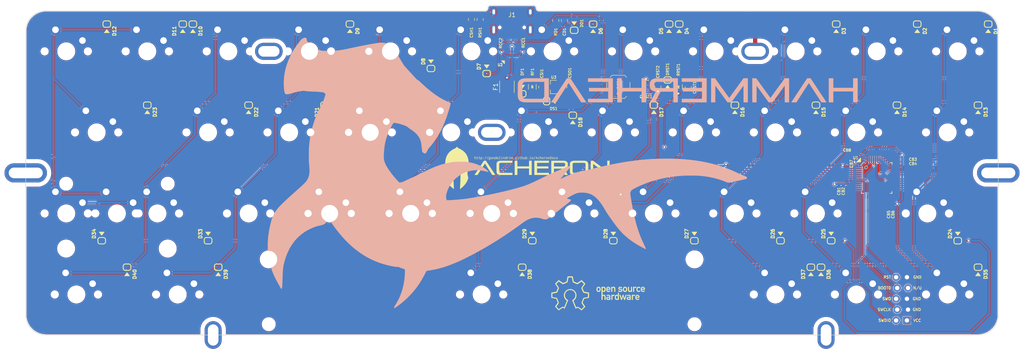
<source format=kicad_pcb>
(kicad_pcb (version 20171130) (host pcbnew 5.1.4)
  (title_block (title HammerheadPCB) (date 2019-09-14) (rev V0.2) (company "Designed by Gondolindrim"))
  (layers (0 F.Cu signal) (31 B.Cu signal) (34 B.Paste user) (35 F.Paste user) (36 B.SilkS user) (37 F.SilkS user) (38 B.Mask user) (39 F.Mask user) (44 Edge.Cuts user))
  (net 0 "")
  (net 1 3.3V)
  (net 2 GND)
  (net 3 BOOT0)
  (net 4 NRST)
  (net 5 /SHIELD)
  (net 6 5V)
  (net 7 VBUS)
  (net 8 "Net-(D1-Pad2)")
  (net 9 Row1)
  (net 10 "Net-(D2-Pad2)")
  (net 11 "Net-(D3-Pad2)")
  (net 12 "Net-(D4-Pad2)")
  (net 13 "Net-(D5-Pad2)")
  (net 14 "Net-(D6-Pad2)")
  (net 15 "Net-(D7-Pad2)")
  (net 16 "Net-(D8-Pad2)")
  (net 17 "Net-(D9-Pad2)")
  (net 18 "Net-(D10-Pad2)")
  (net 19 "Net-(D11-Pad2)")
  (net 20 "Net-(D12-Pad2)")
  (net 21 "Net-(D13-Pad2)")
  (net 22 "Net-(D14-Pad2)")
  (net 23 "Net-(D15-Pad2)")
  (net 24 Row2)
  (net 25 "Net-(D16-Pad2)")
  (net 26 "Net-(D17-Pad2)")
  (net 27 "Net-(D18-Pad2)")
  (net 28 "Net-(D19-Pad2)")
  (net 29 "Net-(D20-Pad2)")
  (net 30 "Net-(D21-Pad2)")
  (net 31 "Net-(D22-Pad2)")
  (net 32 "Net-(D23-Pad2)")
  (net 33 "Net-(D24-Pad2)")
  (net 34 "Net-(D25-Pad2)")
  (net 35 "Net-(D26-Pad2)")
  (net 36 "Net-(D27-Pad2)")
  (net 37 "Net-(D28-Pad2)")
  (net 38 Row3)
  (net 39 "Net-(D29-Pad2)")
  (net 40 "Net-(D30-Pad2)")
  (net 41 "Net-(D31-Pad2)")
  (net 42 "Net-(D32-Pad2)")
  (net 43 "Net-(D33-Pad2)")
  (net 44 "Net-(D34-Pad2)")
  (net 45 "Net-(D35-Pad2)")
  (net 46 "Net-(D36-Pad2)")
  (net 47 "Net-(D37-Pad2)")
  (net 48 "Net-(D38-Pad2)")
  (net 49 "Net-(D39-Pad2)")
  (net 50 "Net-(D40-Pad2)")
  (net 51 Row4)
  (net 52 "Net-(DRST1-Pad2)")
  (net 53 CASE)
  (net 54 "Net-(J1-PadB8)")
  (net 55 "Net-(J1-PadA5)")
  (net 56 DBus+)
  (net 57 DBus-)
  (net 58 "Net-(J1-PadB5)")
  (net 59 "Net-(J1-PadA8)")
  (net 60 SWDIO)
  (net 61 SWCLK)
  (net 62 Col1)
  (net 63 Col2)
  (net 64 Col3)
  (net 65 Col4)
  (net 66 Col5)
  (net 67 Col6)
  (net 68 Col7)
  (net 69 Col8)
  (net 70 Col9)
  (net 71 Col10)
  (net 72 Col11)
  (net 73 "Net-(U1-Pad41)")
  (net 74 "Net-(U1-Pad40)")
  (net 75 "Net-(U1-Pad39)")
  (net 76 "Net-(U1-Pad38)")
  (net 77 D+)
  (net 78 D-)
  (net 79 "Net-(U1-Pad29)")
  (net 80 "Net-(U1-Pad28)")
  (net 81 "Net-(U1-Pad27)")
  (net 82 "Net-(U1-Pad26)")
  (net 83 "Net-(U1-Pad25)")
  (net 84 "Net-(U1-Pad22)")
  (net 85 "Net-(U1-Pad21)")
  (net 86 "Net-(U1-Pad20)")
  (net 87 "Net-(U1-Pad19)")
  (net 88 "Net-(U1-Pad18)")
  (net 89 "Net-(U1-Pad17)")
  (net 90 "Net-(U1-Pad16)")
  (net 91 "Net-(U1-Pad15)")
  (net 92 "Net-(U1-Pad14)")
  (net 93 "Net-(CD1-Pad2)")
  (net 94 SWO)
  (net 95 "Net-(J5-Pad7)")
  (module acheron_Connectors:HEADER_6PIN_HORIZONTAL (layer F.Cu) (at 242.331875 125.476 90)
    (fp_text reference J5 hide)
    (fp_text value Conn_01x06_Male hide)
    (fp_text user VCC (at -5.08 2.54) (layer F.SilkS) (effects (font (size 0.635 0.635) (thickness 0.127)) (justify left)))
    (fp_text user SWDIO (at -5.08 -2.54 180) (layer F.SilkS) (effects (font (size 0.635 0.635) (thickness 0.127)) (justify right)))
    (fp_text user SWCLK (at -2.54 -2.54 180) (layer F.SilkS) (effects (font (size 0.635 0.635) (thickness 0.127)) (justify right)))
    (fp_text user SWO (at 0 -2.54 180) (layer F.SilkS) (effects (font (size 0.635 0.635) (thickness 0.127)) (justify right)))
    (fp_text user BOOT0 (at 2.54 -2.54 180) (layer F.SilkS) (effects (font (size 0.635 0.635) (thickness 0.127)) (justify right)))
    (fp_text user RST (at 5.08 -2.54) (layer F.SilkS) (effects (font (size 0.635 0.635) (thickness 0.127)) (justify right)))
    (fp_text user GND (at -2.54 2.413) (layer F.SilkS) (effects (font (size 0.635 0.635) (thickness 0.127)) (justify left)))
    (fp_text user GND (at 0 2.413) (layer F.SilkS) (effects (font (size 0.635 0.635) (thickness 0.127)) (justify left)))
    (fp_text user N/U (at 2.54 2.54) (layer F.SilkS) (effects (font (size 0.635 0.635) (thickness 0.127)) (justify left)))
    (fp_text user GND (at 5.08 2.54) (layer F.SilkS) (effects (font (size 0.635 0.635) (thickness 0.127)) (justify left)))
    (pad 1 thru_hole rect (at -5.08 1.143 90) (size 1.778 1.778) (drill 1.016) (layers *.Cu *.Mask) (net 1 3.3V))
    (pad 2 thru_hole circle (at -5.08 -1.397 90) (size 1.778 1.778) (drill 1.016) (layers *.Cu *.Mask) (net 60 SWDIO))
    (pad 4 thru_hole circle (at -2.54 -1.143 90) (size 1.778 1.778) (drill 1.016) (layers *.Cu *.Mask) (net 61 SWCLK))
    (pad 6 thru_hole circle (at 0 -1.397 90) (size 1.778 1.778) (drill 1.016) (layers *.Cu *.Mask) (net 94 SWO))
    (pad 8 thru_hole circle (at 2.54 -1.143 90) (size 1.778 1.778) (drill 1.016) (layers *.Cu *.Mask) (net 3 BOOT0))
    (pad 10 thru_hole circle (at 5.08 -1.397 90) (size 1.778 1.778) (drill 1.016) (layers *.Cu *.Mask) (net 4 NRST))
    (pad 9 thru_hole circle (at 5.08 1.143 90) (size 1.778 1.778) (drill 1.016) (layers *.Cu *.Mask) (net 2 GND))
    (pad 7 thru_hole circle (at 2.54 1.397 90) (size 1.778 1.778) (drill 1.016) (layers *.Cu *.Mask) (net 95 "Net-(J5-Pad7)"))
    (pad 5 thru_hole circle (at 0 1.143 90) (size 1.778 1.778) (drill 1.016) (layers *.Cu *.Mask) (net 2 GND))
    (pad 3 thru_hole circle (at -2.54 1.397 90) (size 1.778 1.778) (drill 1.016) (layers *.Cu *.Mask) (net 2 GND))
  )
  (module Resistor_SMD:R_0805_2012Metric (layer F.Cu) (at 160.94075 60.071 90)
    (fp_text reference RD1 (at -2.667 0 90) (layer F.SilkS) (effects (font (size 0.635 0.635) (thickness 0.127))))
    (fp_text value 1M)
    (pad 2 smd roundrect (at 0.9375 0 90) (size 0.975 1.4) (layers F.Cu F.Paste F.Mask) (net 2 GND))
    (pad 1 smd roundrect (at -0.9375 0 90) (size 0.975 1.4) (layers F.Cu F.Paste F.Mask) (net 93 "Net-(CD1-Pad2)"))
  )
  (module Resistor_SMD:R_0805_2012Metric (layer F.Cu) (at 143.16075 59.817 270)
    (fp_text reference RSH1 (at 3.048 0 90) (layer F.SilkS) (effects (font (size 0.635 0.635) (thickness 0.127))))
    (fp_text value 1M)
    (pad 2 smd roundrect (at 0.9375 0 270) (size 0.975 1.4) (layers F.Cu F.Paste F.Mask) (net 2 GND))
    (pad 1 smd roundrect (at -0.9375 0 270) (size 0.975 1.4) (layers F.Cu F.Paste F.Mask) (net 5 /SHIELD))
  )
  (module acheron_Components:R_SMD_1026 (layer F.Cu) (at 155.41625 75.644375 270)
    (fp_text reference RF1 (at -3.508375 -0.0635 90) (layer F.SilkS) (effects (font (size 0.635 0.635) (thickness 0.127))))
    (fp_text value 10k)
    (pad 2 smd roundrect (at 1.4875 0 270) (size 1.425 1.75) (layers F.Cu F.Paste F.Mask) (roundrect_rratio 0.175439) (net 6 5V))
    (pad 1 smd roundrect (at -1.4875 0 270) (size 1.425 1.75) (layers F.Cu F.Paste F.Mask) (roundrect_rratio 0.175439) (net 2 GND))
  )
  (module Resistor_SMD:R_0402_1005Metric (layer F.Cu) (at 149.00275 65.024 90)
    (fp_text reference RCC2 (at -0.381 -1.016 90) (layer F.SilkS) (effects (font (size 0.635 0.635) (thickness 0.127))))
    (fp_text value 5.1k)
    (pad 2 smd roundrect (at 0.485 0 90) (size 0.59 0.64) (layers F.Cu F.Paste F.Mask) (net 58 "Net-(J1-PadB5)"))
    (pad 1 smd roundrect (at -0.485 0 90) (size 0.59 0.64) (layers F.Cu F.Paste F.Mask) (net 2 GND))
  )
  (module Resistor_SMD:R_0402_1005Metric (layer F.Cu) (at 152.30475 65.024 90)
    (fp_text reference RCC1 (at -0.254 1.016 90) (layer F.SilkS) (effects (font (size 0.635 0.635) (thickness 0.127))))
    (fp_text value 5.1k)
    (pad 2 smd roundrect (at 0.485 0 90) (size 0.59 0.64) (layers F.Cu F.Paste F.Mask) (net 55 "Net-(J1-PadA5)"))
    (pad 1 smd roundrect (at -0.485 0 90) (size 0.59 0.64) (layers F.Cu F.Paste F.Mask) (net 2 GND))
  )
  (module acheron_MX_SolderMask:MX100 (layer F.Cu) (at 212.56625 86.36)
    (fp_text reference SW15)
    (fp_text value S)
    (pad 2 thru_hole circle (at 3.81 -2.54 90) (size 2.032 2.032) (drill 1.524) (layers B.Cu) (net 23 "Net-(D15-Pad2)"))
    (pad 1 thru_hole circle (at -2.54 -5.08) (size 2.032 2.032) (drill 1.524) (layers B.Cu) (net 64 Col3))
    (pad 2 thru_hole circle (at 3.81 -2.54 90) (size 2.54 2.54) (drill 1.524) (layers F.Cu F.Mask) (net 23 "Net-(D15-Pad2)"))
    (pad 1 thru_hole circle (at -2.54 -5.08) (size 2.54 2.54) (drill 1.524) (layers F.Cu F.Mask) (net 64 Col3))
    (pad "" np_thru_hole circle (at -5.08 0) (size 1.7018 1.7018) (drill 1.7018) (layers *.Cu *.Mask))
    (pad "" np_thru_hole circle (at 5.08 0) (size 1.7018 1.7018) (drill 1.7018) (layers *.Cu *.Mask))
    (pad "" np_thru_hole circle (at 0 0) (size 3.9878 3.9878) (drill 3.9878) (layers *.Cu *.Mask))
  )
  (module acheron_MX_SolderMask:MX175 (layer F.Cu) (at 248.285 105.41)
    (fp_text reference SW24)
    (fp_text value LSHIFT_175)
    (pad 2 thru_hole circle (at 3.81 -2.54) (size 2.032 2.032) (drill 1.524) (layers B.Cu) (net 33 "Net-(D24-Pad2)"))
    (pad 1 thru_hole circle (at -2.54 -5.08) (size 2.032 2.032) (drill 1.524) (layers B.Cu) (net 62 Col1))
    (pad "" np_thru_hole circle (at -5.08 0) (size 1.7018 1.7018) (drill 1.7018) (layers *.Cu *.Mask))
    (pad "" np_thru_hole circle (at 5.08 0) (size 1.7018 1.7018) (drill 1.7018) (layers *.Cu *.Mask))
    (pad 1 thru_hole circle (at -2.54 -5.08) (size 2.54 2.54) (drill 1.524) (layers F.Cu F.Mask) (net 62 Col1))
    (pad 2 thru_hole circle (at 3.81 -2.54) (size 2.54 2.54) (drill 1.524) (layers F.Cu F.Mask) (net 33 "Net-(D24-Pad2)"))
    (pad "" np_thru_hole circle (at 0 0) (size 3.9878 3.9878) (drill 3.9878) (layers *.Cu *.Mask))
  )
  (module acheron_MX_SolderMask:MX625R (layer F.Cu) (at 143.51 124.46)
    (fp_text reference SW38)
    (fp_text value SPC_625)
    (pad 2 thru_hole circle (at 3.81 -2.54) (size 2.032 2.032) (drill 1.524) (layers B.Cu) (net 48 "Net-(D38-Pad2)"))
    (pad 1 thru_hole circle (at -2.54 -5.08) (size 2.032 2.032) (drill 1.524) (layers B.Cu) (net 67 Col6))
    (pad "" np_thru_hole circle (at -50.038 -8.255) (size 3.9878 3.9878) (drill 3.9878) (layers *.Cu *.Mask))
    (pad "" np_thru_hole circle (at 50.038 -8.255) (size 3.9878 3.9878) (drill 3.9878) (layers *.Cu *.Mask))
    (pad "" np_thru_hole circle (at 50.038 6.985) (size 3.048 3.048) (drill 3.048) (layers *.Cu *.Mask))
    (pad "" np_thru_hole circle (at -50.038 6.985) (size 3.048 3.048) (drill 3.048) (layers *.Cu *.Mask))
    (pad "" np_thru_hole circle (at -5.08 0) (size 1.7018 1.7018) (drill 1.7018) (layers *.Cu *.Mask))
    (pad "" np_thru_hole circle (at 5.08 0) (size 1.7018 1.7018) (drill 1.7018) (layers *.Cu *.Mask))
    (pad 1 thru_hole circle (at -2.54 -5.08) (size 2.54 2.54) (drill 1.524) (layers F.Cu F.Mask) (net 67 Col6))
    (pad 2 thru_hole circle (at 3.81 -2.54) (size 2.54 2.54) (drill 1.524) (layers F.Cu F.Mask) (net 48 "Net-(D38-Pad2)"))
    (pad "" np_thru_hole circle (at 0 0) (size 3.9878 3.9878) (drill 3.9878) (layers *.Cu *.Mask))
  )
  (module acheron_MX_SolderMask:MX225 (layer F.Cu) (at 57.785 105.41)
    (fp_text reference SW35)
    (fp_text value RSHIFT_225)
    (pad 2 thru_hole circle (at 3.81 -2.54) (size 2.032 2.032) (drill 1.524) (layers B.Cu) (net 44 "Net-(D34-Pad2)"))
    (pad 1 thru_hole circle (at -2.54 -5.08) (size 2.032 2.032) (drill 1.524) (layers B.Cu) (net 72 Col11))
    (pad "" np_thru_hole circle (at -11.938 8.255) (size 3.9878 3.9878) (drill 3.9878) (layers *.Cu *.Mask))
    (pad "" np_thru_hole circle (at 11.938 8.255) (size 3.9878 3.9878) (drill 3.9878) (layers *.Cu *.Mask))
    (pad "" np_thru_hole circle (at 11.938 -6.985) (size 3.048 3.048) (drill 3.048) (layers *.Cu *.Mask))
    (pad "" np_thru_hole circle (at -11.938 -6.985) (size 3.048 3.048) (drill 3.048) (layers *.Cu *.Mask))
    (pad "" np_thru_hole circle (at -5.08 0) (size 1.7018 1.7018) (drill 1.7018) (layers *.Cu *.Mask))
    (pad "" np_thru_hole circle (at 5.08 0) (size 1.7018 1.7018) (drill 1.7018) (layers *.Cu *.Mask))
    (pad 1 thru_hole circle (at -2.54 -5.08) (size 2.54 2.54) (drill 1.524) (layers F.Cu F.Mask) (net 72 Col11))
    (pad 2 thru_hole circle (at 3.81 -2.54) (size 2.54 2.54) (drill 1.524) (layers F.Cu F.Mask) (net 44 "Net-(D34-Pad2)"))
    (pad "" np_thru_hole circle (at 0 0) (size 3.9878 3.9878) (drill 3.9878) (layers *.Cu *.Mask))
  )
  (module acheron_MX_SolderMask:MX125 (layer F.Cu) (at 67.31 105.41)
    (fp_text reference SW33)
    (fp_text value RSHIFT_125)
    (pad 2 thru_hole circle (at 3.81 -2.54) (size 2.032 2.032) (drill 1.524) (layers B.Cu) (net 43 "Net-(D33-Pad2)"))
    (pad 1 thru_hole circle (at -2.54 -5.08) (size 2.032 2.032) (drill 1.524) (layers B.Cu) (net 71 Col10))
    (pad "" np_thru_hole circle (at -5.08 0) (size 1.7018 1.7018) (drill 1.7018) (layers *.Cu *.Mask))
    (pad "" np_thru_hole circle (at 5.08 0) (size 1.7018 1.7018) (drill 1.7018) (layers *.Cu *.Mask))
    (pad 1 thru_hole circle (at -2.54 -5.08) (size 2.54 2.54) (drill 1.524) (layers F.Cu F.Mask) (net 71 Col10))
    (pad 2 thru_hole circle (at 3.81 -2.54) (size 2.54 2.54) (drill 1.524) (layers F.Cu F.Mask) (net 43 "Net-(D33-Pad2)"))
    (pad "" np_thru_hole circle (at 0 0) (size 3.9878 3.9878) (drill 3.9878) (layers *.Cu *.Mask))
  )
  (module acheron_MX_SolderMask:MX100 (layer F.Cu) (at 164.94125 105.41)
    (fp_text reference SW28)
    (fp_text value V)
    (pad 2 thru_hole circle (at 3.81 -2.54 90) (size 2.032 2.032) (drill 1.524) (layers B.Cu) (net 37 "Net-(D28-Pad2)"))
    (pad 1 thru_hole circle (at -2.54 -5.08) (size 2.032 2.032) (drill 1.524) (layers B.Cu) (net 66 Col5))
    (pad 2 thru_hole circle (at 3.81 -2.54 90) (size 2.54 2.54) (drill 1.524) (layers F.Cu F.Mask) (net 37 "Net-(D28-Pad2)"))
    (pad 1 thru_hole circle (at -2.54 -5.08) (size 2.54 2.54) (drill 1.524) (layers F.Cu F.Mask) (net 66 Col5))
    (pad "" np_thru_hole circle (at -5.08 0) (size 1.7018 1.7018) (drill 1.7018) (layers *.Cu *.Mask))
    (pad "" np_thru_hole circle (at 5.08 0) (size 1.7018 1.7018) (drill 1.7018) (layers *.Cu *.Mask))
    (pad "" np_thru_hole circle (at 0 0) (size 3.9878 3.9878) (drill 3.9878) (layers *.Cu *.Mask))
  )
  (module acheron_MX_SolderMask:MX100 (layer F.Cu) (at 183.99125 105.41)
    (fp_text reference SW27)
    (fp_text value C)
    (pad 2 thru_hole circle (at 3.81 -2.54 90) (size 2.032 2.032) (drill 1.524) (layers B.Cu) (net 36 "Net-(D27-Pad2)"))
    (pad 1 thru_hole circle (at -2.54 -5.08) (size 2.032 2.032) (drill 1.524) (layers B.Cu) (net 65 Col4))
    (pad 2 thru_hole circle (at 3.81 -2.54 90) (size 2.54 2.54) (drill 1.524) (layers F.Cu F.Mask) (net 36 "Net-(D27-Pad2)"))
    (pad 1 thru_hole circle (at -2.54 -5.08) (size 2.54 2.54) (drill 1.524) (layers F.Cu F.Mask) (net 65 Col4))
    (pad "" np_thru_hole circle (at -5.08 0) (size 1.7018 1.7018) (drill 1.7018) (layers *.Cu *.Mask))
    (pad "" np_thru_hole circle (at 5.08 0) (size 1.7018 1.7018) (drill 1.7018) (layers *.Cu *.Mask))
    (pad "" np_thru_hole circle (at 0 0) (size 3.9878 3.9878) (drill 3.9878) (layers *.Cu *.Mask))
  )
  (module acheron_MX_SolderMask:MX175 (layer F.Cu) (at 53.0225 86.36)
    (fp_text reference SW23)
    (fp_text value ENTER_175)
    (pad 2 thru_hole circle (at 3.81 -2.54) (size 2.032 2.032) (drill 1.524) (layers B.Cu) (net 32 "Net-(D23-Pad2)"))
    (pad 1 thru_hole circle (at -2.54 -5.08) (size 2.032 2.032) (drill 1.524) (layers B.Cu) (net 72 Col11))
    (pad "" np_thru_hole circle (at -5.08 0) (size 1.7018 1.7018) (drill 1.7018) (layers *.Cu *.Mask))
    (pad "" np_thru_hole circle (at 5.08 0) (size 1.7018 1.7018) (drill 1.7018) (layers *.Cu *.Mask))
    (pad 1 thru_hole circle (at -2.54 -5.08) (size 2.54 2.54) (drill 1.524) (layers F.Cu F.Mask) (net 72 Col11))
    (pad 2 thru_hole circle (at 3.81 -2.54) (size 2.54 2.54) (drill 1.524) (layers F.Cu F.Mask) (net 32 "Net-(D23-Pad2)"))
    (pad "" np_thru_hole circle (at 0 0) (size 3.9878 3.9878) (drill 3.9878) (layers *.Cu *.Mask))
  )
  (module acheron_MX_SolderMask:MX125 (layer F.Cu) (at 253.0475 86.36)
    (fp_text reference SW13)
    (fp_text value TAB_125)
    (pad 2 thru_hole circle (at 3.81 -2.54) (size 2.032 2.032) (drill 1.524) (layers B.Cu) (net 21 "Net-(D13-Pad2)"))
    (pad 1 thru_hole circle (at -2.54 -5.08) (size 2.032 2.032) (drill 1.524) (layers B.Cu) (net 62 Col1))
    (pad "" np_thru_hole circle (at -5.08 0) (size 1.7018 1.7018) (drill 1.7018) (layers *.Cu *.Mask))
    (pad "" np_thru_hole circle (at 5.08 0) (size 1.7018 1.7018) (drill 1.7018) (layers *.Cu *.Mask))
    (pad 1 thru_hole circle (at -2.54 -5.08) (size 2.54 2.54) (drill 1.524) (layers F.Cu F.Mask) (net 62 Col1))
    (pad 2 thru_hole circle (at 3.81 -2.54) (size 2.54 2.54) (drill 1.524) (layers F.Cu F.Mask) (net 21 "Net-(D13-Pad2)"))
    (pad "" np_thru_hole circle (at 0 0) (size 3.9878 3.9878) (drill 3.9878) (layers *.Cu *.Mask))
  )
  (module acheron_Components:LQFP-48_7x7mm_P0.5mm (layer F.Cu) (at 236.37875 97.075625)
    (fp_text reference U1 (at -4.953 -4.746625) (layer F.SilkS) (effects (font (size 0.635 0.635) (thickness 0.127))))
    (fp_text value STM32F072-LQFP48)
    (pad 48 smd roundrect (at -2.75 -4.1625) (size 0.3 1.475) (layers F.Cu F.Paste F.Mask) (roundrect_rratio 0.5) (net 1 3.3V))
    (pad 47 smd roundrect (at -2.25 -4.1625) (size 0.3 1.475) (layers F.Cu F.Paste F.Mask) (roundrect_rratio 0.5) (net 2 GND))
    (pad 46 smd roundrect (at -1.75 -4.1625) (size 0.3 1.475) (layers F.Cu F.Paste F.Mask) (roundrect_rratio 0.5) (net 71 Col10))
    (pad 45 smd roundrect (at -1.25 -4.1625) (size 0.3 1.475) (layers F.Cu F.Paste F.Mask) (roundrect_rratio 0.5) (net 72 Col11))
    (pad 44 smd roundrect (at -0.75 -4.1625) (size 0.3 1.475) (layers F.Cu F.Paste F.Mask) (roundrect_rratio 0.5) (net 3 BOOT0))
    (pad 43 smd roundrect (at -0.25 -4.1625) (size 0.3 1.475) (layers F.Cu F.Paste F.Mask) (roundrect_rratio 0.5) (net 62 Col1))
    (pad 42 smd roundrect (at 0.25 -4.1625) (size 0.3 1.475) (layers F.Cu F.Paste F.Mask) (roundrect_rratio 0.5) (net 24 Row2))
    (pad 41 smd roundrect (at 0.75 -4.1625) (size 0.3 1.475) (layers F.Cu F.Paste F.Mask) (roundrect_rratio 0.5) (net 73 "Net-(U1-Pad41)"))
    (pad 40 smd roundrect (at 1.25 -4.1625) (size 0.3 1.475) (layers F.Cu F.Paste F.Mask) (roundrect_rratio 0.5) (net 74 "Net-(U1-Pad40)"))
    (pad 39 smd roundrect (at 1.75 -4.1625) (size 0.3 1.475) (layers F.Cu F.Paste F.Mask) (roundrect_rratio 0.5) (net 75 "Net-(U1-Pad39)"))
    (pad 38 smd roundrect (at 2.25 -4.1625) (size 0.3 1.475) (layers F.Cu F.Paste F.Mask) (roundrect_rratio 0.5) (net 76 "Net-(U1-Pad38)"))
    (pad 37 smd roundrect (at 2.75 -4.1625) (size 0.3 1.475) (layers F.Cu F.Paste F.Mask) (roundrect_rratio 0.5) (net 61 SWCLK))
    (pad 36 smd roundrect (at 4.1625 -2.75) (size 1.475 0.3) (layers F.Cu F.Paste F.Mask) (roundrect_rratio 0.5) (net 1 3.3V))
    (pad 35 smd roundrect (at 4.1625 -2.25) (size 1.475 0.3) (layers F.Cu F.Paste F.Mask) (roundrect_rratio 0.5) (net 2 GND))
    (pad 34 smd roundrect (at 4.1625 -1.75) (size 1.475 0.3) (layers F.Cu F.Paste F.Mask) (roundrect_rratio 0.5) (net 60 SWDIO))
    (pad 33 smd roundrect (at 4.1625 -1.25) (size 1.475 0.3) (layers F.Cu F.Paste F.Mask) (roundrect_rratio 0.5) (net 77 D+))
    (pad 32 smd roundrect (at 4.1625 -0.75) (size 1.475 0.3) (layers F.Cu F.Paste F.Mask) (roundrect_rratio 0.5) (net 78 D-))
    (pad 31 smd roundrect (at 4.1625 -0.25) (size 1.475 0.3) (layers F.Cu F.Paste F.Mask) (roundrect_rratio 0.5) (net 94 SWO))
    (pad 30 smd roundrect (at 4.1625 0.25) (size 1.475 0.3) (layers F.Cu F.Paste F.Mask) (roundrect_rratio 0.5) (net 9 Row1))
    (pad 29 smd roundrect (at 4.1625 0.75) (size 1.475 0.3) (layers F.Cu F.Paste F.Mask) (roundrect_rratio 0.5) (net 79 "Net-(U1-Pad29)"))
    (pad 28 smd roundrect (at 4.1625 1.25) (size 1.475 0.3) (layers F.Cu F.Paste F.Mask) (roundrect_rratio 0.5) (net 80 "Net-(U1-Pad28)"))
    (pad 27 smd roundrect (at 4.1625 1.75) (size 1.475 0.3) (layers F.Cu F.Paste F.Mask) (roundrect_rratio 0.5) (net 81 "Net-(U1-Pad27)"))
    (pad 26 smd roundrect (at 4.1625 2.25) (size 1.475 0.3) (layers F.Cu F.Paste F.Mask) (roundrect_rratio 0.5) (net 82 "Net-(U1-Pad26)"))
    (pad 25 smd roundrect (at 4.1625 2.75) (size 1.475 0.3) (layers F.Cu F.Paste F.Mask) (roundrect_rratio 0.5) (net 83 "Net-(U1-Pad25)"))
    (pad 24 smd roundrect (at 2.75 4.1625) (size 0.3 1.475) (layers F.Cu F.Paste F.Mask) (roundrect_rratio 0.5) (net 1 3.3V))
    (pad 23 smd roundrect (at 2.25 4.1625) (size 0.3 1.475) (layers F.Cu F.Paste F.Mask) (roundrect_rratio 0.5) (net 2 GND))
    (pad 22 smd roundrect (at 1.75 4.1625) (size 0.3 1.475) (layers F.Cu F.Paste F.Mask) (roundrect_rratio 0.5) (net 84 "Net-(U1-Pad22)"))
    (pad 21 smd roundrect (at 1.25 4.1625) (size 0.3 1.475) (layers F.Cu F.Paste F.Mask) (roundrect_rratio 0.5) (net 85 "Net-(U1-Pad21)"))
    (pad 20 smd roundrect (at 0.75 4.1625) (size 0.3 1.475) (layers F.Cu F.Paste F.Mask) (roundrect_rratio 0.5) (net 86 "Net-(U1-Pad20)"))
    (pad 19 smd roundrect (at 0.25 4.1625) (size 0.3 1.475) (layers F.Cu F.Paste F.Mask) (roundrect_rratio 0.5) (net 87 "Net-(U1-Pad19)"))
    (pad 18 smd roundrect (at -0.25 4.1625) (size 0.3 1.475) (layers F.Cu F.Paste F.Mask) (roundrect_rratio 0.5) (net 88 "Net-(U1-Pad18)"))
    (pad 17 smd roundrect (at -0.75 4.1625) (size 0.3 1.475) (layers F.Cu F.Paste F.Mask) (roundrect_rratio 0.5) (net 89 "Net-(U1-Pad17)"))
    (pad 16 smd roundrect (at -1.25 4.1625) (size 0.3 1.475) (layers F.Cu F.Paste F.Mask) (roundrect_rratio 0.5) (net 90 "Net-(U1-Pad16)"))
    (pad 15 smd roundrect (at -1.75 4.1625) (size 0.3 1.475) (layers F.Cu F.Paste F.Mask) (roundrect_rratio 0.5) (net 91 "Net-(U1-Pad15)"))
    (pad 14 smd roundrect (at -2.25 4.1625) (size 0.3 1.475) (layers F.Cu F.Paste F.Mask) (roundrect_rratio 0.5) (net 92 "Net-(U1-Pad14)"))
    (pad 13 smd roundrect (at -2.75 4.1625) (size 0.3 1.475) (layers F.Cu F.Paste F.Mask) (roundrect_rratio 0.5) (net 51 Row4))
    (pad 12 smd roundrect (at -4.1625 2.75) (size 1.475 0.3) (layers F.Cu F.Paste F.Mask) (roundrect_rratio 0.5) (net 63 Col2))
    (pad 11 smd roundrect (at -4.1625 2.25) (size 1.475 0.3) (layers F.Cu F.Paste F.Mask) (roundrect_rratio 0.5) (net 64 Col3))
    (pad 10 smd roundrect (at -4.1625 1.75) (size 1.475 0.3) (layers F.Cu F.Paste F.Mask) (roundrect_rratio 0.5) (net 65 Col4))
    (pad 9 smd roundrect (at -4.1625 1.25) (size 1.475 0.3) (layers F.Cu F.Paste F.Mask) (roundrect_rratio 0.5) (net 1 3.3V))
    (pad 8 smd roundrect (at -4.1625 0.75) (size 1.475 0.3) (layers F.Cu F.Paste F.Mask) (roundrect_rratio 0.5) (net 2 GND))
    (pad 7 smd roundrect (at -4.1625 0.25) (size 1.475 0.3) (layers F.Cu F.Paste F.Mask) (roundrect_rratio 0.5) (net 4 NRST))
    (pad 6 smd roundrect (at -4.1625 -0.25) (size 1.475 0.3) (layers F.Cu F.Paste F.Mask) (roundrect_rratio 0.5) (net 66 Col5))
    (pad 5 smd roundrect (at -4.1625 -0.75) (size 1.475 0.3) (layers F.Cu F.Paste F.Mask) (roundrect_rratio 0.5) (net 67 Col6))
    (pad 4 smd roundrect (at -4.1625 -1.25) (size 1.475 0.3) (layers F.Cu F.Paste F.Mask) (roundrect_rratio 0.5) (net 68 Col7))
    (pad 3 smd roundrect (at -4.1625 -1.75) (size 1.475 0.3) (layers F.Cu F.Paste F.Mask) (roundrect_rratio 0.5) (net 69 Col8))
    (pad 2 smd roundrect (at -4.1625 -2.25) (size 1.475 0.3) (layers F.Cu F.Paste F.Mask) (roundrect_rratio 0.5) (net 70 Col9))
    (pad 1 smd rect (at -4.1625 -2.75) (size 1.475 0.3) (layers F.Cu F.Paste F.Mask) (net 1 3.3V))
  )
  (module acheron_MX_SolderMask:MX125 (layer F.Cu) (at 48.26 124.46)
    (fp_text reference SW41)
    (fp_text value RCTRL_125)
    (pad 2 thru_hole circle (at 3.81 -2.54) (size 2.032 2.032) (drill 1.524) (layers B.Cu) (net 50 "Net-(D40-Pad2)"))
    (pad 1 thru_hole circle (at -2.54 -5.08) (size 2.032 2.032) (drill 1.524) (layers B.Cu) (net 71 Col10))
    (pad "" np_thru_hole circle (at -5.08 0) (size 1.7018 1.7018) (drill 1.7018) (layers *.Cu *.Mask))
    (pad "" np_thru_hole circle (at 5.08 0) (size 1.7018 1.7018) (drill 1.7018) (layers *.Cu *.Mask))
    (pad 1 thru_hole circle (at -2.54 -5.08) (size 2.54 2.54) (drill 1.524) (layers F.Cu F.Mask) (net 71 Col10))
    (pad 2 thru_hole circle (at 3.81 -2.54) (size 2.54 2.54) (drill 1.524) (layers F.Cu F.Mask) (net 50 "Net-(D40-Pad2)"))
    (pad "" np_thru_hole circle (at 0 0) (size 3.9878 3.9878) (drill 3.9878) (layers *.Cu *.Mask))
  )
  (module acheron_MX_SolderMask:MX125 (layer F.Cu) (at 253.0475 124.46)
    (fp_text reference SW40)
    (fp_text value LCTRL_125)
    (pad 2 thru_hole circle (at 3.81 -2.54) (size 2.032 2.032) (drill 1.524) (layers B.Cu) (net 45 "Net-(D35-Pad2)"))
    (pad 1 thru_hole circle (at -2.54 -5.08) (size 2.032 2.032) (drill 1.524) (layers B.Cu) (net 62 Col1))
    (pad "" np_thru_hole circle (at -5.08 0) (size 1.7018 1.7018) (drill 1.7018) (layers *.Cu *.Mask))
    (pad "" np_thru_hole circle (at 5.08 0) (size 1.7018 1.7018) (drill 1.7018) (layers *.Cu *.Mask))
    (pad 1 thru_hole circle (at -2.54 -5.08) (size 2.54 2.54) (drill 1.524) (layers F.Cu F.Mask) (net 62 Col1))
    (pad 2 thru_hole circle (at 3.81 -2.54) (size 2.54 2.54) (drill 1.524) (layers F.Cu F.Mask) (net 45 "Net-(D35-Pad2)"))
    (pad "" np_thru_hole circle (at 0 0) (size 3.9878 3.9878) (drill 3.9878) (layers *.Cu *.Mask))
  )
  (module acheron_MX_SolderMask:MX125 (layer F.Cu) (at 72.0725 124.46)
    (fp_text reference SW39)
    (fp_text value RALT_125)
    (pad 2 thru_hole circle (at 3.81 -2.54) (size 2.032 2.032) (drill 1.524) (layers B.Cu) (net 49 "Net-(D39-Pad2)"))
    (pad 1 thru_hole circle (at -2.54 -5.08) (size 2.032 2.032) (drill 1.524) (layers B.Cu) (net 70 Col9))
    (pad "" np_thru_hole circle (at -5.08 0) (size 1.7018 1.7018) (drill 1.7018) (layers *.Cu *.Mask))
    (pad "" np_thru_hole circle (at 5.08 0) (size 1.7018 1.7018) (drill 1.7018) (layers *.Cu *.Mask))
    (pad 1 thru_hole circle (at -2.54 -5.08) (size 2.54 2.54) (drill 1.524) (layers F.Cu F.Mask) (net 70 Col9))
    (pad 2 thru_hole circle (at 3.81 -2.54) (size 2.54 2.54) (drill 1.524) (layers F.Cu F.Mask) (net 49 "Net-(D39-Pad2)"))
    (pad "" np_thru_hole circle (at 0 0) (size 3.9878 3.9878) (drill 3.9878) (layers *.Cu *.Mask))
  )
  (module acheron_MX_SolderMask:MX100 (layer F.Cu) (at 212.56625 124.46)
    (fp_text reference SW37)
    (fp_text value LALT_100)
    (pad 2 thru_hole circle (at 3.81 -2.54 90) (size 2.032 2.032) (drill 1.524) (layers B.Cu) (net 47 "Net-(D37-Pad2)"))
    (pad 1 thru_hole circle (at -2.54 -5.08) (size 2.032 2.032) (drill 1.524) (layers B.Cu) (net 64 Col3))
    (pad 2 thru_hole circle (at 3.81 -2.54 90) (size 2.54 2.54) (drill 1.524) (layers F.Cu F.Mask) (net 47 "Net-(D37-Pad2)"))
    (pad 1 thru_hole circle (at -2.54 -5.08) (size 2.54 2.54) (drill 1.524) (layers F.Cu F.Mask) (net 64 Col3))
    (pad "" np_thru_hole circle (at -5.08 0) (size 1.7018 1.7018) (drill 1.7018) (layers *.Cu *.Mask))
    (pad "" np_thru_hole circle (at 5.08 0) (size 1.7018 1.7018) (drill 1.7018) (layers *.Cu *.Mask))
    (pad "" np_thru_hole circle (at 0 0) (size 3.9878 3.9878) (drill 3.9878) (layers *.Cu *.Mask))
  )
  (module acheron_MX_SolderMask:MX100 (layer F.Cu) (at 231.61625 124.46)
    (fp_text reference SW36)
    (fp_text value SUPER_100)
    (pad 2 thru_hole circle (at 3.81 -2.54 90) (size 2.032 2.032) (drill 1.524) (layers B.Cu) (net 46 "Net-(D36-Pad2)"))
    (pad 1 thru_hole circle (at -2.54 -5.08) (size 2.032 2.032) (drill 1.524) (layers B.Cu) (net 63 Col2))
    (pad 2 thru_hole circle (at 3.81 -2.54 90) (size 2.54 2.54) (drill 1.524) (layers F.Cu F.Mask) (net 46 "Net-(D36-Pad2)"))
    (pad 1 thru_hole circle (at -2.54 -5.08) (size 2.54 2.54) (drill 1.524) (layers F.Cu F.Mask) (net 63 Col2))
    (pad "" np_thru_hole circle (at -5.08 0) (size 1.7018 1.7018) (drill 1.7018) (layers *.Cu *.Mask))
    (pad "" np_thru_hole circle (at 5.08 0) (size 1.7018 1.7018) (drill 1.7018) (layers *.Cu *.Mask))
    (pad "" np_thru_hole circle (at 0 0) (size 3.9878 3.9878) (drill 3.9878) (layers *.Cu *.Mask))
  )
  (module acheron_MX_SolderMask:MX100 (layer F.Cu) (at 45.87875 105.41)
    (fp_text reference SW34)
    (fp_text value FN_100)
    (pad 2 thru_hole circle (at 3.81 -2.54 90) (size 2.032 2.032) (drill 1.524) (layers B.Cu) (net 44 "Net-(D34-Pad2)"))
    (pad 1 thru_hole circle (at -2.54 -5.08) (size 2.032 2.032) (drill 1.524) (layers B.Cu) (net 72 Col11))
    (pad 2 thru_hole circle (at 3.81 -2.54 90) (size 2.54 2.54) (drill 1.524) (layers F.Cu F.Mask) (net 44 "Net-(D34-Pad2)"))
    (pad 1 thru_hole circle (at -2.54 -5.08) (size 2.54 2.54) (drill 1.524) (layers F.Cu F.Mask) (net 72 Col11))
    (pad "" np_thru_hole circle (at -5.08 0) (size 1.7018 1.7018) (drill 1.7018) (layers *.Cu *.Mask))
    (pad "" np_thru_hole circle (at 5.08 0) (size 1.7018 1.7018) (drill 1.7018) (layers *.Cu *.Mask))
    (pad "" np_thru_hole circle (at 0 0) (size 3.9878 3.9878) (drill 3.9878) (layers *.Cu *.Mask))
  )
  (module acheron_MX_SolderMask:MX100 (layer F.Cu) (at 88.74125 105.41)
    (fp_text reference SW32)
    (fp_text value /?)
    (pad 2 thru_hole circle (at 3.81 -2.54 90) (size 2.032 2.032) (drill 1.524) (layers B.Cu) (net 42 "Net-(D32-Pad2)"))
    (pad 1 thru_hole circle (at -2.54 -5.08) (size 2.032 2.032) (drill 1.524) (layers B.Cu) (net 70 Col9))
    (pad 2 thru_hole circle (at 3.81 -2.54 90) (size 2.54 2.54) (drill 1.524) (layers F.Cu F.Mask) (net 42 "Net-(D32-Pad2)"))
    (pad 1 thru_hole circle (at -2.54 -5.08) (size 2.54 2.54) (drill 1.524) (layers F.Cu F.Mask) (net 70 Col9))
    (pad "" np_thru_hole circle (at -5.08 0) (size 1.7018 1.7018) (drill 1.7018) (layers *.Cu *.Mask))
    (pad "" np_thru_hole circle (at 5.08 0) (size 1.7018 1.7018) (drill 1.7018) (layers *.Cu *.Mask))
    (pad "" np_thru_hole circle (at 0 0) (size 3.9878 3.9878) (drill 3.9878) (layers *.Cu *.Mask))
  )
  (module acheron_MX_SolderMask:MX100 (layer F.Cu) (at 107.79125 105.41)
    (fp_text reference SW31)
    (fp_text value M)
    (pad 2 thru_hole circle (at 3.81 -2.54 90) (size 2.032 2.032) (drill 1.524) (layers B.Cu) (net 41 "Net-(D31-Pad2)"))
    (pad 1 thru_hole circle (at -2.54 -5.08) (size 2.032 2.032) (drill 1.524) (layers B.Cu) (net 69 Col8))
    (pad 2 thru_hole circle (at 3.81 -2.54 90) (size 2.54 2.54) (drill 1.524) (layers F.Cu F.Mask) (net 41 "Net-(D31-Pad2)"))
    (pad 1 thru_hole circle (at -2.54 -5.08) (size 2.54 2.54) (drill 1.524) (layers F.Cu F.Mask) (net 69 Col8))
    (pad "" np_thru_hole circle (at -5.08 0) (size 1.7018 1.7018) (drill 1.7018) (layers *.Cu *.Mask))
    (pad "" np_thru_hole circle (at 5.08 0) (size 1.7018 1.7018) (drill 1.7018) (layers *.Cu *.Mask))
    (pad "" np_thru_hole circle (at 0 0) (size 3.9878 3.9878) (drill 3.9878) (layers *.Cu *.Mask))
  )
  (module acheron_MX_SolderMask:MX100 (layer F.Cu) (at 126.84125 105.41)
    (fp_text reference SW30)
    (fp_text value N)
    (pad 2 thru_hole circle (at 3.81 -2.54 90) (size 2.032 2.032) (drill 1.524) (layers B.Cu) (net 40 "Net-(D30-Pad2)"))
    (pad 1 thru_hole circle (at -2.54 -5.08) (size 2.032 2.032) (drill 1.524) (layers B.Cu) (net 68 Col7))
    (pad 2 thru_hole circle (at 3.81 -2.54 90) (size 2.54 2.54) (drill 1.524) (layers F.Cu F.Mask) (net 40 "Net-(D30-Pad2)"))
    (pad 1 thru_hole circle (at -2.54 -5.08) (size 2.54 2.54) (drill 1.524) (layers F.Cu F.Mask) (net 68 Col7))
    (pad "" np_thru_hole circle (at -5.08 0) (size 1.7018 1.7018) (drill 1.7018) (layers *.Cu *.Mask))
    (pad "" np_thru_hole circle (at 5.08 0) (size 1.7018 1.7018) (drill 1.7018) (layers *.Cu *.Mask))
    (pad "" np_thru_hole circle (at 0 0) (size 3.9878 3.9878) (drill 3.9878) (layers *.Cu *.Mask))
  )
  (module acheron_MX_SolderMask:MX100 (layer F.Cu) (at 145.89125 105.41)
    (fp_text reference SW29)
    (fp_text value B)
    (pad 2 thru_hole circle (at 3.81 -2.54 90) (size 2.032 2.032) (drill 1.524) (layers B.Cu) (net 39 "Net-(D29-Pad2)"))
    (pad 1 thru_hole circle (at -2.54 -5.08) (size 2.032 2.032) (drill 1.524) (layers B.Cu) (net 67 Col6))
    (pad 2 thru_hole circle (at 3.81 -2.54 90) (size 2.54 2.54) (drill 1.524) (layers F.Cu F.Mask) (net 39 "Net-(D29-Pad2)"))
    (pad 1 thru_hole circle (at -2.54 -5.08) (size 2.54 2.54) (drill 1.524) (layers F.Cu F.Mask) (net 67 Col6))
    (pad "" np_thru_hole circle (at -5.08 0) (size 1.7018 1.7018) (drill 1.7018) (layers *.Cu *.Mask))
    (pad "" np_thru_hole circle (at 5.08 0) (size 1.7018 1.7018) (drill 1.7018) (layers *.Cu *.Mask))
    (pad "" np_thru_hole circle (at 0 0) (size 3.9878 3.9878) (drill 3.9878) (layers *.Cu *.Mask))
  )
  (module acheron_MX_SolderMask:MX100 (layer F.Cu) (at 203.04125 105.41)
    (fp_text reference SW26)
    (fp_text value X)
    (pad 2 thru_hole circle (at 3.81 -2.54 90) (size 2.032 2.032) (drill 1.524) (layers B.Cu) (net 35 "Net-(D26-Pad2)"))
    (pad 1 thru_hole circle (at -2.54 -5.08) (size 2.032 2.032) (drill 1.524) (layers B.Cu) (net 64 Col3))
    (pad 2 thru_hole circle (at 3.81 -2.54 90) (size 2.54 2.54) (drill 1.524) (layers F.Cu F.Mask) (net 35 "Net-(D26-Pad2)"))
    (pad 1 thru_hole circle (at -2.54 -5.08) (size 2.54 2.54) (drill 1.524) (layers F.Cu F.Mask) (net 64 Col3))
    (pad "" np_thru_hole circle (at -5.08 0) (size 1.7018 1.7018) (drill 1.7018) (layers *.Cu *.Mask))
    (pad "" np_thru_hole circle (at 5.08 0) (size 1.7018 1.7018) (drill 1.7018) (layers *.Cu *.Mask))
    (pad "" np_thru_hole circle (at 0 0) (size 3.9878 3.9878) (drill 3.9878) (layers *.Cu *.Mask))
  )
  (module acheron_MX_SolderMask:MX100 (layer F.Cu) (at 222.09125 105.41)
    (fp_text reference SW25)
    (fp_text value Z)
    (pad 2 thru_hole circle (at 3.81 -2.54 90) (size 2.032 2.032) (drill 1.524) (layers B.Cu) (net 34 "Net-(D25-Pad2)"))
    (pad 1 thru_hole circle (at -2.54 -5.08) (size 2.032 2.032) (drill 1.524) (layers B.Cu) (net 63 Col2))
    (pad 2 thru_hole circle (at 3.81 -2.54 90) (size 2.54 2.54) (drill 1.524) (layers F.Cu F.Mask) (net 34 "Net-(D25-Pad2)"))
    (pad 1 thru_hole circle (at -2.54 -5.08) (size 2.54 2.54) (drill 1.524) (layers F.Cu F.Mask) (net 63 Col2))
    (pad "" np_thru_hole circle (at -5.08 0) (size 1.7018 1.7018) (drill 1.7018) (layers *.Cu *.Mask))
    (pad "" np_thru_hole circle (at 5.08 0) (size 1.7018 1.7018) (drill 1.7018) (layers *.Cu *.Mask))
    (pad "" np_thru_hole circle (at 0 0) (size 3.9878 3.9878) (drill 3.9878) (layers *.Cu *.Mask))
  )
  (module acheron_MX_SolderMask:MX100 (layer F.Cu) (at 79.21625 86.36)
    (fp_text reference SW22)
    (fp_text value L)
    (pad 2 thru_hole circle (at 3.81 -2.54 90) (size 2.032 2.032) (drill 1.524) (layers B.Cu) (net 31 "Net-(D22-Pad2)"))
    (pad 1 thru_hole circle (at -2.54 -5.08) (size 2.032 2.032) (drill 1.524) (layers B.Cu) (net 71 Col10))
    (pad 2 thru_hole circle (at 3.81 -2.54 90) (size 2.54 2.54) (drill 1.524) (layers F.Cu F.Mask) (net 31 "Net-(D22-Pad2)"))
    (pad 1 thru_hole circle (at -2.54 -5.08) (size 2.54 2.54) (drill 1.524) (layers F.Cu F.Mask) (net 71 Col10))
    (pad "" np_thru_hole circle (at -5.08 0) (size 1.7018 1.7018) (drill 1.7018) (layers *.Cu *.Mask))
    (pad "" np_thru_hole circle (at 5.08 0) (size 1.7018 1.7018) (drill 1.7018) (layers *.Cu *.Mask))
    (pad "" np_thru_hole circle (at 0 0) (size 3.9878 3.9878) (drill 3.9878) (layers *.Cu *.Mask))
  )
  (module acheron_MX_SolderMask:MX100 (layer F.Cu) (at 98.26625 86.36)
    (fp_text reference SW21)
    (fp_text value K)
    (pad 2 thru_hole circle (at 3.81 -2.54 90) (size 2.032 2.032) (drill 1.524) (layers B.Cu) (net 30 "Net-(D21-Pad2)"))
    (pad 1 thru_hole circle (at -2.54 -5.08) (size 2.032 2.032) (drill 1.524) (layers B.Cu) (net 70 Col9))
    (pad 2 thru_hole circle (at 3.81 -2.54 90) (size 2.54 2.54) (drill 1.524) (layers F.Cu F.Mask) (net 30 "Net-(D21-Pad2)"))
    (pad 1 thru_hole circle (at -2.54 -5.08) (size 2.54 2.54) (drill 1.524) (layers F.Cu F.Mask) (net 70 Col9))
    (pad "" np_thru_hole circle (at -5.08 0) (size 1.7018 1.7018) (drill 1.7018) (layers *.Cu *.Mask))
    (pad "" np_thru_hole circle (at 5.08 0) (size 1.7018 1.7018) (drill 1.7018) (layers *.Cu *.Mask))
    (pad "" np_thru_hole circle (at 0 0) (size 3.9878 3.9878) (drill 3.9878) (layers *.Cu *.Mask))
  )
  (module acheron_MX_SolderMask:MX100 (layer F.Cu) (at 117.31625 86.36)
    (fp_text reference SW20)
    (fp_text value J)
    (pad 2 thru_hole circle (at 3.81 -2.54 90) (size 2.032 2.032) (drill 1.524) (layers B.Cu) (net 29 "Net-(D20-Pad2)"))
    (pad 1 thru_hole circle (at -2.54 -5.08) (size 2.032 2.032) (drill 1.524) (layers B.Cu) (net 69 Col8))
    (pad 2 thru_hole circle (at 3.81 -2.54 90) (size 2.54 2.54) (drill 1.524) (layers F.Cu F.Mask) (net 29 "Net-(D20-Pad2)"))
    (pad 1 thru_hole circle (at -2.54 -5.08) (size 2.54 2.54) (drill 1.524) (layers F.Cu F.Mask) (net 69 Col8))
    (pad "" np_thru_hole circle (at -5.08 0) (size 1.7018 1.7018) (drill 1.7018) (layers *.Cu *.Mask))
    (pad "" np_thru_hole circle (at 5.08 0) (size 1.7018 1.7018) (drill 1.7018) (layers *.Cu *.Mask))
    (pad "" np_thru_hole circle (at 0 0) (size 3.9878 3.9878) (drill 3.9878) (layers *.Cu *.Mask))
  )
  (module acheron_MX_SolderMask:MX100 (layer F.Cu) (at 136.36625 86.36)
    (fp_text reference SW19)
    (fp_text value H)
    (pad 2 thru_hole circle (at 3.81 -2.54 90) (size 2.032 2.032) (drill 1.524) (layers B.Cu) (net 28 "Net-(D19-Pad2)"))
    (pad 1 thru_hole circle (at -2.54 -5.08) (size 2.032 2.032) (drill 1.524) (layers B.Cu) (net 68 Col7))
    (pad 2 thru_hole circle (at 3.81 -2.54 90) (size 2.54 2.54) (drill 1.524) (layers F.Cu F.Mask) (net 28 "Net-(D19-Pad2)"))
    (pad 1 thru_hole circle (at -2.54 -5.08) (size 2.54 2.54) (drill 1.524) (layers F.Cu F.Mask) (net 68 Col7))
    (pad "" np_thru_hole circle (at -5.08 0) (size 1.7018 1.7018) (drill 1.7018) (layers *.Cu *.Mask))
    (pad "" np_thru_hole circle (at 5.08 0) (size 1.7018 1.7018) (drill 1.7018) (layers *.Cu *.Mask))
    (pad "" np_thru_hole circle (at 0 0) (size 3.9878 3.9878) (drill 3.9878) (layers *.Cu *.Mask))
  )
  (module acheron_MX_SolderMask:MX100 (layer F.Cu) (at 155.41625 86.36)
    (fp_text reference SW18)
    (fp_text value G)
    (pad 2 thru_hole circle (at 3.81 -2.54 90) (size 2.032 2.032) (drill 1.524) (layers B.Cu) (net 27 "Net-(D18-Pad2)"))
    (pad 1 thru_hole circle (at -2.54 -5.08) (size 2.032 2.032) (drill 1.524) (layers B.Cu) (net 67 Col6))
    (pad 2 thru_hole circle (at 3.81 -2.54 90) (size 2.54 2.54) (drill 1.524) (layers F.Cu F.Mask) (net 27 "Net-(D18-Pad2)"))
    (pad 1 thru_hole circle (at -2.54 -5.08) (size 2.54 2.54) (drill 1.524) (layers F.Cu F.Mask) (net 67 Col6))
    (pad "" np_thru_hole circle (at -5.08 0) (size 1.7018 1.7018) (drill 1.7018) (layers *.Cu *.Mask))
    (pad "" np_thru_hole circle (at 5.08 0) (size 1.7018 1.7018) (drill 1.7018) (layers *.Cu *.Mask))
    (pad "" np_thru_hole circle (at 0 0) (size 3.9878 3.9878) (drill 3.9878) (layers *.Cu *.Mask))
  )
  (module acheron_MX_SolderMask:MX100 (layer F.Cu) (at 174.46625 86.36)
    (fp_text reference SW17)
    (fp_text value F)
    (pad 2 thru_hole circle (at 3.81 -2.54 90) (size 2.032 2.032) (drill 1.524) (layers B.Cu) (net 26 "Net-(D17-Pad2)"))
    (pad 1 thru_hole circle (at -2.54 -5.08) (size 2.032 2.032) (drill 1.524) (layers B.Cu) (net 66 Col5))
    (pad 2 thru_hole circle (at 3.81 -2.54 90) (size 2.54 2.54) (drill 1.524) (layers F.Cu F.Mask) (net 26 "Net-(D17-Pad2)"))
    (pad 1 thru_hole circle (at -2.54 -5.08) (size 2.54 2.54) (drill 1.524) (layers F.Cu F.Mask) (net 66 Col5))
    (pad "" np_thru_hole circle (at -5.08 0) (size 1.7018 1.7018) (drill 1.7018) (layers *.Cu *.Mask))
    (pad "" np_thru_hole circle (at 5.08 0) (size 1.7018 1.7018) (drill 1.7018) (layers *.Cu *.Mask))
    (pad "" np_thru_hole circle (at 0 0) (size 3.9878 3.9878) (drill 3.9878) (layers *.Cu *.Mask))
  )
  (module acheron_MX_SolderMask:MX100 (layer F.Cu) (at 193.51625 86.36)
    (fp_text reference SW16)
    (fp_text value D)
    (pad 2 thru_hole circle (at 3.81 -2.54 90) (size 2.032 2.032) (drill 1.524) (layers B.Cu) (net 25 "Net-(D16-Pad2)"))
    (pad 1 thru_hole circle (at -2.54 -5.08) (size 2.032 2.032) (drill 1.524) (layers B.Cu) (net 65 Col4))
    (pad 2 thru_hole circle (at 3.81 -2.54 90) (size 2.54 2.54) (drill 1.524) (layers F.Cu F.Mask) (net 25 "Net-(D16-Pad2)"))
    (pad 1 thru_hole circle (at -2.54 -5.08) (size 2.54 2.54) (drill 1.524) (layers F.Cu F.Mask) (net 65 Col4))
    (pad "" np_thru_hole circle (at -5.08 0) (size 1.7018 1.7018) (drill 1.7018) (layers *.Cu *.Mask))
    (pad "" np_thru_hole circle (at 5.08 0) (size 1.7018 1.7018) (drill 1.7018) (layers *.Cu *.Mask))
    (pad "" np_thru_hole circle (at 0 0) (size 3.9878 3.9878) (drill 3.9878) (layers *.Cu *.Mask))
  )
  (module acheron_MX_SolderMask:MX100 (layer F.Cu) (at 231.61625 86.36)
    (fp_text reference SW14)
    (fp_text value A)
    (pad 2 thru_hole circle (at 3.81 -2.54 90) (size 2.032 2.032) (drill 1.524) (layers B.Cu) (net 22 "Net-(D14-Pad2)"))
    (pad 1 thru_hole circle (at -2.54 -5.08) (size 2.032 2.032) (drill 1.524) (layers B.Cu) (net 63 Col2))
    (pad 2 thru_hole circle (at 3.81 -2.54 90) (size 2.54 2.54) (drill 1.524) (layers F.Cu F.Mask) (net 22 "Net-(D14-Pad2)"))
    (pad 1 thru_hole circle (at -2.54 -5.08) (size 2.54 2.54) (drill 1.524) (layers F.Cu F.Mask) (net 63 Col2))
    (pad "" np_thru_hole circle (at -5.08 0) (size 1.7018 1.7018) (drill 1.7018) (layers *.Cu *.Mask))
    (pad "" np_thru_hole circle (at 5.08 0) (size 1.7018 1.7018) (drill 1.7018) (layers *.Cu *.Mask))
    (pad "" np_thru_hole circle (at 0 0) (size 3.9878 3.9878) (drill 3.9878) (layers *.Cu *.Mask))
  )
  (module acheron_MX_SolderMask:MX100 (layer F.Cu) (at 45.87875 67.31)
    (fp_text reference SW12)
    (fp_text value BKSP)
    (pad 2 thru_hole circle (at 3.81 -2.54 90) (size 2.032 2.032) (drill 1.524) (layers B.Cu) (net 20 "Net-(D12-Pad2)"))
    (pad 1 thru_hole circle (at -2.54 -5.08) (size 2.032 2.032) (drill 1.524) (layers B.Cu) (net 72 Col11))
    (pad 2 thru_hole circle (at 3.81 -2.54 90) (size 2.54 2.54) (drill 1.524) (layers F.Cu F.Mask) (net 20 "Net-(D12-Pad2)"))
    (pad 1 thru_hole circle (at -2.54 -5.08) (size 2.54 2.54) (drill 1.524) (layers F.Cu F.Mask) (net 72 Col11))
    (pad "" np_thru_hole circle (at -5.08 0) (size 1.7018 1.7018) (drill 1.7018) (layers *.Cu *.Mask))
    (pad "" np_thru_hole circle (at 5.08 0) (size 1.7018 1.7018) (drill 1.7018) (layers *.Cu *.Mask))
    (pad "" np_thru_hole circle (at 0 0) (size 3.9878 3.9878) (drill 3.9878) (layers *.Cu *.Mask))
  )
  (module acheron_MX_SolderMask:MX100 (layer F.Cu) (at 64.92875 67.31)
    (fp_text reference SW11)
    (fp_text value P)
    (pad 2 thru_hole circle (at 3.81 -2.54 90) (size 2.032 2.032) (drill 1.524) (layers B.Cu) (net 19 "Net-(D11-Pad2)"))
    (pad 1 thru_hole circle (at -2.54 -5.08) (size 2.032 2.032) (drill 1.524) (layers B.Cu) (net 72 Col11))
    (pad 2 thru_hole circle (at 3.81 -2.54 90) (size 2.54 2.54) (drill 1.524) (layers F.Cu F.Mask) (net 19 "Net-(D11-Pad2)"))
    (pad 1 thru_hole circle (at -2.54 -5.08) (size 2.54 2.54) (drill 1.524) (layers F.Cu F.Mask) (net 72 Col11))
    (pad "" np_thru_hole circle (at -5.08 0) (size 1.7018 1.7018) (drill 1.7018) (layers *.Cu *.Mask))
    (pad "" np_thru_hole circle (at 5.08 0) (size 1.7018 1.7018) (drill 1.7018) (layers *.Cu *.Mask))
    (pad "" np_thru_hole circle (at 0 0) (size 3.9878 3.9878) (drill 3.9878) (layers *.Cu *.Mask))
  )
  (module acheron_MX_SolderMask:MX100 (layer F.Cu) (at 83.97875 67.31)
    (fp_text reference SW10)
    (fp_text value O)
    (pad 2 thru_hole circle (at 3.81 -2.54 90) (size 2.032 2.032) (drill 1.524) (layers B.Cu) (net 18 "Net-(D10-Pad2)"))
    (pad 1 thru_hole circle (at -2.54 -5.08) (size 2.032 2.032) (drill 1.524) (layers B.Cu) (net 71 Col10))
    (pad 2 thru_hole circle (at 3.81 -2.54 90) (size 2.54 2.54) (drill 1.524) (layers F.Cu F.Mask) (net 18 "Net-(D10-Pad2)"))
    (pad 1 thru_hole circle (at -2.54 -5.08) (size 2.54 2.54) (drill 1.524) (layers F.Cu F.Mask) (net 71 Col10))
    (pad "" np_thru_hole circle (at -5.08 0) (size 1.7018 1.7018) (drill 1.7018) (layers *.Cu *.Mask))
    (pad "" np_thru_hole circle (at 5.08 0) (size 1.7018 1.7018) (drill 1.7018) (layers *.Cu *.Mask))
    (pad "" np_thru_hole circle (at 0 0) (size 3.9878 3.9878) (drill 3.9878) (layers *.Cu *.Mask))
  )
  (module acheron_MX_SolderMask:MX100 (layer F.Cu) (at 103.02875 67.31)
    (fp_text reference SW9)
    (fp_text value I)
    (pad 2 thru_hole circle (at 3.81 -2.54 90) (size 2.032 2.032) (drill 1.524) (layers B.Cu) (net 17 "Net-(D9-Pad2)"))
    (pad 1 thru_hole circle (at -2.54 -5.08) (size 2.032 2.032) (drill 1.524) (layers B.Cu) (net 70 Col9))
    (pad 2 thru_hole circle (at 3.81 -2.54 90) (size 2.54 2.54) (drill 1.524) (layers F.Cu F.Mask) (net 17 "Net-(D9-Pad2)"))
    (pad 1 thru_hole circle (at -2.54 -5.08) (size 2.54 2.54) (drill 1.524) (layers F.Cu F.Mask) (net 70 Col9))
    (pad "" np_thru_hole circle (at -5.08 0) (size 1.7018 1.7018) (drill 1.7018) (layers *.Cu *.Mask))
    (pad "" np_thru_hole circle (at 5.08 0) (size 1.7018 1.7018) (drill 1.7018) (layers *.Cu *.Mask))
    (pad "" np_thru_hole circle (at 0 0) (size 3.9878 3.9878) (drill 3.9878) (layers *.Cu *.Mask))
  )
  (module acheron_MX_SolderMask:MX100 (layer F.Cu) (at 122.07875 67.31)
    (fp_text reference SW8)
    (fp_text value U)
    (pad 2 thru_hole circle (at 3.81 -2.54 90) (size 2.032 2.032) (drill 1.524) (layers B.Cu) (net 16 "Net-(D8-Pad2)"))
    (pad 1 thru_hole circle (at -2.54 -5.08) (size 2.032 2.032) (drill 1.524) (layers B.Cu) (net 69 Col8))
    (pad 2 thru_hole circle (at 3.81 -2.54 90) (size 2.54 2.54) (drill 1.524) (layers F.Cu F.Mask) (net 16 "Net-(D8-Pad2)"))
    (pad 1 thru_hole circle (at -2.54 -5.08) (size 2.54 2.54) (drill 1.524) (layers F.Cu F.Mask) (net 69 Col8))
    (pad "" np_thru_hole circle (at -5.08 0) (size 1.7018 1.7018) (drill 1.7018) (layers *.Cu *.Mask))
    (pad "" np_thru_hole circle (at 5.08 0) (size 1.7018 1.7018) (drill 1.7018) (layers *.Cu *.Mask))
    (pad "" np_thru_hole circle (at 0 0) (size 3.9878 3.9878) (drill 3.9878) (layers *.Cu *.Mask))
  )
  (module acheron_MX_SolderMask:MX100 (layer F.Cu) (at 141.12875 67.31)
    (fp_text reference SW7)
    (fp_text value Y)
    (pad 2 thru_hole circle (at 3.81 -2.54 90) (size 2.032 2.032) (drill 1.524) (layers B.Cu) (net 15 "Net-(D7-Pad2)"))
    (pad 1 thru_hole circle (at -2.54 -5.08) (size 2.032 2.032) (drill 1.524) (layers B.Cu) (net 68 Col7))
    (pad 2 thru_hole circle (at 3.81 -2.54 90) (size 2.54 2.54) (drill 1.524) (layers F.Cu F.Mask) (net 15 "Net-(D7-Pad2)"))
    (pad 1 thru_hole circle (at -2.54 -5.08) (size 2.54 2.54) (drill 1.524) (layers F.Cu F.Mask) (net 68 Col7))
    (pad "" np_thru_hole circle (at -5.08 0) (size 1.7018 1.7018) (drill 1.7018) (layers *.Cu *.Mask))
    (pad "" np_thru_hole circle (at 5.08 0) (size 1.7018 1.7018) (drill 1.7018) (layers *.Cu *.Mask))
    (pad "" np_thru_hole circle (at 0 0) (size 3.9878 3.9878) (drill 3.9878) (layers *.Cu *.Mask))
  )
  (module acheron_MX_SolderMask:MX100 (layer F.Cu) (at 160.17875 67.31)
    (fp_text reference SW6)
    (fp_text value T)
    (pad 2 thru_hole circle (at 3.81 -2.54 90) (size 2.032 2.032) (drill 1.524) (layers B.Cu) (net 14 "Net-(D6-Pad2)"))
    (pad 1 thru_hole circle (at -2.54 -5.08) (size 2.032 2.032) (drill 1.524) (layers B.Cu) (net 67 Col6))
    (pad 2 thru_hole circle (at 3.81 -2.54 90) (size 2.54 2.54) (drill 1.524) (layers F.Cu F.Mask) (net 14 "Net-(D6-Pad2)"))
    (pad 1 thru_hole circle (at -2.54 -5.08) (size 2.54 2.54) (drill 1.524) (layers F.Cu F.Mask) (net 67 Col6))
    (pad "" np_thru_hole circle (at -5.08 0) (size 1.7018 1.7018) (drill 1.7018) (layers *.Cu *.Mask))
    (pad "" np_thru_hole circle (at 5.08 0) (size 1.7018 1.7018) (drill 1.7018) (layers *.Cu *.Mask))
    (pad "" np_thru_hole circle (at 0 0) (size 3.9878 3.9878) (drill 3.9878) (layers *.Cu *.Mask))
  )
  (module acheron_MX_SolderMask:MX100 (layer F.Cu) (at 179.22875 67.31)
    (fp_text reference SW5)
    (fp_text value R)
    (pad 2 thru_hole circle (at 3.81 -2.54 90) (size 2.032 2.032) (drill 1.524) (layers B.Cu) (net 13 "Net-(D5-Pad2)"))
    (pad 1 thru_hole circle (at -2.54 -5.08) (size 2.032 2.032) (drill 1.524) (layers B.Cu) (net 66 Col5))
    (pad 2 thru_hole circle (at 3.81 -2.54 90) (size 2.54 2.54) (drill 1.524) (layers F.Cu F.Mask) (net 13 "Net-(D5-Pad2)"))
    (pad 1 thru_hole circle (at -2.54 -5.08) (size 2.54 2.54) (drill 1.524) (layers F.Cu F.Mask) (net 66 Col5))
    (pad "" np_thru_hole circle (at -5.08 0) (size 1.7018 1.7018) (drill 1.7018) (layers *.Cu *.Mask))
    (pad "" np_thru_hole circle (at 5.08 0) (size 1.7018 1.7018) (drill 1.7018) (layers *.Cu *.Mask))
    (pad "" np_thru_hole circle (at 0 0) (size 3.9878 3.9878) (drill 3.9878) (layers *.Cu *.Mask))
  )
  (module acheron_MX_SolderMask:MX100 (layer F.Cu) (at 198.27875 67.31)
    (fp_text reference SW4)
    (fp_text value E)
    (pad 2 thru_hole circle (at 3.81 -2.54 90) (size 2.032 2.032) (drill 1.524) (layers B.Cu) (net 12 "Net-(D4-Pad2)"))
    (pad 1 thru_hole circle (at -2.54 -5.08) (size 2.032 2.032) (drill 1.524) (layers B.Cu) (net 65 Col4))
    (pad 2 thru_hole circle (at 3.81 -2.54 90) (size 2.54 2.54) (drill 1.524) (layers F.Cu F.Mask) (net 12 "Net-(D4-Pad2)"))
    (pad 1 thru_hole circle (at -2.54 -5.08) (size 2.54 2.54) (drill 1.524) (layers F.Cu F.Mask) (net 65 Col4))
    (pad "" np_thru_hole circle (at -5.08 0) (size 1.7018 1.7018) (drill 1.7018) (layers *.Cu *.Mask))
    (pad "" np_thru_hole circle (at 5.08 0) (size 1.7018 1.7018) (drill 1.7018) (layers *.Cu *.Mask))
    (pad "" np_thru_hole circle (at 0 0) (size 3.9878 3.9878) (drill 3.9878) (layers *.Cu *.Mask))
  )
  (module acheron_MX_SolderMask:MX100 (layer F.Cu) (at 217.32875 67.31)
    (fp_text reference SW3)
    (fp_text value W)
    (pad 2 thru_hole circle (at 3.81 -2.54 90) (size 2.032 2.032) (drill 1.524) (layers B.Cu) (net 11 "Net-(D3-Pad2)"))
    (pad 1 thru_hole circle (at -2.54 -5.08) (size 2.032 2.032) (drill 1.524) (layers B.Cu) (net 64 Col3))
    (pad 2 thru_hole circle (at 3.81 -2.54 90) (size 2.54 2.54) (drill 1.524) (layers F.Cu F.Mask) (net 11 "Net-(D3-Pad2)"))
    (pad 1 thru_hole circle (at -2.54 -5.08) (size 2.54 2.54) (drill 1.524) (layers F.Cu F.Mask) (net 64 Col3))
    (pad "" np_thru_hole circle (at -5.08 0) (size 1.7018 1.7018) (drill 1.7018) (layers *.Cu *.Mask))
    (pad "" np_thru_hole circle (at 5.08 0) (size 1.7018 1.7018) (drill 1.7018) (layers *.Cu *.Mask))
    (pad "" np_thru_hole circle (at 0 0) (size 3.9878 3.9878) (drill 3.9878) (layers *.Cu *.Mask))
  )
  (module acheron_MX_SolderMask:MX100 (layer F.Cu) (at 236.37875 67.31)
    (fp_text reference SW2)
    (fp_text value Q)
    (pad 2 thru_hole circle (at 3.81 -2.54 90) (size 2.032 2.032) (drill 1.524) (layers B.Cu) (net 10 "Net-(D2-Pad2)"))
    (pad 1 thru_hole circle (at -2.54 -5.08) (size 2.032 2.032) (drill 1.524) (layers B.Cu) (net 63 Col2))
    (pad 2 thru_hole circle (at 3.81 -2.54 90) (size 2.54 2.54) (drill 1.524) (layers F.Cu F.Mask) (net 10 "Net-(D2-Pad2)"))
    (pad 1 thru_hole circle (at -2.54 -5.08) (size 2.54 2.54) (drill 1.524) (layers F.Cu F.Mask) (net 63 Col2))
    (pad "" np_thru_hole circle (at -5.08 0) (size 1.7018 1.7018) (drill 1.7018) (layers *.Cu *.Mask))
    (pad "" np_thru_hole circle (at 5.08 0) (size 1.7018 1.7018) (drill 1.7018) (layers *.Cu *.Mask))
    (pad "" np_thru_hole circle (at 0 0) (size 3.9878 3.9878) (drill 3.9878) (layers *.Cu *.Mask))
  )
  (module acheron_MX_SolderMask:MX100 (layer F.Cu) (at 255.42875 67.31)
    (fp_text reference SW1)
    (fp_text value ESC)
    (pad 2 thru_hole circle (at 3.81 -2.54 90) (size 2.032 2.032) (drill 1.524) (layers B.Cu) (net 8 "Net-(D1-Pad2)"))
    (pad 1 thru_hole circle (at -2.54 -5.08) (size 2.032 2.032) (drill 1.524) (layers B.Cu) (net 62 Col1))
    (pad 2 thru_hole circle (at 3.81 -2.54 90) (size 2.54 2.54) (drill 1.524) (layers F.Cu F.Mask) (net 8 "Net-(D1-Pad2)"))
    (pad 1 thru_hole circle (at -2.54 -5.08) (size 2.54 2.54) (drill 1.524) (layers F.Cu F.Mask) (net 62 Col1))
    (pad "" np_thru_hole circle (at -5.08 0) (size 1.7018 1.7018) (drill 1.7018) (layers *.Cu *.Mask))
    (pad "" np_thru_hole circle (at 5.08 0) (size 1.7018 1.7018) (drill 1.7018) (layers *.Cu *.Mask))
    (pad "" np_thru_hole circle (at 0 0) (size 3.9878 3.9878) (drill 3.9878) (layers *.Cu *.Mask))
  )
  (module acheron_Logos:acheronLong (layer F.Cu) (at 154.225625 94.694375)
    (fp_text reference L3 hide)
    (fp_text value "Acheron Logo" hide)
  )
  (module acheron_Graphics:osh-logo (layer F.Cu) (at 170.894375 124.46)
    (fp_text reference L2 hide)
    (fp_text value OSHLogo hide)
  )
  (module hammerhead_Graphics:hammerhead_Logo (layer B.Cu) (at 162.56 95.885 180)
    (fp_text reference L1 hide)
    (fp_text value HammerheadLogo hide)
  )
  (module acheron_Connectors:TYPE-C-31-M-12 (layer F.Cu) (at 150.65375 63.738125 180)
    (fp_text reference J1 (at 0 5) (layer F.SilkS))
    (fp_text value TYPE-C-31-M12_13)
    (pad S smd oval (at -4.3 5.7 180) (size 1.3 1.9) (layers B.Cu B.Mask) (net 5 /SHIELD))
    (pad S smd oval (at 4.3 5.7 180) (size 1.3 1.9) (layers B.Cu B.Mask) (net 5 /SHIELD))
    (pad S smd oval (at -4.3 1.5 180) (size 1.3 2.4) (layers B.Cu B.Mask) (net 5 /SHIELD))
    (pad S smd oval (at 4.3 1.5 180) (size 1.3 2.4) (layers B.Cu B.Mask) (net 5 /SHIELD))
    (pad S thru_hole oval (at 4.3 1.5 180) (size 1 2.1) (drill oval 0.6 1.7) (layers *.Cu *.Mask) (net 5 /SHIELD))
    (pad S thru_hole oval (at 4.3 5.7 180) (size 1 1.6) (drill oval 0.6 1.2) (layers *.Cu *.Mask) (net 5 /SHIELD))
    (pad "" np_thru_hole circle (at 2.89 2.051 180) (size 0.65 0.65) (drill 0.65) (layers *.Cu *.Mask))
    (pad "" np_thru_hole circle (at -2.89 2.051 180) (size 0.65 0.65) (drill 0.65) (layers *.Cu *.Mask))
    (pad S thru_hole oval (at -4.3 5.7 180) (size 1 1.6) (drill oval 0.6 1.2) (layers *.Cu *.Mask) (net 5 /SHIELD))
    (pad A1 smd roundrect (at -3.25 1.275 180) (size 0.6 1.45) (drill (offset 0 -0.55)) (layers F.Cu F.Paste F.Mask) (net 2 GND))
    (pad B8 smd roundrect (at -1.75 1.275 180) (size 0.3 1.45) (drill (offset 0 -0.55)) (layers F.Cu F.Paste F.Mask) (net 54 "Net-(J1-PadB8)"))
    (pad A5 smd roundrect (at -1.25 1.275 180) (size 0.3 1.45) (drill (offset 0 -0.55)) (layers F.Cu F.Paste F.Mask) (net 55 "Net-(J1-PadA5)"))
    (pad B7 smd roundrect (at -0.75 1.275 180) (size 0.3 1.45) (drill (offset 0 -0.55)) (layers F.Cu F.Paste F.Mask) (net 56 DBus+))
    (pad A6 smd roundrect (at -0.254 1.275 180) (size 0.3 1.45) (drill (offset 0 -0.55)) (layers F.Cu F.Paste F.Mask) (net 57 DBus-))
    (pad B5 smd roundrect (at 1.75 1.275 180) (size 0.3 1.45) (drill (offset 0 -0.55)) (layers F.Cu F.Paste F.Mask) (net 58 "Net-(J1-PadB5)"))
    (pad A8 smd roundrect (at 1.25 1.275 180) (size 0.3 1.45) (drill (offset 0 -0.55)) (layers F.Cu F.Paste F.Mask) (net 59 "Net-(J1-PadA8)"))
    (pad B6 smd roundrect (at 0.75 1.275 180) (size 0.3 1.45) (drill (offset 0 -0.55)) (layers F.Cu F.Paste F.Mask) (net 57 DBus-))
    (pad A7 smd roundrect (at 0.25 1.275 180) (size 0.3 1.45) (drill (offset 0 -0.55)) (layers F.Cu F.Paste F.Mask) (net 56 DBus+))
    (pad S thru_hole oval (at -4.3 1.5 180) (size 1 2.1) (drill oval 0.6 1.7) (layers *.Cu *.Mask) (net 5 /SHIELD))
    (pad A4 smd roundrect (at -2.45 1.275 180) (size 0.6 1.45) (drill (offset 0 -0.55)) (layers F.Cu F.Paste F.Mask) (net 7 VBUS))
    (pad B1 smd roundrect (at 3.25 1.275 180) (size 0.6 1.45) (drill (offset 0 -0.55)) (layers F.Cu F.Paste F.Mask) (net 2 GND))
    (pad B4 smd roundrect (at 2.45 1.275 180) (size 0.6 1.45) (drill (offset 0 -0.55)) (layers F.Cu F.Paste F.Mask) (net 7 VBUS))
  )
  (module acheron_Components:D_SOD-123 (layer F.Cu) (at 60.16625 119.6975 270)
    (fp_text reference D40 (at 0 -1.8 270) (layer F.SilkS) (effects (font (size 0.8 0.8) (thickness 0.2))))
    (fp_text value 1N4148)
    (pad 2 smd roundrect (at 1.65 0 270) (size 1 1.2) (layers F.Cu F.Paste F.Mask) (net 50 "Net-(D40-Pad2)"))
    (pad 1 smd roundrect (at -1.65 0 270) (size 1 1.2) (layers F.Cu F.Paste F.Mask) (net 51 Row4))
  )
  (module acheron_Components:D_SOD-123 (layer F.Cu) (at 260.19125 119.6975 270)
    (fp_text reference D35 (at 0 -1.8 270) (layer F.SilkS) (effects (font (size 0.8 0.8) (thickness 0.2))))
    (fp_text value 1N4148)
    (pad 2 smd roundrect (at 1.65 0 270) (size 1 1.2) (layers F.Cu F.Paste F.Mask) (net 45 "Net-(D35-Pad2)"))
    (pad 1 smd roundrect (at -1.65 0 270) (size 1 1.2) (layers F.Cu F.Paste F.Mask) (net 51 Row4))
  )
  (module Package_TO_SOT_SMD:SOT-23 (layer F.Cu) (at 160.43275 75.692 180)
    (fp_text reference U3 (at 0 2.286) (layer F.SilkS) (effects (font (size 0.635 0.635) (thickness 0.127))))
    (fp_text value MCP1700-3302E_SOT23)
    (pad 3 smd rect (at 1 0 180) (size 0.9 0.8) (layers F.Cu F.Paste F.Mask) (net 6 5V))
    (pad 2 smd rect (at -1 0.95 180) (size 0.9 0.8) (layers F.Cu F.Paste F.Mask) (net 1 3.3V))
    (pad 1 smd rect (at -1 -0.95 180) (size 0.9 0.8) (layers F.Cu F.Paste F.Mask) (net 2 GND))
  )
  (module acheron_Components:SOT-23-6 (layer F.Cu) (at 150.65375 68.500625 90)
    (fp_text reference U2 (at -1.984375 -2.794) (layer F.SilkS) (effects (font (size 0.6 0.6))))
    (fp_text value USBLC6-2SC6)
    (pad 5 smd roundrect (at 1.1 0 90) (size 1.06 0.65) (layers F.Cu F.Paste F.Mask) (roundrect_rratio 0.5) (net 7 VBUS))
    (pad 6 smd roundrect (at 1.1 -0.95 90) (size 1.06 0.65) (layers F.Cu F.Paste F.Mask) (roundrect_rratio 0.5) (net 57 DBus-))
    (pad 4 smd roundrect (at 1.1 0.95 90) (size 1.06 0.65) (layers F.Cu F.Paste F.Mask) (roundrect_rratio 0.5) (net 56 DBus+))
    (pad 3 smd roundrect (at -1.1 0.95 90) (size 1.06 0.65) (layers F.Cu F.Paste F.Mask) (roundrect_rratio 0.5) (net 77 D+))
    (pad 2 smd roundrect (at -1.1 0 90) (size 1.06 0.65) (layers F.Cu F.Paste F.Mask) (roundrect_rratio 0.5) (net 2 GND))
    (pad 1 smd rect (at -1.1 -0.95 90) (size 1.06 0.65) (layers F.Cu F.Paste F.Mask) (net 78 D-))
  )
  (module acheron_Hardware:smdPushBtn (layer F.Cu) (at 175.656875 75.644375)
    (fp_text reference SWRST1 (at 0.1 0 90) (layer F.SilkS) (effects (font (size 0.7 0.7))))
    (fp_text value SW_Push)
    (pad 2 smd rect (at 3.1 1.85) (size 1.8 1.1) (layers F.Cu F.Paste F.Mask) (net 52 "Net-(DRST1-Pad2)"))
    (pad 2 smd rect (at -3.1 1.85) (size 1.8 1.1) (layers F.Cu F.Paste F.Mask) (net 52 "Net-(DRST1-Pad2)"))
    (pad 1 smd rect (at 3.1 -1.85) (size 1.8 1.1) (layers F.Cu F.Paste F.Mask) (net 1 3.3V))
    (pad 1 smd rect (at -3.1 -1.85) (size 1.8 1.1) (layers F.Cu F.Paste F.Mask) (net 1 3.3V))
  )
  (module acheron_Components:R_SMD_1026 (layer F.Cu) (at 189.76975 75.692 270)
    (fp_text reference RRST1 (at -4.064 0 90) (layer F.SilkS) (effects (font (size 0.635 0.635) (thickness 0.127))))
    (fp_text value 100k)
    (pad 2 smd roundrect (at 1.4875 0 270) (size 1.425 1.75) (layers F.Cu F.Paste F.Mask) (roundrect_rratio 0.175439) (net 3 BOOT0))
    (pad 1 smd roundrect (at -1.4875 0 270) (size 1.425 1.75) (layers F.Cu F.Paste F.Mask) (roundrect_rratio 0.175439) (net 2 GND))
  )
  (module Package_TO_SOT_SMD:SOT-23 (layer F.Cu) (at 182.14975 75.692 180)
    (fp_text reference QRST1 (at 0 -2.286) (layer F.SilkS) (effects (font (size 0.635 0.635) (thickness 0.127))))
    (fp_text value DTC123J)
    (pad 3 smd rect (at 1 0 180) (size 0.9 0.8) (layers F.Cu F.Paste F.Mask) (net 4 NRST))
    (pad 2 smd rect (at -1 0.95 180) (size 0.9 0.8) (layers F.Cu F.Paste F.Mask) (net 2 GND))
    (pad 1 smd rect (at -1 -0.95 180) (size 0.9 0.8) (layers F.Cu F.Paste F.Mask) (net 52 "Net-(DRST1-Pad2)"))
  )
  (module acheron_MountingHoles:MoutingHole_Oval_7mm_5.0x2.5mm (layer B.Cu) (at 93.50375 67.31 180)
    (fp_text reference H7 hide)
    (fp_text value "Oval Mounting Hole" hide)
    (pad 1 thru_hole oval (at 0 0 180) (size 6.5 4) (drill oval 5 2.5) (layers *.Cu *.Mask))
  )
  (module acheron_MountingHoles:halfSideHole (layer B.Cu) (at 36.35375 95.885 180)
    (fp_text reference H6 hide)
    (fp_text value "Half Side Hole " hide)
    (pad "" thru_hole oval (at 0 0 180) (size 10 4.500001) (drill oval 7.999999 2.5) (layers *.Cu *.Mask) (clearance 1))
  )
  (module acheron_MountingHoles:MoutingHole_Oval_7mm_5.0x2.5mm (layer B.Cu) (at 207.80375 67.31 180)
    (fp_text reference H5 hide)
    (fp_text value "Oval Mounting Hole" hide)
    (pad 1 thru_hole oval (at 0 0 180) (size 6.5 4) (drill oval 5 2.5) (layers *.Cu *.Mask) (net 53 CASE))
  )
  (module acheron_MountingHoles:MoutingHole_Oval_7mm_5.0x2.5mm (layer B.Cu) (at 80.406875 133.985 90)
    (fp_text reference H4 hide)
    (fp_text value "Oval Mounting Hole" hide)
    (pad 1 thru_hole oval (at 0 0 90) (size 6.5 4) (drill oval 5 2.5) (layers *.Cu *.Mask) (clearance 1))
  )
  (module acheron_MountingHoles:MoutingHole_Oval_7mm_5.0x2.5mm (layer B.Cu) (at 145.89125 86.36 180)
    (fp_text reference H3 hide)
    (fp_text value "Oval Mounting Hole" hide)
    (pad 1 thru_hole oval (at 0 0 180) (size 6.5 4) (drill oval 5 2.5) (layers *.Cu *.Mask) (clearance 1))
  )
  (module acheron_MountingHoles:MoutingHole_Oval_7mm_5.0x2.5mm (layer B.Cu) (at 224.4725 133.985 90)
    (fp_text reference H2 hide)
    (fp_text value "Mounting Hole" hide)
    (pad 1 thru_hole oval (at 0 0 90) (size 6.5 4) (drill oval 5 2.5) (layers *.Cu *.Mask))
  )
  (module acheron_MountingHoles:halfSideHole (layer B.Cu) (at 264.95375 95.885 180)
    (fp_text reference H1 hide)
    (fp_text value "Half Side Hole " hide)
    (pad "" thru_hole oval (at 0 0 180) (size 10 4.500001) (drill oval 7.999999 2.5) (layers *.Cu *.Mask) (clearance 1))
  )
  (module acheron_Components:Fuse_1812_4532 (layer F.Cu) (at 149.463125 75.644375 90)
    (fp_text reference F1 (at 0 -2.65 90) (layer F.SilkS))
    (fp_text value Polyfuse)
    (pad 2 smd roundrect (at 2.1375 0 90) (size 1.125 3.4) (layers F.Cu F.Paste F.Mask) (roundrect_rratio 0.222222) (net 7 VBUS))
    (pad 1 smd roundrect (at -2.1375 0 90) (size 1.125 3.4) (layers F.Cu F.Paste F.Mask) (roundrect_rratio 0.222222) (net 6 5V))
  )
  (module acheron_Components:D_SOD-123 (layer F.Cu) (at 165.25875 60.706 90)
    (fp_text reference DD1 (at 0 1.778 270) (layer F.SilkS) (effects (font (size 0.635 0.635) (thickness 0.127))))
    (fp_text value 1N4007)
    (pad 2 smd roundrect (at 1.65 0 90) (size 1 1.2) (layers F.Cu F.Paste F.Mask) (net 53 CASE))
    (pad 1 smd roundrect (at -1.65 0 90) (size 1 1.2) (layers F.Cu F.Paste F.Mask) (net 93 "Net-(CD1-Pad2)"))
  )
  (module acheron_Components:D_SOD-123 (layer F.Cu) (at 160.43275 78.994)
    (fp_text reference DS1 (at 0 1.778 180) (layer F.SilkS) (effects (font (size 0.635 0.635) (thickness 0.127))))
    (fp_text value 1N4007)
    (pad 2 smd roundrect (at 1.65 0) (size 1 1.2) (layers F.Cu F.Paste F.Mask) (net 1 3.3V))
    (pad 1 smd roundrect (at -1.65 0) (size 1 1.2) (layers F.Cu F.Paste F.Mask) (net 6 5V))
  )
  (module acheron_Components:D_SOD-123 (layer F.Cu) (at 187.22975 75.692 270)
    (fp_text reference DRST1 (at -4.191 0 270) (layer F.SilkS) (effects (font (size 0.635 0.635) (thickness 0.127))))
    (fp_text value 1N4148)
    (pad 2 smd roundrect (at 1.65 0 270) (size 1 1.2) (layers F.Cu F.Paste F.Mask) (net 52 "Net-(DRST1-Pad2)"))
    (pad 1 smd roundrect (at -1.65 0 270) (size 1 1.2) (layers F.Cu F.Paste F.Mask) (net 3 BOOT0))
  )
  (module acheron_Components:D_SOD-123 (layer F.Cu) (at 153.035 75.644375 90)
    (fp_text reference DF1 (at 3.508375 0.03175 270) (layer F.SilkS) (effects (font (size 0.635 0.635) (thickness 0.127))))
    (fp_text value RB060M-60TR)
    (pad 2 smd roundrect (at 1.65 0 90) (size 1 1.2) (layers F.Cu F.Paste F.Mask) (net 2 GND))
    (pad 1 smd roundrect (at -1.65 0 90) (size 1 1.2) (layers F.Cu F.Paste F.Mask) (net 6 5V))
  )
  (module acheron_Components:D_SOD-123 (layer F.Cu) (at 81.5975 119.6975 270)
    (fp_text reference D39 (at 0 -1.8 270) (layer F.SilkS) (effects (font (size 0.8 0.8) (thickness 0.2))))
    (fp_text value 1N4148)
    (pad 2 smd roundrect (at 1.65 0 270) (size 1 1.2) (layers F.Cu F.Paste F.Mask) (net 49 "Net-(D39-Pad2)"))
    (pad 1 smd roundrect (at -1.65 0 270) (size 1 1.2) (layers F.Cu F.Paste F.Mask) (net 51 Row4))
  )
  (module acheron_Components:D_SOD-123 (layer F.Cu) (at 153.035 119.6975 270)
    (fp_text reference D38 (at 0 -1.8 270) (layer F.SilkS) (effects (font (size 0.8 0.8) (thickness 0.2))))
    (fp_text value 1N4148)
    (pad 2 smd roundrect (at 1.65 0 270) (size 1 1.2) (layers F.Cu F.Paste F.Mask) (net 48 "Net-(D38-Pad2)"))
    (pad 1 smd roundrect (at -1.65 0 270) (size 1 1.2) (layers F.Cu F.Paste F.Mask) (net 51 Row4))
  )
  (module acheron_Components:D_SOD-123 (layer F.Cu) (at 220.900625 119.6975 270)
    (fp_text reference D37 (at 0 1.793875 270) (layer F.SilkS) (effects (font (size 0.8 0.8) (thickness 0.2))))
    (fp_text value 1N4148)
    (pad 2 smd roundrect (at 1.65 0 270) (size 1 1.2) (layers F.Cu F.Paste F.Mask) (net 47 "Net-(D37-Pad2)"))
    (pad 1 smd roundrect (at -1.65 0 270) (size 1 1.2) (layers F.Cu F.Paste F.Mask) (net 51 Row4))
  )
  (module acheron_Components:D_SOD-123 (layer F.Cu) (at 223.281875 119.6975 270)
    (fp_text reference D36 (at 0 -1.8 270) (layer F.SilkS) (effects (font (size 0.8 0.8) (thickness 0.2))))
    (fp_text value 1N4148)
    (pad 2 smd roundrect (at 1.65 0 270) (size 1 1.2) (layers F.Cu F.Paste F.Mask) (net 46 "Net-(D36-Pad2)"))
    (pad 1 smd roundrect (at -1.65 0 270) (size 1 1.2) (layers F.Cu F.Paste F.Mask) (net 51 Row4))
  )
  (module acheron_Components:D_SOD-123 (layer F.Cu) (at 54.213125 110.1725 90)
    (fp_text reference D34 (at 0 -1.8 270) (layer F.SilkS) (effects (font (size 0.8 0.8) (thickness 0.2))))
    (fp_text value 1N4148)
    (pad 2 smd roundrect (at 1.65 0 90) (size 1 1.2) (layers F.Cu F.Paste F.Mask) (net 44 "Net-(D34-Pad2)"))
    (pad 1 smd roundrect (at -1.65 0 90) (size 1 1.2) (layers F.Cu F.Paste F.Mask) (net 38 Row3))
  )
  (module acheron_Components:D_SOD-123 (layer F.Cu) (at 79.21625 110.1725 90)
    (fp_text reference D33 (at 0 -1.8 270) (layer F.SilkS) (effects (font (size 0.8 0.8) (thickness 0.2))))
    (fp_text value 1N4148)
    (pad 2 smd roundrect (at 1.65 0 90) (size 1 1.2) (layers F.Cu F.Paste F.Mask) (net 43 "Net-(D33-Pad2)"))
    (pad 1 smd roundrect (at -1.65 0 90) (size 1 1.2) (layers F.Cu F.Paste F.Mask) (net 38 Row3))
  )
  (module acheron_Components:D_SOD-123 (layer F.Cu) (at 98.26625 110.1725 90)
    (fp_text reference D32 (at 0 -1.8 270) (layer F.SilkS) (effects (font (size 0.8 0.8) (thickness 0.2))))
    (fp_text value 1N4148)
    (pad 2 smd roundrect (at 1.65 0 90) (size 1 1.2) (layers F.Cu F.Paste F.Mask) (net 42 "Net-(D32-Pad2)"))
    (pad 1 smd roundrect (at -1.65 0 90) (size 1 1.2) (layers F.Cu F.Paste F.Mask) (net 38 Row3))
  )
  (module acheron_Components:D_SOD-123 (layer F.Cu) (at 117.31625 110.1725 90)
    (fp_text reference D31 (at 0 -1.8 270) (layer F.SilkS) (effects (font (size 0.8 0.8) (thickness 0.2))))
    (fp_text value 1N4148)
    (pad 2 smd roundrect (at 1.65 0 90) (size 1 1.2) (layers F.Cu F.Paste F.Mask) (net 41 "Net-(D31-Pad2)"))
    (pad 1 smd roundrect (at -1.65 0 90) (size 1 1.2) (layers F.Cu F.Paste F.Mask) (net 38 Row3))
  )
  (module acheron_Components:D_SOD-123 (layer F.Cu) (at 136.36625 110.1725 90)
    (fp_text reference D30 (at 0 -1.8 270) (layer F.SilkS) (effects (font (size 0.8 0.8) (thickness 0.2))))
    (fp_text value 1N4148)
    (pad 2 smd roundrect (at 1.65 0 90) (size 1 1.2) (layers F.Cu F.Paste F.Mask) (net 40 "Net-(D30-Pad2)"))
    (pad 1 smd roundrect (at -1.65 0 90) (size 1 1.2) (layers F.Cu F.Paste F.Mask) (net 38 Row3))
  )
  (module acheron_Components:D_SOD-123 (layer F.Cu) (at 155.41625 110.1725 90)
    (fp_text reference D29 (at 0 -1.8 270) (layer F.SilkS) (effects (font (size 0.8 0.8) (thickness 0.2))))
    (fp_text value 1N4148)
    (pad 2 smd roundrect (at 1.65 0 90) (size 1 1.2) (layers F.Cu F.Paste F.Mask) (net 39 "Net-(D29-Pad2)"))
    (pad 1 smd roundrect (at -1.65 0 90) (size 1 1.2) (layers F.Cu F.Paste F.Mask) (net 38 Row3))
  )
  (module acheron_Components:D_SOD-123 (layer F.Cu) (at 174.46625 110.1725 90)
    (fp_text reference D28 (at 0 -1.8 270) (layer F.SilkS) (effects (font (size 0.8 0.8) (thickness 0.2))))
    (fp_text value 1N4148)
    (pad 2 smd roundrect (at 1.65 0 90) (size 1 1.2) (layers F.Cu F.Paste F.Mask) (net 37 "Net-(D28-Pad2)"))
    (pad 1 smd roundrect (at -1.65 0 90) (size 1 1.2) (layers F.Cu F.Paste F.Mask) (net 38 Row3))
  )
  (module acheron_Components:D_SOD-123 (layer F.Cu) (at 193.51625 110.1725 90)
    (fp_text reference D27 (at 0 -1.8 270) (layer F.SilkS) (effects (font (size 0.8 0.8) (thickness 0.2))))
    (fp_text value 1N4148)
    (pad 2 smd roundrect (at 1.65 0 90) (size 1 1.2) (layers F.Cu F.Paste F.Mask) (net 36 "Net-(D27-Pad2)"))
    (pad 1 smd roundrect (at -1.65 0 90) (size 1 1.2) (layers F.Cu F.Paste F.Mask) (net 38 Row3))
  )
  (module acheron_Components:D_SOD-123 (layer F.Cu) (at 213.756875 110.1725 90)
    (fp_text reference D26 (at 0 -1.8 270) (layer F.SilkS) (effects (font (size 0.8 0.8) (thickness 0.2))))
    (fp_text value 1N4148)
    (pad 2 smd roundrect (at 1.65 0 90) (size 1 1.2) (layers F.Cu F.Paste F.Mask) (net 35 "Net-(D26-Pad2)"))
    (pad 1 smd roundrect (at -1.65 0 90) (size 1 1.2) (layers F.Cu F.Paste F.Mask) (net 38 Row3))
  )
  (module acheron_Components:D_SOD-123 (layer F.Cu) (at 225.663125 110.1725 90)
    (fp_text reference D25 (at 0 -1.8 270) (layer F.SilkS) (effects (font (size 0.8 0.8) (thickness 0.2))))
    (fp_text value 1N4148)
    (pad 2 smd roundrect (at 1.65 0 90) (size 1 1.2) (layers F.Cu F.Paste F.Mask) (net 34 "Net-(D25-Pad2)"))
    (pad 1 smd roundrect (at -1.65 0 90) (size 1 1.2) (layers F.Cu F.Paste F.Mask) (net 38 Row3))
  )
  (module acheron_Components:D_SOD-123 (layer F.Cu) (at 255.42875 110.1725 90)
    (fp_text reference D24 (at 0 -1.8 270) (layer F.SilkS) (effects (font (size 0.8 0.8) (thickness 0.2))))
    (fp_text value 1N4148)
    (pad 2 smd roundrect (at 1.65 0 90) (size 1 1.2) (layers F.Cu F.Paste F.Mask) (net 33 "Net-(D24-Pad2)"))
    (pad 1 smd roundrect (at -1.65 0 90) (size 1 1.2) (layers F.Cu F.Paste F.Mask) (net 38 Row3))
  )
  (module acheron_Components:D_SOD-123 (layer F.Cu) (at 64.92875 81.5975 270)
    (fp_text reference D23 (at 0 -1.8 270) (layer F.SilkS) (effects (font (size 0.8 0.8) (thickness 0.2))))
    (fp_text value 1N4148)
    (pad 2 smd roundrect (at 1.65 0 270) (size 1 1.2) (layers F.Cu F.Paste F.Mask) (net 32 "Net-(D23-Pad2)"))
    (pad 1 smd roundrect (at -1.65 0 270) (size 1 1.2) (layers F.Cu F.Paste F.Mask) (net 24 Row2))
  )
  (module acheron_Components:D_SOD-123 (layer F.Cu) (at 88.74125 81.5975 270)
    (fp_text reference D22 (at 0 -1.8 270) (layer F.SilkS) (effects (font (size 0.8 0.8) (thickness 0.2))))
    (fp_text value 1N4148)
    (pad 2 smd roundrect (at 1.65 0 270) (size 1 1.2) (layers F.Cu F.Paste F.Mask) (net 31 "Net-(D22-Pad2)"))
    (pad 1 smd roundrect (at -1.65 0 270) (size 1 1.2) (layers F.Cu F.Paste F.Mask) (net 24 Row2))
  )
  (module acheron_Components:D_SOD-123 (layer F.Cu) (at 106.600625 81.5975 270)
    (fp_text reference D21 (at 0 1.793875 270) (layer F.SilkS) (effects (font (size 0.8 0.8) (thickness 0.2))))
    (fp_text value 1N4148)
    (pad 2 smd roundrect (at 1.65 0 270) (size 1 1.2) (layers F.Cu F.Paste F.Mask) (net 30 "Net-(D21-Pad2)"))
    (pad 1 smd roundrect (at -1.65 0 270) (size 1 1.2) (layers F.Cu F.Paste F.Mask) (net 24 Row2))
  )
  (module acheron_Components:D_SOD-123 (layer F.Cu) (at 108.981875 81.5975 270)
    (fp_text reference D20 (at 0 -1.8 270) (layer F.SilkS) (effects (font (size 0.8 0.8) (thickness 0.2))))
    (fp_text value 1N4148)
    (pad 2 smd roundrect (at 1.65 0 270) (size 1 1.2) (layers F.Cu F.Paste F.Mask) (net 29 "Net-(D20-Pad2)"))
    (pad 1 smd roundrect (at -1.65 0 270) (size 1 1.2) (layers F.Cu F.Paste F.Mask) (net 24 Row2))
  )
  (module acheron_Components:D_SOD-123 (layer F.Cu) (at 126.84125 81.5975 270)
    (fp_text reference D19 (at 0 -1.8 270) (layer F.SilkS) (effects (font (size 0.8 0.8) (thickness 0.2))))
    (fp_text value 1N4148)
    (pad 2 smd roundrect (at 1.65 0 270) (size 1 1.2) (layers F.Cu F.Paste F.Mask) (net 28 "Net-(D19-Pad2)"))
    (pad 1 smd roundrect (at -1.65 0 270) (size 1 1.2) (layers F.Cu F.Paste F.Mask) (net 24 Row2))
  )
  (module acheron_Components:D_SOD-123 (layer F.Cu) (at 164.94125 83.97875 270)
    (fp_text reference D18 (at 0 -1.8 270) (layer F.SilkS) (effects (font (size 0.8 0.8) (thickness 0.2))))
    (fp_text value 1N4148)
    (pad 2 smd roundrect (at 1.65 0 270) (size 1 1.2) (layers F.Cu F.Paste F.Mask) (net 27 "Net-(D18-Pad2)"))
    (pad 1 smd roundrect (at -1.65 0 270) (size 1 1.2) (layers F.Cu F.Paste F.Mask) (net 24 Row2))
  )
  (module acheron_Components:D_SOD-123 (layer F.Cu) (at 183.99125 81.5975 270)
    (fp_text reference D17 (at 0 -1.8 270) (layer F.SilkS) (effects (font (size 0.8 0.8) (thickness 0.2))))
    (fp_text value 1N4148)
    (pad 2 smd roundrect (at 1.65 0 270) (size 1 1.2) (layers F.Cu F.Paste F.Mask) (net 26 "Net-(D17-Pad2)"))
    (pad 1 smd roundrect (at -1.65 0 270) (size 1 1.2) (layers F.Cu F.Paste F.Mask) (net 24 Row2))
  )
  (module acheron_Components:D_SOD-123 (layer F.Cu) (at 203.04125 81.5975 270)
    (fp_text reference D16 (at 0 -1.8 270) (layer F.SilkS) (effects (font (size 0.8 0.8) (thickness 0.2))))
    (fp_text value 1N4148)
    (pad 2 smd roundrect (at 1.65 0 270) (size 1 1.2) (layers F.Cu F.Paste F.Mask) (net 25 "Net-(D16-Pad2)"))
    (pad 1 smd roundrect (at -1.65 0 270) (size 1 1.2) (layers F.Cu F.Paste F.Mask) (net 24 Row2))
  )
  (module acheron_Components:D_SOD-123 (layer F.Cu) (at 222.09125 81.5975 270)
    (fp_text reference D15 (at 0 -1.8 270) (layer F.SilkS) (effects (font (size 0.8 0.8) (thickness 0.2))))
    (fp_text value 1N4148)
    (pad 2 smd roundrect (at 1.65 0 270) (size 1 1.2) (layers F.Cu F.Paste F.Mask) (net 23 "Net-(D15-Pad2)"))
    (pad 1 smd roundrect (at -1.65 0 270) (size 1 1.2) (layers F.Cu F.Paste F.Mask) (net 24 Row2))
  )
  (module acheron_Components:D_SOD-123 (layer F.Cu) (at 241.14125 81.5975 270)
    (fp_text reference D14 (at 0 -1.8 270) (layer F.SilkS) (effects (font (size 0.8 0.8) (thickness 0.2))))
    (fp_text value 1N4148)
    (pad 2 smd roundrect (at 1.65 0 270) (size 1 1.2) (layers F.Cu F.Paste F.Mask) (net 22 "Net-(D14-Pad2)"))
    (pad 1 smd roundrect (at -1.65 0 270) (size 1 1.2) (layers F.Cu F.Paste F.Mask) (net 24 Row2))
  )
  (module acheron_Components:D_SOD-123 (layer F.Cu) (at 260.19125 81.5975 270)
    (fp_text reference D13 (at 0 -1.8 270) (layer F.SilkS) (effects (font (size 0.8 0.8) (thickness 0.2))))
    (fp_text value 1N4148)
    (pad 2 smd roundrect (at 1.65 0 270) (size 1 1.2) (layers F.Cu F.Paste F.Mask) (net 21 "Net-(D13-Pad2)"))
    (pad 1 smd roundrect (at -1.65 0 270) (size 1 1.2) (layers F.Cu F.Paste F.Mask) (net 24 Row2))
  )
  (module acheron_Components:D_SOD-123 (layer F.Cu) (at 55.40375 62.5475 270)
    (fp_text reference D12 (at 0 -1.8 270) (layer F.SilkS) (effects (font (size 0.8 0.8) (thickness 0.2))))
    (fp_text value 1N4148)
    (pad 2 smd roundrect (at 1.65 0 270) (size 1 1.2) (layers F.Cu F.Paste F.Mask) (net 20 "Net-(D12-Pad2)"))
    (pad 1 smd roundrect (at -1.65 0 270) (size 1 1.2) (layers F.Cu F.Paste F.Mask) (net 51 Row4))
  )
  (module acheron_Components:D_SOD-123 (layer F.Cu) (at 73.263125 62.5475 270)
    (fp_text reference D11 (at 0 1.984375 270) (layer F.SilkS) (effects (font (size 0.8 0.8) (thickness 0.2))))
    (fp_text value 1N4148)
    (pad 2 smd roundrect (at 1.65 0 270) (size 1 1.2) (layers F.Cu F.Paste F.Mask) (net 19 "Net-(D11-Pad2)"))
    (pad 1 smd roundrect (at -1.65 0 270) (size 1 1.2) (layers F.Cu F.Paste F.Mask) (net 9 Row1))
  )
  (module acheron_Components:D_SOD-123 (layer F.Cu) (at 75.644375 62.5475 270)
    (fp_text reference D10 (at 0 -1.8 270) (layer F.SilkS) (effects (font (size 0.8 0.8) (thickness 0.2))))
    (fp_text value 1N4148)
    (pad 2 smd roundrect (at 1.65 0 270) (size 1 1.2) (layers F.Cu F.Paste F.Mask) (net 18 "Net-(D10-Pad2)"))
    (pad 1 smd roundrect (at -1.65 0 270) (size 1 1.2) (layers F.Cu F.Paste F.Mask) (net 9 Row1))
  )
  (module acheron_Components:D_SOD-123 (layer F.Cu) (at 112.55375 62.5475 270)
    (fp_text reference D9 (at 0 -1.8 270) (layer F.SilkS) (effects (font (size 0.8 0.8) (thickness 0.2))))
    (fp_text value 1N4148)
    (pad 2 smd roundrect (at 1.65 0 270) (size 1 1.2) (layers F.Cu F.Paste F.Mask) (net 17 "Net-(D9-Pad2)"))
    (pad 1 smd roundrect (at -1.65 0 270) (size 1 1.2) (layers F.Cu F.Paste F.Mask) (net 9 Row1))
  )
  (module acheron_Components:D_SOD-123 (layer F.Cu) (at 131.60375 69.69125 90)
    (fp_text reference D8 (at 0 -1.8 270) (layer F.SilkS) (effects (font (size 0.8 0.8) (thickness 0.2))))
    (fp_text value 1N4148)
    (pad 2 smd roundrect (at 1.65 0 90) (size 1 1.2) (layers F.Cu F.Paste F.Mask) (net 16 "Net-(D8-Pad2)"))
    (pad 1 smd roundrect (at -1.65 0 90) (size 1 1.2) (layers F.Cu F.Paste F.Mask) (net 9 Row1))
  )
  (module acheron_Components:D_SOD-123 (layer F.Cu) (at 144.700625 70.881875 90)
    (fp_text reference D7 (at 0 -1.8 270) (layer F.SilkS) (effects (font (size 0.8 0.8) (thickness 0.2))))
    (fp_text value 1N4148)
    (pad 2 smd roundrect (at 1.65 0 90) (size 1 1.2) (layers F.Cu F.Paste F.Mask) (net 15 "Net-(D7-Pad2)"))
    (pad 1 smd roundrect (at -1.65 0 90) (size 1 1.2) (layers F.Cu F.Paste F.Mask) (net 9 Row1))
  )
  (module acheron_Components:D_SOD-123 (layer F.Cu) (at 169.70375 62.5475 270)
    (fp_text reference D6 (at 0 -1.8 270) (layer F.SilkS) (effects (font (size 0.8 0.8) (thickness 0.2))))
    (fp_text value 1N4148)
    (pad 2 smd roundrect (at 1.65 0 270) (size 1 1.2) (layers F.Cu F.Paste F.Mask) (net 14 "Net-(D6-Pad2)"))
    (pad 1 smd roundrect (at -1.65 0 270) (size 1 1.2) (layers F.Cu F.Paste F.Mask) (net 9 Row1))
  )
  (module acheron_Components:D_SOD-123 (layer F.Cu) (at 187.563125 62.5475 270)
    (fp_text reference D5 (at 0 1.857375 270) (layer F.SilkS) (effects (font (size 0.8 0.8) (thickness 0.2))))
    (fp_text value 1N4148)
    (pad 2 smd roundrect (at 1.65 0 270) (size 1 1.2) (layers F.Cu F.Paste F.Mask) (net 13 "Net-(D5-Pad2)"))
    (pad 1 smd roundrect (at -1.65 0 270) (size 1 1.2) (layers F.Cu F.Paste F.Mask) (net 9 Row1))
  )
  (module acheron_Components:D_SOD-123 (layer F.Cu) (at 189.944375 62.5475 270)
    (fp_text reference D4 (at 0 -1.8 270) (layer F.SilkS) (effects (font (size 0.8 0.8) (thickness 0.2))))
    (fp_text value 1N4148)
    (pad 2 smd roundrect (at 1.65 0 270) (size 1 1.2) (layers F.Cu F.Paste F.Mask) (net 12 "Net-(D4-Pad2)"))
    (pad 1 smd roundrect (at -1.65 0 270) (size 1 1.2) (layers F.Cu F.Paste F.Mask) (net 9 Row1))
  )
  (module acheron_Components:D_SOD-123 (layer F.Cu) (at 226.85375 62.5475 270)
    (fp_text reference D3 (at 0 -1.8 270) (layer F.SilkS) (effects (font (size 0.8 0.8) (thickness 0.2))))
    (fp_text value 1N4148)
    (pad 2 smd roundrect (at 1.65 0 270) (size 1 1.2) (layers F.Cu F.Paste F.Mask) (net 11 "Net-(D3-Pad2)"))
    (pad 1 smd roundrect (at -1.65 0 270) (size 1 1.2) (layers F.Cu F.Paste F.Mask) (net 9 Row1))
  )
  (module acheron_Components:D_SOD-123 (layer F.Cu) (at 245.90375 62.5475 270)
    (fp_text reference D2 (at 0 -1.8 270) (layer F.SilkS) (effects (font (size 0.8 0.8) (thickness 0.2))))
    (fp_text value 1N4148)
    (pad 2 smd roundrect (at 1.65 0 270) (size 1 1.2) (layers F.Cu F.Paste F.Mask) (net 10 "Net-(D2-Pad2)"))
    (pad 1 smd roundrect (at -1.65 0 270) (size 1 1.2) (layers F.Cu F.Paste F.Mask) (net 9 Row1))
  )
  (module acheron_Components:D_SOD-123 (layer F.Cu) (at 262.5725 62.5475 270)
    (fp_text reference D1 (at 0 -1.8 270) (layer F.SilkS) (effects (font (size 0.8 0.8) (thickness 0.2))))
    (fp_text value 1N4148)
    (pad 2 smd roundrect (at 1.65 0 270) (size 1 1.2) (layers F.Cu F.Paste F.Mask) (net 8 "Net-(D1-Pad2)"))
    (pad 1 smd roundrect (at -1.65 0 270) (size 1 1.2) (layers F.Cu F.Paste F.Mask) (net 9 Row1))
  )
  (module Capacitor_SMD:C_0805_2012Metric_Pad1.15x1.40mm_HandSolder (layer F.Cu) (at 164.24275 75.692 90)
    (fp_text reference CSO1 (at 3.302 0 90) (layer F.SilkS) (effects (font (size 0.635 0.635) (thickness 0.127))))
    (fp_text value 1u)
    (pad 2 smd roundrect (at 1.025 0 90) (size 1.15 1.4) (layers F.Cu F.Paste F.Mask) (roundrect_rratio 0.217391) (net 1 3.3V))
    (pad 1 smd roundrect (at -1.025 0 90) (size 1.15 1.4) (layers F.Cu F.Paste F.Mask) (roundrect_rratio 0.217391) (net 2 GND))
  )
  (module Capacitor_SMD:C_0805_2012Metric_Pad1.15x1.40mm_HandSolder (layer F.Cu) (at 157.63875 75.692 270)
    (fp_text reference CSI1 (at -3.175 0 90) (layer F.SilkS) (effects (font (size 0.635 0.635) (thickness 0.127))))
    (fp_text value 10u)
    (pad 2 smd roundrect (at 1.025 0 270) (size 1.15 1.4) (layers F.Cu F.Paste F.Mask) (roundrect_rratio 0.217391) (net 6 5V))
    (pad 1 smd roundrect (at -1.025 0 270) (size 1.15 1.4) (layers F.Cu F.Paste F.Mask) (roundrect_rratio 0.217391) (net 2 GND))
  )
  (module Capacitor_SMD:C_0805_2012Metric (layer F.Cu) (at 162.97275 60.071 270)
    (fp_text reference CD1 (at 2.667 0 270) (layer F.SilkS) (effects (font (size 0.635 0.635) (thickness 0.127))))
    (fp_text value 4.7nF)
    (pad 2 smd roundrect (at 0.9375 0 270) (size 0.975 1.4) (layers F.Cu F.Paste F.Mask) (net 93 "Net-(CD1-Pad2)"))
    (pad 1 smd roundrect (at -0.9375 0 270) (size 0.975 1.4) (layers F.Cu F.Paste F.Mask) (net 2 GND))
  )
  (module Capacitor_SMD:C_0805_2012Metric (layer F.Cu) (at 141.12875 59.817 90)
    (fp_text reference CSH1 (at -3.048 0 90) (layer F.SilkS) (effects (font (size 0.635 0.635) (thickness 0.127))))
    (fp_text value 4.7nF)
    (pad 2 smd roundrect (at 0.9375 0 90) (size 0.975 1.4) (layers F.Cu F.Paste F.Mask) (net 5 /SHIELD))
    (pad 1 smd roundrect (at -0.9375 0 90) (size 0.975 1.4) (layers F.Cu F.Paste F.Mask) (net 2 GND))
  )
  (module Capacitor_SMD:C_0805_2012Metric_Pad1.15x1.40mm_HandSolder (layer F.Cu) (at 184.94375 75.692 90)
    (fp_text reference CRST2 (at 3.556 0 90) (layer F.SilkS) (effects (font (size 0.635 0.635) (thickness 0.127))))
    (fp_text value 4.7n)
    (pad 2 smd roundrect (at 1.025 0 90) (size 1.15 1.4) (layers F.Cu F.Paste F.Mask) (roundrect_rratio 0.217391) (net 2 GND))
    (pad 1 smd roundrect (at -1.025 0 90) (size 1.15 1.4) (layers F.Cu F.Paste F.Mask) (roundrect_rratio 0.217391) (net 4 NRST))
  )
  (module Capacitor_SMD:C_0805_2012Metric_Pad1.15x1.40mm_HandSolder (layer F.Cu) (at 192.05575 75.819 270)
    (fp_text reference CRST1 (at 0 -1.524 90) (layer F.SilkS) (effects (font (size 0.635 0.635) (thickness 0.127))))
    (fp_text value 10u)
    (pad 2 smd roundrect (at 1.025 0 270) (size 1.15 1.4) (layers F.Cu F.Paste F.Mask) (roundrect_rratio 0.217391) (net 3 BOOT0))
    (pad 1 smd roundrect (at -1.025 0 270) (size 1.15 1.4) (layers F.Cu F.Paste F.Mask) (roundrect_rratio 0.217391) (net 2 GND))
  )
  (module Capacitor_SMD:C_0402_1005Metric (layer F.Cu) (at 229.39375 91.567)
    (fp_text reference CB8 (at 0 -1.016) (layer F.SilkS) (effects (font (size 0.635 0.635) (thickness 0.127))))
    (fp_text value 100n)
    (pad 2 smd roundrect (at 0.485 0) (size 0.59 0.64) (layers F.Cu F.Paste F.Mask) (net 1 3.3V))
    (pad 1 smd roundrect (at -0.485 0) (size 0.59 0.64) (layers F.Cu F.Paste F.Mask) (net 2 GND))
  )
  (module Capacitor_SMD:C_0402_1005Metric (layer F.Cu) (at 229.39375 93.726 90)
    (fp_text reference CB7 (at 0 1.016 90) (layer F.SilkS) (effects (font (size 0.635 0.635) (thickness 0.127))))
    (fp_text value 100nF)
    (pad 2 smd roundrect (at 0.485 0 90) (size 0.59 0.64) (layers F.Cu F.Paste F.Mask) (net 2 GND))
    (pad 1 smd roundrect (at -0.485 0 90) (size 0.59 0.64) (layers F.Cu F.Paste F.Mask) (net 1 3.3V))
  )
  (module Capacitor_SMD:C_0402_1005Metric (layer F.Cu) (at 240.18875 103.632 90)
    (fp_text reference CB6 (at -2.032 0 90) (layer F.SilkS) (effects (font (size 0.635 0.635) (thickness 0.127))))
    (fp_text value 4.7uF)
    (pad 2 smd roundrect (at 0.485 0 90) (size 0.59 0.64) (layers F.Cu F.Paste F.Mask) (net 1 3.3V))
    (pad 1 smd roundrect (at -0.485 0 90) (size 0.59 0.64) (layers F.Cu F.Paste F.Mask) (net 2 GND))
  )
  (module Capacitor_SMD:C_0402_1005Metric (layer F.Cu) (at 239.17275 103.632 90)
    (fp_text reference CB5 (at -2.032 0 90) (layer F.SilkS) (effects (font (size 0.635 0.635) (thickness 0.127))))
    (fp_text value 100n)
    (pad 2 smd roundrect (at 0.485 0 90) (size 0.59 0.64) (layers F.Cu F.Paste F.Mask) (net 1 3.3V))
    (pad 1 smd roundrect (at -0.485 0 90) (size 0.59 0.64) (layers F.Cu F.Paste F.Mask) (net 2 GND))
  )
  (module Capacitor_SMD:C_0402_1005Metric (layer F.Cu) (at 242.85575 93.726 180)
    (fp_text reference CB4 (at -2.032 0) (layer F.SilkS) (effects (font (size 0.635 0.635) (thickness 0.127))))
    (fp_text value 4.7uF)
    (pad 2 smd roundrect (at 0.485 0 180) (size 0.59 0.64) (layers F.Cu F.Paste F.Mask) (net 1 3.3V))
    (pad 1 smd roundrect (at -0.485 0 180) (size 0.59 0.64) (layers F.Cu F.Paste F.Mask) (net 2 GND))
  )
  (module Capacitor_SMD:C_0402_1005Metric (layer F.Cu) (at 242.85575 92.71 180)
    (fp_text reference CB3 (at -2.032 0) (layer F.SilkS) (effects (font (size 0.635 0.635) (thickness 0.127))))
    (fp_text value 100n)
    (pad 2 smd roundrect (at 0.485 0 180) (size 0.59 0.64) (layers F.Cu F.Paste F.Mask) (net 1 3.3V))
    (pad 1 smd roundrect (at -0.485 0 180) (size 0.59 0.64) (layers F.Cu F.Paste F.Mask) (net 2 GND))
  )
  (module Capacitor_SMD:C_0402_1005Metric (layer F.Cu) (at 228.50475 98.298 270)
    (fp_text reference CB2 (at 1.905 0 90) (layer F.SilkS) (effects (font (size 0.635 0.635) (thickness 0.127))))
    (fp_text value 10n)
    (pad 2 smd roundrect (at 0.485 0 270) (size 0.59 0.64) (layers F.Cu F.Paste F.Mask) (net 1 3.3V))
    (pad 1 smd roundrect (at -0.485 0 270) (size 0.59 0.64) (layers F.Cu F.Paste F.Mask) (net 2 GND))
  )
  (module Capacitor_SMD:C_0402_1005Metric (layer F.Cu) (at 227.48875 98.298 270)
    (fp_text reference CB1 (at 1.905 0 90) (layer F.SilkS) (effects (font (size 0.635 0.635) (thickness 0.127))))
    (fp_text value 1uF)
    (pad 2 smd roundrect (at 0.485 0 270) (size 0.59 0.64) (layers F.Cu F.Paste F.Mask) (net 1 3.3V))
    (pad 1 smd roundrect (at -0.485 0 270) (size 0.59 0.64) (layers F.Cu F.Paste F.Mask) (net 2 GND))
  )
  (gr_line (start 155.73375 56.515) (end 145.57375 56.515) (layer Edge.Cuts) (width 0.127))
  (gr_line (start 157.00375 57.785) (end 260.19125 57.785) (layer Edge.Cuts) (width 0.127))
  (gr_arc (start 144.30375 57.15) (end 144.30375 57.785) (angle -90) (layer Edge.Cuts) (width 0.127))
  (gr_arc (start 145.57375 57.15) (end 145.57375 56.515) (angle -90) (layer Edge.Cuts) (width 0.127))
  (gr_arc (start 155.73375 57.15) (end 155.73375 56.515) (angle 90) (layer Edge.Cuts) (width 0.127))
  (gr_arc (start 157.00375 57.15) (end 157.00375 57.785) (angle 90) (layer Edge.Cuts) (width 0.127))
  (gr_arc (start 41.11625 62.5475) (end 36.35375 62.5475) (angle 90) (layer Edge.Cuts) (width 0.127))
  (gr_arc (start 260.19125 62.5475) (end 260.19125 57.785) (angle 90) (layer Edge.Cuts) (width 0.127))
  (gr_arc (start 260.19125 129.2225) (end 264.95375 129.2225) (angle 90) (layer Edge.Cuts) (width 0.127))
  (gr_arc (start 41.11625 129.2225) (end 41.11625 133.985) (angle 90) (layer Edge.Cuts) (width 0.127))
  (gr_line (start 264.95375 62.5475) (end 264.95375 129.2225) (layer Edge.Cuts) (width 0.127))
  (gr_line (start 260.19125 133.985) (end 41.11625 133.985) (layer Edge.Cuts) (width 0.127))
  (gr_line (start 36.35375 129.2225) (end 36.35375 62.5475) (layer Edge.Cuts) (width 0.127))
  (gr_line (start 144.30375 57.785) (end 41.11625 57.785) (layer Edge.Cuts) (width 0.127))
  (segment (start 161.43275 74.742) (end 164.17675 74.742) (width 0.762) (layer F.Cu) (net 1))
  (segment (start 161.43275 74.742) (end 161.89575 74.742) (width 0.762) (layer F.Cu) (net 1))
  (segment (start 161.89575 74.742) (end 162.71875 75.565) (width 0.762) (layer F.Cu) (net 1))
  (segment (start 162.71875 75.565) (end 162.71875 78.359) (width 0.762) (layer F.Cu) (net 1))
  (segment (start 162.71875 78.359) (end 162.08375 78.994) (width 0.762) (layer F.Cu) (net 1))
  (segment (start 164.24275 74.667) (end 171.49075 74.667) (width 0.762) (layer F.Cu) (net 1))
  (segment (start 171.49075 74.667) (end 172.37075 73.787) (width 0.762) (layer F.Cu) (net 1))
  (segment (start 172.37075 73.787) (end 178.97475 73.787) (width 0.762) (layer F.Cu) (net 1))
  (segment (start 232.21625 98.325625) (end 229.493125 98.325625) (width 0.381) (layer F.Cu) (net 1))
  (segment (start 229.28975 98.529) (end 229.493125 98.325625) (width 0.381) (layer F.Cu) (net 1))
  (via (at 226.47275 98.529) (size 0.8) (drill 0.4) (layers F.Cu B.Cu) (net 1))
  (segment (start 239.12875 101.238125) (end 239.12875 103.124) (width 0.381) (layer F.Cu) (net 1))
  (via (at 241.20475 103.124) (size 0.8) (drill 0.4) (layers F.Cu B.Cu) (net 1))
  (segment (start 242.37075 93.83) (end 242.37075 92.71) (width 0.381) (layer F.Cu) (net 1))
  (segment (start 240.54125 94.325625) (end 241.875125 94.325625) (width 0.381) (layer F.Cu) (net 1))
  (segment (start 241.875125 94.325625) (end 242.37075 93.83) (width 0.381) (layer F.Cu) (net 1))
  (via (at 242.34775 91.694) (size 0.8) (drill 0.4) (layers F.Cu B.Cu) (net 1))
  (via (at 228.37775 94.107) (size 0.8) (drill 0.4) (layers F.Cu B.Cu) (net 1))
  (segment (start 226.47275 98.529) (end 227.61575 98.529) (width 0.381) (layer F.Cu) (net 1))
  (segment (start 242.34775 91.694) (end 242.34775 92.941) (width 0.381) (layer F.Cu) (net 1))
  (segment (start 241.20475 103.124) (end 239.29975 103.124) (width 0.381) (layer F.Cu) (net 1))
  (segment (start 233.62875 92.075625) (end 233.374125 91.821) (width 0.254) (layer F.Cu) (net 1))
  (segment (start 233.62875 92.913125) (end 233.62875 92.075625) (width 0.254) (layer F.Cu) (net 1))
  (via (at 231.17175 93.345) (size 0.8) (drill 0.4) (layers F.Cu B.Cu) (net 1))
  (segment (start 230.445125 94.325625) (end 230.247375 94.325625) (width 0.381) (layer F.Cu) (net 1))
  (segment (start 232.21625 94.325625) (end 230.445125 94.325625) (width 0.381) (layer F.Cu) (net 1))
  (segment (start 228.596375 94.325625) (end 228.37775 94.107) (width 0.381) (layer F.Cu) (net 1))
  (segment (start 230.445125 94.325625) (end 228.596375 94.325625) (width 0.381) (layer F.Cu) (net 1))
  (segment (start 231.17175 93.345) (end 230.21925 92.3925) (width 0.381) (layer F.Cu) (net 1))
  (via (at 200.94575 93.853) (size 0.8) (drill 0.4) (layers F.Cu B.Cu) (net 1))
  (segment (start 200.545751 94.252999) (end 190.893751 94.252999) (width 0.508) (layer B.Cu) (net 1))
  (segment (start 200.94575 93.853) (end 200.545751 94.252999) (width 0.508) (layer B.Cu) (net 1))
  (segment (start 190.893751 94.252999) (end 182.27675 102.87) (width 0.508) (layer B.Cu) (net 1))
  (segment (start 182.27675 102.87) (end 174.91075 102.87) (width 0.508) (layer B.Cu) (net 1))
  (segment (start 174.91075 102.87) (end 173.64075 101.6) (width 0.508) (layer B.Cu) (net 1))
  (segment (start 173.64075 101.6) (end 173.64075 98.806) (width 0.508) (layer B.Cu) (net 1))
  (segment (start 173.64075 98.806) (end 182.91175 89.535) (width 0.508) (layer B.Cu) (net 1))
  (segment (start 182.91175 89.535) (end 182.91175 76.2) (width 0.508) (layer B.Cu) (net 1))
  (segment (start 182.91175 76.2) (end 182.91175 74.676) (width 0.508) (layer B.Cu) (net 1))
  (segment (start 178.756875 73.794375) (end 182.14975 73.794375) (width 0.508) (layer F.Cu) (net 1))
  (segment (start 182.14975 73.794375) (end 182.14975 73.794375) (width 0.508) (layer F.Cu) (net 1))
  (via (at 182.14975 73.794375) (size 0.8) (drill 0.4) (layers F.Cu B.Cu) (net 1))
  (segment (start 182.91175 74.556375) (end 182.91175 74.676) (width 0.508) (layer B.Cu) (net 1))
  (segment (start 182.14975 73.794375) (end 182.91175 74.556375) (width 0.508) (layer B.Cu) (net 1))
  (segment (start 230.40975 94.107) (end 231.17175 93.345) (width 0.508) (layer B.Cu) (net 1))
  (segment (start 228.37775 94.107) (end 230.40975 94.107) (width 0.508) (layer B.Cu) (net 1))
  (segment (start 226.47275 98.529) (end 229.03575 98.529) (width 0.508) (layer B.Cu) (net 1))
  (segment (start 230.40975 97.155) (end 230.40975 94.107) (width 0.508) (layer B.Cu) (net 1))
  (segment (start 229.03575 98.529) (end 230.40975 97.155) (width 0.508) (layer B.Cu) (net 1))
  (segment (start 242.34775 101.981) (end 241.20475 103.124) (width 0.508) (layer B.Cu) (net 1))
  (segment (start 242.34775 91.694) (end 242.34775 101.981) (width 0.508) (layer B.Cu) (net 1))
  (segment (start 242.34775 91.694) (end 240.69675 90.043) (width 0.508) (layer B.Cu) (net 1))
  (segment (start 234.47375 90.043) (end 231.17175 93.345) (width 0.508) (layer B.Cu) (net 1))
  (segment (start 240.69675 90.043) (end 234.47375 90.043) (width 0.508) (layer B.Cu) (net 1))
  (segment (start 201.19975 94.107) (end 200.94575 93.853) (width 0.508) (layer F.Cu) (net 1))
  (segment (start 228.37775 94.107) (end 201.19975 94.107) (width 0.508) (layer F.Cu) (net 1))
  (segment (start 229.87875 92.052) (end 230.21925 92.3925) (width 0.381) (layer F.Cu) (net 1))
  (segment (start 229.87875 91.567) (end 229.87875 92.052) (width 0.381) (layer F.Cu) (net 1))
  (segment (start 233.120125 91.567) (end 233.62875 92.075625) (width 0.254) (layer F.Cu) (net 1))
  (segment (start 229.87875 91.567) (end 233.120125 91.567) (width 0.254) (layer F.Cu) (net 1))
  (segment (start 228.50475 98.783) (end 228.48175 98.783) (width 0.254) (layer F.Cu) (net 1))
  (segment (start 227.48875 98.529) (end 228.98975 98.529) (width 0.381) (layer F.Cu) (net 1))
  (segment (start 228.73575 98.529) (end 228.98975 98.529) (width 0.254) (layer F.Cu) (net 1))
  (segment (start 228.48175 98.783) (end 228.73575 98.529) (width 0.254) (layer F.Cu) (net 1))
  (segment (start 228.98975 98.529) (end 229.28975 98.529) (width 0.381) (layer F.Cu) (net 1))
  (segment (start 241.20475 103.124) (end 241.20475 113.538) (width 0.381) (layer B.Cu) (net 1))
  (segment (start 241.20475 113.538) (end 246.15775 118.491) (width 0.381) (layer B.Cu) (net 1))
  (segment (start 246.15775 118.491) (end 246.15775 129.794) (width 0.381) (layer B.Cu) (net 1))
  (segment (start 246.15775 129.794) (end 245.39575 130.556) (width 0.381) (layer B.Cu) (net 1))
  (segment (start 245.39575 130.556) (end 243.49075 130.556) (width 0.381) (layer B.Cu) (net 1))
  (via (at 149.463125 73.506875) (size 0.8) (drill 0.4) (layers F.Cu B.Cu) (net 7))
  (segment (start 187.22975 74.642) (end 189.54975 76.962) (width 0.762) (layer F.Cu) (net 3))
  (segment (start 187.22975 74.042) (end 187.22975 74.642) (width 0.762) (layer F.Cu) (net 3))
  (segment (start 189.54975 76.962) (end 189.76975 77.216) (width 0.762) (layer F.Cu) (net 3))
  (segment (start 235.62875 90.405171) (end 234.377559 89.15398) (width 0.254) (layer F.Cu) (net 3))
  (segment (start 235.62875 92.913125) (end 235.62875 90.405171) (width 0.254) (layer F.Cu) (net 3))
  (segment (start 232.18773 89.15398) (end 228.867676 89.153981) (width 0.254) (layer F.Cu) (net 3))
  (segment (start 232.18773 89.15398) (end 231.42575 89.15398) (width 0.254) (layer F.Cu) (net 3))
  (segment (start 228.867676 89.153981) (end 228.250741 89.770919) (width 0.254) (layer F.Cu) (net 3))
  (segment (start 234.377559 89.15398) (end 232.18773 89.15398) (width 0.254) (layer F.Cu) (net 3))
  (segment (start 228.250741 89.770919) (end 225.31169 92.70997) (width 0.254) (layer F.Cu) (net 3))
  (segment (start 205.13672 92.70997) (end 203.99372 92.70997) (width 0.254) (layer F.Cu) (net 3))
  (segment (start 225.31169 92.70997) (end 205.13672 92.70997) (width 0.254) (layer F.Cu) (net 3))
  (segment (start 203.99372 92.70997) (end 202.85075 91.567) (width 0.254) (layer F.Cu) (net 3))
  (segment (start 188.24575 91.567) (end 187.99175 91.313) (width 0.254) (layer F.Cu) (net 3))
  (segment (start 202.85075 91.567) (end 188.24575 91.567) (width 0.254) (layer F.Cu) (net 3))
  (segment (start 187.99175 91.313) (end 186.46775 89.789) (width 0.254) (layer F.Cu) (net 3))
  (segment (start 189.76975 77.216) (end 191.80175 76.962) (width 0.762) (layer F.Cu) (net 3))
  (via (at 189.76975 77.216) (size 0.8) (drill 0.4) (layers F.Cu B.Cu) (net 3))
  (segment (start 186.46775 89.789) (end 186.46775 89.789) (width 0.254) (layer F.Cu) (net 3))
  (via (at 186.46775 89.789) (size 0.8) (drill 0.4) (layers F.Cu B.Cu) (net 3))
  (segment (start 186.46775 80.518) (end 189.76975 77.216) (width 0.254) (layer B.Cu) (net 3))
  (segment (start 186.46775 89.789) (end 186.46775 80.518) (width 0.254) (layer B.Cu) (net 3))
  (segment (start 235.62875 92.913125) (end 235.62875 93.98) (width 0.254) (layer F.Cu) (net 3))
  (segment (start 235.62875 93.98) (end 235.62875 94.234) (width 0.254) (layer F.Cu) (net 3))
  (segment (start 235.62875 94.234) (end 235.62875 94.234) (width 0.254) (layer F.Cu) (net 3))
  (via (at 235.62875 94.234) (size 0.508) (drill 0.2032) (layers F.Cu B.Cu) (net 3))
  (segment (start 235.17225 117.1575) (end 241.07775 123.063) (width 0.254) (layer B.Cu) (net 3))
  (segment (start 233.584749 115.569999) (end 235.17225 117.1575) (width 0.254) (layer B.Cu) (net 3))
  (segment (start 233.584749 96.278001) (end 233.584749 115.569999) (width 0.254) (layer B.Cu) (net 3))
  (segment (start 235.62875 94.234) (end 233.584749 96.278001) (width 0.254) (layer B.Cu) (net 3))
  (segment (start 184.12176 75.692) (end 184.94375 76.708) (width 0.762) (layer F.Cu) (net 4))
  (segment (start 183.92775 75.692) (end 184.12176 75.692) (width 0.762) (layer F.Cu) (net 4))
  (segment (start 181.14975 75.692) (end 183.92775 75.692) (width 0.762) (layer F.Cu) (net 4))
  (segment (start 231.557391 97.325625) (end 231.438401 97.206635) (width 0.254) (layer F.Cu) (net 4))
  (segment (start 232.21625 97.325625) (end 231.557391 97.325625) (width 0.254) (layer F.Cu) (net 4))
  (segment (start 231.438401 97.206635) (end 228.50475 97.206635) (width 0.254) (layer F.Cu) (net 4))
  (segment (start 228.50475 97.206635) (end 179.939115 97.206635) (width 0.254) (layer F.Cu) (net 4))
  (segment (start 179.939115 97.206635) (end 176.18075 100.965) (width 0.254) (layer F.Cu) (net 4))
  (segment (start 184.94375 76.708) (end 184.94375 76.51399) (width 0.762) (layer F.Cu) (net 4))
  (via (at 184.94375 76.708) (size 0.8) (drill 0.4) (layers F.Cu B.Cu) (net 4))
  (segment (start 176.18075 100.965) (end 176.18075 100.965) (width 0.254) (layer F.Cu) (net 4))
  (via (at 176.18075 100.965) (size 0.8) (drill 0.4) (layers F.Cu B.Cu) (net 4))
  (segment (start 184.94375 92.202) (end 176.18075 100.965) (width 0.254) (layer B.Cu) (net 4))
  (segment (start 184.94375 76.708) (end 184.94375 92.202) (width 0.254) (layer B.Cu) (net 4))
  (segment (start 232.21625 97.325625) (end 233.628375 97.325625) (width 0.254) (layer F.Cu) (net 4))
  (segment (start 233.628375 97.325625) (end 234.09275 97.79) (width 0.254) (layer F.Cu) (net 4))
  (segment (start 234.09275 97.79) (end 234.09275 97.79) (width 0.254) (layer F.Cu) (net 4))
  (via (at 234.09275 97.79) (size 0.508) (drill 0.2032) (layers F.Cu B.Cu) (net 4))
  (segment (start 234.09275 112.649) (end 234.09275 113.665) (width 0.254) (layer B.Cu) (net 4))
  (segment (start 234.09275 112.649) (end 234.09275 112.776) (width 0.254) (layer B.Cu) (net 4))
  (segment (start 234.09275 97.79) (end 234.09275 112.649) (width 0.254) (layer B.Cu) (net 4))
  (segment (start 234.09275 113.665) (end 240.95075 120.523) (width 0.254) (layer B.Cu) (net 4))
  (segment (start 141.12875 58.8795) (end 145.49525 58.8795) (width 0.762) (layer F.Cu) (net 5))
  (segment (start 145.49525 58.8795) (end 146.33575 58.039) (width 0.762) (layer F.Cu) (net 5))
  (segment (start 160.94075 61.0085) (end 163.91025 61.0085) (width 0.762) (layer F.Cu) (net 93))
  (segment (start 163.91025 61.0085) (end 165.25875 62.357) (width 0.762) (layer F.Cu) (net 93))
  (segment (start 155.41625 77.131875) (end 150.102875 77.131875) (width 1.016) (layer F.Cu) (net 6))
  (segment (start 150.102875 77.131875) (end 149.51075 77.724) (width 1.016) (layer F.Cu) (net 6))
  (segment (start 157.976875 77.131875) (end 159.41675 75.692) (width 0.762) (layer F.Cu) (net 6))
  (segment (start 158.78275 78.994) (end 158.78275 78.294) (width 0.762) (layer F.Cu) (net 6))
  (segment (start 157.620625 77.131875) (end 158.24325 77.7545) (width 0.762) (layer F.Cu) (net 6))
  (segment (start 156.452875 77.131875) (end 157.620625 77.131875) (width 0.762) (layer F.Cu) (net 6))
  (segment (start 156.452875 77.131875) (end 157.976875 77.131875) (width 0.762) (layer F.Cu) (net 6))
  (segment (start 158.24325 77.7545) (end 157.70475 77.216) (width 0.762) (layer F.Cu) (net 6))
  (segment (start 155.41625 77.131875) (end 156.452875 77.131875) (width 0.762) (layer F.Cu) (net 6))
  (segment (start 158.78275 78.294) (end 158.24325 77.7545) (width 0.762) (layer F.Cu) (net 6))
  (via (at 150.65375 66.167) (size 0.8) (drill 0.4) (layers F.Cu B.Cu) (net 7))
  (segment (start 148.20375 67.437) (end 148.20375 67.527) (width 0.508) (layer F.Cu) (net 7))
  (segment (start 153.10375 62.463125) (end 153.10375 67.437) (width 0.508) (layer F.Cu) (net 7))
  (segment (start 148.20375 62.463125) (end 148.20375 67.437) (width 0.508) (layer F.Cu) (net 7))
  (segment (start 153.10375 67.437) (end 153.10375 67.437) (width 0.508) (layer F.Cu) (net 7))
  (via (at 153.10375 67.437) (size 0.8) (drill 0.4) (layers F.Cu B.Cu) (net 7))
  (segment (start 148.20375 67.527) (end 148.20375 67.527) (width 0.508) (layer F.Cu) (net 7))
  (via (at 148.20375 67.527) (size 0.8) (drill 0.4) (layers F.Cu B.Cu) (net 7))
  (segment (start 149.12975 68.453) (end 148.20375 67.527) (width 0.508) (layer B.Cu) (net 7))
  (segment (start 153.10375 67.437) (end 152.08775 68.453) (width 0.508) (layer B.Cu) (net 7))
  (segment (start 149.12975 68.453) (end 152.08775 68.453) (width 0.508) (layer B.Cu) (net 7))
  (segment (start 150.65375 72.31625) (end 149.463125 73.506875) (width 0.508) (layer B.Cu) (net 7))
  (segment (start 150.65375 66.167) (end 150.65375 67.183) (width 0.508) (layer F.Cu) (net 7))
  (segment (start 150.65375 69.723) (end 150.65375 66.167) (width 0.508) (layer B.Cu) (net 7))
  (segment (start 150.65375 69.723) (end 150.65375 72.31625) (width 0.508) (layer B.Cu) (net 7))
  (segment (start 150.65375 68.5165) (end 150.65375 69.723) (width 0.508) (layer B.Cu) (net 7))
  (segment (start 259.23875 64.77) (end 262.03275 64.77) (width 0.508) (layer F.Cu) (net 8))
  (segment (start 262.03275 64.77) (end 262.54075 64.262) (width 0.508) (layer F.Cu) (net 8))
  (segment (start 73.263125 60.8975) (end 73.803329 60.357296) (width 0.508) (layer F.Cu) (net 9))
  (segment (start 131.255046 60.357296) (end 133.88975 62.992) (width 0.508) (layer F.Cu) (net 9))
  (segment (start 108.776046 60.357296) (end 112.078046 60.357296) (width 0.508) (layer F.Cu) (net 9))
  (segment (start 108.776046 60.357296) (end 131.255046 60.357296) (width 0.508) (layer F.Cu) (net 9))
  (segment (start 82.868046 60.357296) (end 108.776046 60.357296) (width 0.508) (layer F.Cu) (net 9))
  (segment (start 112.078046 60.357296) (end 112.68075 60.96) (width 0.508) (layer F.Cu) (net 9))
  (segment (start 74.802454 60.357296) (end 74.994046 60.357296) (width 0.508) (layer F.Cu) (net 9))
  (segment (start 74.802454 60.357296) (end 82.868046 60.357296) (width 0.508) (layer F.Cu) (net 9))
  (segment (start 73.803329 60.357296) (end 74.802454 60.357296) (width 0.508) (layer F.Cu) (net 9))
  (segment (start 74.994046 60.357296) (end 75.59675 60.96) (width 0.508) (layer F.Cu) (net 9))
  (segment (start 169.70375 60.8975) (end 169.70375 60.8975) (width 0.508) (layer F.Cu) (net 9))
  (segment (start 189.38875 60.325) (end 190.02375 60.96) (width 0.508) (layer F.Cu) (net 9))
  (segment (start 183.92775 60.325) (end 187.10275 60.325) (width 0.508) (layer F.Cu) (net 9))
  (segment (start 187.10275 60.325) (end 187.73775 60.96) (width 0.508) (layer F.Cu) (net 9))
  (segment (start 262.5725 60.8975) (end 262 60.325) (width 0.508) (layer F.Cu) (net 9))
  (segment (start 227.61575 60.325) (end 226.72675 61.214) (width 0.508) (layer F.Cu) (net 9))
  (segment (start 232.18775 60.325) (end 231.04475 60.325) (width 0.508) (layer F.Cu) (net 9))
  (segment (start 191.92875 71.247) (end 188.75375 68.072) (width 0.508) (layer F.Cu) (net 9))
  (segment (start 188.75375 61.087) (end 187.99175 60.325) (width 0.508) (layer F.Cu) (net 9))
  (segment (start 188.75375 68.072) (end 188.75375 61.087) (width 0.508) (layer F.Cu) (net 9))
  (segment (start 183.92775 60.325) (end 187.99175 60.325) (width 0.508) (layer F.Cu) (net 9))
  (segment (start 187.99175 60.325) (end 189.38875 60.325) (width 0.508) (layer F.Cu) (net 9))
  (segment (start 230.15575 60.325) (end 219.74175 60.325) (width 0.508) (layer F.Cu) (net 9))
  (segment (start 230.15575 60.325) (end 227.61575 60.325) (width 0.508) (layer F.Cu) (net 9))
  (segment (start 232.18775 60.325) (end 230.15575 60.325) (width 0.508) (layer F.Cu) (net 9))
  (segment (start 219.74175 60.325) (end 214.28075 65.786) (width 0.508) (layer F.Cu) (net 9))
  (segment (start 214.28075 68.58) (end 211.61375 71.247) (width 0.508) (layer F.Cu) (net 9))
  (segment (start 214.28075 65.786) (end 214.28075 68.58) (width 0.508) (layer F.Cu) (net 9))
  (segment (start 211.61375 71.247) (end 191.92875 71.247) (width 0.508) (layer F.Cu) (net 9))
  (segment (start 170.27625 60.325) (end 173.76775 60.325) (width 0.508) (layer F.Cu) (net 9))
  (segment (start 173.76775 60.325) (end 183.92775 60.325) (width 0.508) (layer F.Cu) (net 9))
  (segment (start 242.09375 60.325) (end 245.26875 60.325) (width 0.508) (layer F.Cu) (net 9))
  (segment (start 242.09375 60.325) (end 232.18775 60.325) (width 0.508) (layer F.Cu) (net 9))
  (segment (start 262 60.325) (end 242.09375 60.325) (width 0.508) (layer F.Cu) (net 9))
  (segment (start 245.26875 60.325) (end 245.90375 60.96) (width 0.508) (layer F.Cu) (net 9))
  (segment (start 131.60375 71.34125) (end 131.60375 70.231) (width 0.508) (layer F.Cu) (net 9))
  (segment (start 131.60375 70.231) (end 133.88975 67.945) (width 0.508) (layer F.Cu) (net 9))
  (segment (start 133.88975 62.992) (end 133.88975 67.945) (width 0.508) (layer F.Cu) (net 9))
  (segment (start 131.60375 71.34125) (end 131.698 71.34125) (width 0.508) (layer F.Cu) (net 9))
  (segment (start 131.698 71.34125) (end 131.98475 71.628) (width 0.508) (layer F.Cu) (net 9))
  (segment (start 131.60375 71.34125) (end 132.3985 72.136) (width 0.508) (layer F.Cu) (net 9))
  (segment (start 141.50975 72.136) (end 144.30375 72.136) (width 0.508) (layer F.Cu) (net 9))
  (segment (start 132.3985 72.136) (end 141.50975 72.136) (width 0.508) (layer F.Cu) (net 9))
  (segment (start 144.30375 72.136) (end 144.68475 72.517) (width 0.508) (layer F.Cu) (net 9))
  (segment (start 240.18875 64.77) (end 245.39575 64.77) (width 0.508) (layer F.Cu) (net 10))
  (segment (start 245.39575 64.77) (end 246.03075 64.135) (width 0.508) (layer F.Cu) (net 10))
  (segment (start 49.68875 64.77) (end 54.76875 64.77) (width 0.508) (layer F.Cu) (net 20))
  (segment (start 54.76875 64.77) (end 55.40375 64.135) (width 0.508) (layer F.Cu) (net 20))
  (segment (start 106.83875 64.77) (end 111.91875 64.77) (width 0.508) (layer F.Cu) (net 17))
  (segment (start 111.91875 64.77) (end 112.55375 64.135) (width 0.508) (layer F.Cu) (net 17))
  (segment (start 169.06875 64.77) (end 169.70375 64.135) (width 0.508) (layer F.Cu) (net 14))
  (segment (start 163.98875 64.77) (end 169.06875 64.77) (width 0.508) (layer F.Cu) (net 14))
  (segment (start 226.21875 64.77) (end 226.85375 64.135) (width 0.508) (layer F.Cu) (net 11))
  (segment (start 221.13875 64.77) (end 226.21875 64.77) (width 0.508) (layer F.Cu) (net 11))
  (segment (start 189.944375 64.1975) (end 202.21575 64.1975) (width 0.508) (layer F.Cu) (net 12))
  (segment (start 183.03875 64.77) (end 186.97575 64.77) (width 0.508) (layer F.Cu) (net 13))
  (segment (start 186.97575 64.77) (end 187.61075 64.135) (width 0.508) (layer F.Cu) (net 13))
  (segment (start 144.700625 69.231875) (end 144.700625 64.627125) (width 0.508) (layer F.Cu) (net 15))
  (segment (start 125.88875 64.77) (end 129.44475 64.77) (width 0.508) (layer F.Cu) (net 16))
  (segment (start 129.44475 64.77) (end 131.60375 66.929) (width 0.508) (layer F.Cu) (net 16))
  (segment (start 131.60375 66.929) (end 131.60375 67.945) (width 0.508) (layer F.Cu) (net 16))
  (segment (start 75.644375 64.1975) (end 87.91575 64.1975) (width 0.508) (layer F.Cu) (net 18))
  (segment (start 68.73875 64.77) (end 72.54875 64.77) (width 0.508) (layer F.Cu) (net 19))
  (segment (start 72.54875 64.77) (end 73.18375 64.135) (width 0.508) (layer F.Cu) (net 19))
  (segment (start 256.8575 83.82) (end 259.61975 83.82) (width 0.508) (layer F.Cu) (net 21))
  (segment (start 259.61975 83.82) (end 260.12775 83.312) (width 0.508) (layer F.Cu) (net 21))
  (segment (start 235.42625 83.82) (end 240.56975 83.82) (width 0.508) (layer F.Cu) (net 22))
  (segment (start 240.56975 83.82) (end 241.20475 83.185) (width 0.508) (layer F.Cu) (net 22))
  (segment (start 216.37625 83.82) (end 221.51975 83.82) (width 0.508) (layer F.Cu) (net 23))
  (segment (start 221.51975 83.82) (end 222.15475 83.185) (width 0.508) (layer F.Cu) (net 23))
  (segment (start 64.92875 79.9475) (end 64.92875 79.756) (width 0.508) (layer F.Cu) (net 24))
  (segment (start 64.92875 79.756) (end 65.30975 79.375) (width 0.508) (layer F.Cu) (net 24))
  (segment (start 126.14275 79.375) (end 126.90475 80.137) (width 0.508) (layer F.Cu) (net 24))
  (segment (start 123.98375 79.375) (end 146.71675 79.375) (width 0.508) (layer F.Cu) (net 24))
  (segment (start 123.98375 79.375) (end 126.14275 79.375) (width 0.508) (layer F.Cu) (net 24))
  (segment (start 146.71675 79.375) (end 150.90775 83.566) (width 0.508) (layer F.Cu) (net 24))
  (segment (start 150.90775 83.566) (end 154.84475 83.566) (width 0.508) (layer F.Cu) (net 24))
  (segment (start 154.84475 83.566) (end 156.87675 81.534) (width 0.508) (layer F.Cu) (net 24))
  (segment (start 163.98875 81.534) (end 164.75075 82.296) (width 0.508) (layer F.Cu) (net 24))
  (segment (start 156.87675 81.534) (end 163.09975 81.534) (width 0.508) (layer F.Cu) (net 24))
  (segment (start 163.09975 81.534) (end 163.98875 81.534) (width 0.508) (layer F.Cu) (net 24))
  (segment (start 163.98875 81.534) (end 166.27475 79.248) (width 0.508) (layer F.Cu) (net 24))
  (segment (start 259.61975 79.248) (end 260.38175 80.01) (width 0.508) (layer F.Cu) (net 24))
  (segment (start 239.04575 79.248) (end 240.56975 79.248) (width 0.508) (layer F.Cu) (net 24))
  (segment (start 240.56975 79.248) (end 241.20475 79.883) (width 0.508) (layer F.Cu) (net 24))
  (segment (start 219.10675 79.248) (end 221.26575 79.248) (width 0.508) (layer F.Cu) (net 24))
  (segment (start 219.10675 79.248) (end 239.04575 79.248) (width 0.508) (layer F.Cu) (net 24))
  (segment (start 221.26575 79.248) (end 222.02775 80.01) (width 0.508) (layer F.Cu) (net 24))
  (segment (start 199.80275 79.248) (end 202.34275 79.248) (width 0.508) (layer F.Cu) (net 24))
  (segment (start 199.80275 79.248) (end 219.10675 79.248) (width 0.508) (layer F.Cu) (net 24))
  (segment (start 202.34275 79.248) (end 203.10475 80.01) (width 0.508) (layer F.Cu) (net 24))
  (segment (start 180.75275 79.248) (end 183.29275 79.248) (width 0.508) (layer F.Cu) (net 24))
  (segment (start 180.75275 79.248) (end 199.80275 79.248) (width 0.508) (layer F.Cu) (net 24))
  (segment (start 166.27475 79.248) (end 180.75275 79.248) (width 0.508) (layer F.Cu) (net 24))
  (segment (start 183.29275 79.248) (end 184.05475 80.01) (width 0.508) (layer F.Cu) (net 24))
  (segment (start 93.63075 79.375) (end 89.43975 79.375) (width 0.508) (layer F.Cu) (net 24))
  (segment (start 65.30975 79.375) (end 93.63075 79.375) (width 0.508) (layer F.Cu) (net 24))
  (segment (start 89.43975 79.375) (end 88.80475 80.01) (width 0.508) (layer F.Cu) (net 24))
  (segment (start 111.28375 79.375) (end 109.63275 79.375) (width 0.508) (layer F.Cu) (net 24))
  (segment (start 111.28375 79.375) (end 123.98375 79.375) (width 0.508) (layer F.Cu) (net 24))
  (segment (start 109.63275 79.375) (end 108.99775 80.01) (width 0.508) (layer F.Cu) (net 24))
  (segment (start 110.77575 79.375) (end 111.28375 79.375) (width 0.508) (layer F.Cu) (net 24))
  (segment (start 110.77575 79.375) (end 107.21975 79.375) (width 0.508) (layer F.Cu) (net 24))
  (segment (start 93.63075 79.375) (end 110.77575 79.375) (width 0.508) (layer F.Cu) (net 24))
  (segment (start 107.21975 79.375) (end 106.58475 80.01) (width 0.508) (layer F.Cu) (net 24))
  (segment (start 202.46975 83.82) (end 203.10475 83.185) (width 0.508) (layer F.Cu) (net 25))
  (segment (start 197.32625 83.82) (end 202.46975 83.82) (width 0.508) (layer F.Cu) (net 25))
  (segment (start 183.41975 83.82) (end 184.05475 83.185) (width 0.508) (layer F.Cu) (net 26))
  (segment (start 178.27625 83.82) (end 183.41975 83.82) (width 0.508) (layer F.Cu) (net 26))
  (segment (start 159.22625 83.82) (end 163.09975 83.82) (width 0.508) (layer F.Cu) (net 27))
  (segment (start 163.09975 83.82) (end 165.00475 85.725) (width 0.508) (layer F.Cu) (net 27))
  (segment (start 140.17625 83.82) (end 139.60475 83.82) (width 0.508) (layer F.Cu) (net 28))
  (segment (start 139.60475 83.82) (end 139.09675 83.312) (width 0.508) (layer F.Cu) (net 28))
  (segment (start 139.09675 83.312) (end 126.90475 83.312) (width 0.508) (layer F.Cu) (net 28))
  (segment (start 108.981875 83.2475) (end 120.23625 83.2475) (width 0.508) (layer F.Cu) (net 29))
  (segment (start 102.07625 83.82) (end 106.07675 83.82) (width 0.508) (layer F.Cu) (net 30))
  (segment (start 106.07675 83.82) (end 106.58475 83.312) (width 0.508) (layer F.Cu) (net 30))
  (segment (start 83.02625 83.82) (end 88.16975 83.82) (width 0.508) (layer F.Cu) (net 31))
  (segment (start 88.16975 83.82) (end 88.80475 83.185) (width 0.508) (layer F.Cu) (net 31))
  (segment (start 56.8325 83.82) (end 64.29375 83.82) (width 0.508) (layer F.Cu) (net 32))
  (segment (start 64.29375 83.82) (end 64.92875 83.185) (width 0.508) (layer F.Cu) (net 32))
  (segment (start 253.53184 102.87) (end 255.42875 104.76691) (width 0.508) (layer F.Cu) (net 33))
  (segment (start 252.095 102.87) (end 253.53184 102.87) (width 0.508) (layer F.Cu) (net 33))
  (segment (start 255.42875 104.76691) (end 255.42875 108.458) (width 0.508) (layer F.Cu) (net 33))
  (segment (start 225.663125 108.5225) (end 225.663125 102.997) (width 0.508) (layer F.Cu) (net 34))
  (segment (start 92.55125 102.87) (end 95.72625 102.87) (width 0.508) (layer F.Cu) (net 42))
  (segment (start 95.72625 102.87) (end 98.26625 105.41) (width 0.508) (layer F.Cu) (net 42))
  (segment (start 98.26625 105.41) (end 98.26625 108.458) (width 0.508) (layer F.Cu) (net 42))
  (segment (start 111.60125 102.87) (end 114.77625 102.87) (width 0.508) (layer F.Cu) (net 41))
  (segment (start 114.77625 102.87) (end 117.31625 105.41) (width 0.508) (layer F.Cu) (net 41))
  (segment (start 117.31625 105.41) (end 117.31625 108.458) (width 0.508) (layer F.Cu) (net 41))
  (segment (start 136.36625 105.41) (end 136.36625 108.458) (width 0.508) (layer F.Cu) (net 40))
  (segment (start 133.82625 102.87) (end 136.36625 105.41) (width 0.508) (layer F.Cu) (net 40))
  (segment (start 130.65125 102.87) (end 133.82625 102.87) (width 0.508) (layer F.Cu) (net 40))
  (segment (start 155.41625 105.41) (end 155.41625 108.458) (width 0.508) (layer F.Cu) (net 39))
  (segment (start 152.87625 102.87) (end 155.41625 105.41) (width 0.508) (layer F.Cu) (net 39))
  (segment (start 149.70125 102.87) (end 152.87625 102.87) (width 0.508) (layer F.Cu) (net 39))
  (segment (start 171.92625 102.87) (end 174.46625 105.41) (width 0.508) (layer F.Cu) (net 37))
  (segment (start 174.46625 105.41) (end 174.46625 108.458) (width 0.508) (layer F.Cu) (net 37))
  (segment (start 168.75125 102.87) (end 171.92625 102.87) (width 0.508) (layer F.Cu) (net 37))
  (segment (start 190.97625 102.87) (end 193.51625 105.41) (width 0.508) (layer F.Cu) (net 36))
  (segment (start 187.80125 102.87) (end 190.97625 102.87) (width 0.508) (layer F.Cu) (net 36))
  (segment (start 193.51625 105.41) (end 193.51625 108.458) (width 0.508) (layer F.Cu) (net 36))
  (segment (start 211.216875 102.87) (end 213.756875 105.41) (width 0.508) (layer F.Cu) (net 35))
  (segment (start 208.041875 102.87) (end 211.216875 102.87) (width 0.508) (layer F.Cu) (net 35))
  (segment (start 213.756875 105.41) (end 213.756875 108.458) (width 0.508) (layer F.Cu) (net 35))
  (segment (start 54.213125 111.8225) (end 66.26325 111.8225) (width 0.508) (layer F.Cu) (net 38))
  (segment (start 66.26325 111.8225) (end 67.46875 110.617) (width 0.508) (layer F.Cu) (net 38))
  (segment (start 67.46875 110.617) (end 71.27875 110.617) (width 0.508) (layer F.Cu) (net 38))
  (segment (start 72.48425 111.8225) (end 71.27875 110.617) (width 0.508) (layer F.Cu) (net 38))
  (segment (start 225.663125 111.8225) (end 77.56625 111.8225) (width 0.508) (layer F.Cu) (net 38))
  (segment (start 79.21625 111.8225) (end 77.56625 111.8225) (width 0.508) (layer F.Cu) (net 38))
  (segment (start 77.56625 111.8225) (end 72.48425 111.8225) (width 0.508) (layer F.Cu) (net 38))
  (segment (start 255.42875 111.8225) (end 257.96875 111.8225) (width 0.508) (layer F.Cu) (net 38))
  (segment (start 257.96875 111.8225) (end 257.96875 111.8225) (width 0.508) (layer F.Cu) (net 38))
  (via (at 257.96875 111.8225) (size 0.8) (drill 0.4) (layers F.Cu B.Cu) (net 38))
  (segment (start 225.663125 111.8225) (end 228.88575 111.8225) (width 0.508) (layer F.Cu) (net 38))
  (segment (start 228.88575 111.8225) (end 228.88575 111.8225) (width 0.508) (layer F.Cu) (net 38))
  (via (at 228.88575 111.8225) (size 0.8) (drill 0.4) (layers F.Cu B.Cu) (net 38))
  (segment (start 257.96875 111.8225) (end 260.57125 111.8225) (width 0.508) (layer B.Cu) (net 38))
  (segment (start 260.57125 111.8225) (end 262.79475 114.046) (width 0.508) (layer B.Cu) (net 38))
  (segment (start 262.79475 114.046) (end 262.79475 129.032) (width 0.508) (layer B.Cu) (net 38))
  (segment (start 262.79475 129.032) (end 258.34975 133.477) (width 0.508) (layer B.Cu) (net 38))
  (segment (start 258.34975 133.477) (end 231.80675 133.477) (width 0.508) (layer B.Cu) (net 38))
  (segment (start 231.80675 133.477) (end 228.75875 130.429) (width 0.508) (layer B.Cu) (net 38))
  (segment (start 228.75875 130.429) (end 228.75875 122.809) (width 0.508) (layer B.Cu) (net 38))
  (segment (start 71.12 102.87) (end 75.72375 102.87) (width 0.508) (layer F.Cu) (net 43))
  (segment (start 75.72375 102.87) (end 79.27975 106.426) (width 0.508) (layer F.Cu) (net 43))
  (segment (start 79.27975 106.426) (end 79.27975 108.458) (width 0.508) (layer F.Cu) (net 43))
  (segment (start 49.68875 102.87) (end 61.75375 102.87) (width 0.508) (layer B.Cu) (net 44))
  (segment (start 54.213125 108.5225) (end 54.213125 104.219375) (width 0.508) (layer F.Cu) (net 44))
  (segment (start 54.213125 104.219375) (end 52.86375 102.87) (width 0.508) (layer F.Cu) (net 44))
  (segment (start 52.86375 102.87) (end 49.56175 102.87) (width 0.508) (layer F.Cu) (net 44))
  (segment (start 256.8575 121.92) (end 259.61975 121.92) (width 0.508) (layer F.Cu) (net 45))
  (segment (start 259.61975 121.92) (end 260.25475 121.285) (width 0.508) (layer F.Cu) (net 45))
  (segment (start 223.281875 121.3475) (end 234.53625 121.3475) (width 0.508) (layer F.Cu) (net 46))
  (segment (start 234.53625 121.3475) (end 235.23575 122.047) (width 0.508) (layer F.Cu) (net 46))
  (segment (start 218.97975 121.92) (end 220.37675 121.92) (width 0.508) (layer F.Cu) (net 47))
  (segment (start 216.37625 121.92) (end 218.97975 121.92) (width 0.508) (layer F.Cu) (net 47))
  (segment (start 220.37675 121.92) (end 220.88475 121.412) (width 0.508) (layer F.Cu) (net 47))
  (segment (start 147.32 121.92) (end 152.43175 121.92) (width 0.508) (layer F.Cu) (net 48))
  (segment (start 152.43175 121.92) (end 153.06675 121.285) (width 0.508) (layer F.Cu) (net 48))
  (segment (start 75.8825 121.92) (end 81.05775 121.92) (width 0.508) (layer F.Cu) (net 49))
  (segment (start 81.05775 121.92) (end 81.69275 121.285) (width 0.508) (layer F.Cu) (net 49))
  (segment (start 52.07 121.92) (end 59.46775 121.92) (width 0.508) (layer F.Cu) (net 50))
  (segment (start 59.46775 121.92) (end 60.10275 121.285) (width 0.508) (layer F.Cu) (net 50))
  (segment (start 259.651046 117.507296) (end 259.587454 117.507296) (width 0.508) (layer F.Cu) (net 51))
  (segment (start 260.19125 118.0475) (end 259.651046 117.507296) (width 0.508) (layer F.Cu) (net 51))
  (segment (start 259.587454 117.507296) (end 259.555158 117.475) (width 0.508) (layer F.Cu) (net 51))
  (segment (start 197.13575 117.475) (end 195.61175 118.999) (width 0.508) (layer F.Cu) (net 51))
  (segment (start 195.61175 118.999) (end 192.05575 118.999) (width 0.508) (layer F.Cu) (net 51))
  (segment (start 192.05575 118.999) (end 190.53175 117.475) (width 0.508) (layer F.Cu) (net 51))
  (segment (start 96.93275 117.475) (end 95.28175 119.126) (width 0.508) (layer F.Cu) (net 51))
  (segment (start 95.28175 119.126) (end 92.10675 119.126) (width 0.508) (layer F.Cu) (net 51))
  (segment (start 92.10675 119.126) (end 90.58275 117.602) (width 0.508) (layer F.Cu) (net 51))
  (segment (start 60.61075 117.602) (end 60.10275 118.11) (width 0.508) (layer F.Cu) (net 51))
  (segment (start 83.85175 117.602) (end 82.20075 117.602) (width 0.508) (layer F.Cu) (net 51))
  (segment (start 90.58275 117.602) (end 83.85175 117.602) (width 0.508) (layer F.Cu) (net 51))
  (segment (start 82.20075 117.602) (end 81.69275 118.11) (width 0.508) (layer F.Cu) (net 51))
  (segment (start 156.49575 117.475) (end 153.57475 117.475) (width 0.508) (layer F.Cu) (net 51))
  (segment (start 156.49575 117.475) (end 96.93275 117.475) (width 0.508) (layer F.Cu) (net 51))
  (segment (start 190.53175 117.475) (end 156.49575 117.475) (width 0.508) (layer F.Cu) (net 51))
  (segment (start 153.57475 117.475) (end 152.93975 118.11) (width 0.508) (layer F.Cu) (net 51))
  (segment (start 225.71075 117.475) (end 222.66275 117.475) (width 0.508) (layer F.Cu) (net 51))
  (segment (start 243.74475 117.475) (end 241.71275 117.475) (width 0.508) (layer F.Cu) (net 51))
  (segment (start 259.555158 117.475) (end 243.74475 117.475) (width 0.508) (layer F.Cu) (net 51))
  (segment (start 53.56125 59.055) (end 40.41775 59.055) (width 0.508) (layer F.Cu) (net 51))
  (segment (start 55.40375 60.8975) (end 53.56125 59.055) (width 0.508) (layer F.Cu) (net 51))
  (segment (start 40.41775 59.055) (end 38.25875 61.214) (width 0.508) (layer F.Cu) (net 51))
  (segment (start 38.25875 61.214) (end 38.25875 87.757) (width 0.508) (layer F.Cu) (net 51))
  (segment (start 38.25875 87.757) (end 43.21175 92.71) (width 0.508) (layer F.Cu) (net 51))
  (segment (start 43.21175 92.71) (end 43.21175 97.282) (width 0.508) (layer F.Cu) (net 51))
  (segment (start 43.21175 97.282) (end 38.25875 102.235) (width 0.508) (layer F.Cu) (net 51))
  (segment (start 38.25875 102.235) (end 38.25875 114.681) (width 0.508) (layer F.Cu) (net 51))
  (segment (start 41.17975 117.602) (end 40.67175 117.094) (width 0.508) (layer F.Cu) (net 51))
  (segment (start 61.24575 117.602) (end 41.17975 117.602) (width 0.508) (layer F.Cu) (net 51))
  (segment (start 83.85175 117.602) (end 61.24575 117.602) (width 0.508) (layer F.Cu) (net 51))
  (segment (start 40.67175 117.094) (end 40.79875 117.221) (width 0.508) (layer F.Cu) (net 51))
  (segment (start 61.24575 117.602) (end 60.61075 117.602) (width 0.508) (layer F.Cu) (net 51))
  (segment (start 38.25875 114.681) (end 40.67175 117.094) (width 0.508) (layer F.Cu) (net 51))
  (segment (start 226.59975 117.475) (end 223.93275 117.475) (width 0.508) (layer F.Cu) (net 51))
  (segment (start 226.59975 117.475) (end 225.71075 117.475) (width 0.508) (layer F.Cu) (net 51))
  (segment (start 223.93275 117.475) (end 223.29775 118.11) (width 0.508) (layer F.Cu) (net 51))
  (segment (start 224.44075 117.475) (end 221.51975 117.475) (width 0.508) (layer F.Cu) (net 51))
  (segment (start 224.44075 117.475) (end 197.13575 117.475) (width 0.508) (layer F.Cu) (net 51))
  (segment (start 225.71075 117.475) (end 224.44075 117.475) (width 0.508) (layer F.Cu) (net 51))
  (segment (start 221.51975 117.475) (end 220.88475 118.11) (width 0.508) (layer F.Cu) (net 51))
  (segment (start 172.556875 77.494375) (end 178.72075 77.494375) (width 0.762) (layer F.Cu) (net 52))
  (segment (start 183.14975 76.89975) (end 182.555125 77.494375) (width 0.762) (layer F.Cu) (net 52))
  (segment (start 183.14975 76.642) (end 183.14975 76.89975) (width 0.762) (layer F.Cu) (net 52))
  (segment (start 178.756875 77.494375) (end 182.555125 77.494375) (width 0.762) (layer F.Cu) (net 52))
  (segment (start 182.942954 77.882204) (end 182.555125 77.494375) (width 0.762) (layer F.Cu) (net 52))
  (segment (start 186.689546 77.882204) (end 182.942954 77.882204) (width 0.762) (layer F.Cu) (net 52))
  (segment (start 187.22975 77.342) (end 186.689546 77.882204) (width 0.762) (layer F.Cu) (net 52))
  (segment (start 207.80375 67.31) (end 207.80375 62.103) (width 1.016) (layer F.Cu) (net 53))
  (segment (start 207.80375 61.214) (end 205.07326 58.48351) (width 1.016) (layer F.Cu) (net 53))
  (segment (start 207.80375 62.103) (end 207.80375 61.214) (width 1.016) (layer F.Cu) (net 53))
  (segment (start 205.07326 58.48351) (end 165.70324 58.48351) (width 1.016) (layer F.Cu) (net 53))
  (segment (start 165.70324 58.48351) (end 165.25875 58.928) (width 1.016) (layer F.Cu) (net 53))
  (segment (start 151.90375 62.463125) (end 151.90375 64.115) (width 0.254) (layer F.Cu) (net 55))
  (segment (start 151.90375 64.115) (end 152.30475 64.516) (width 0.254) (layer F.Cu) (net 55))
  (segment (start 151.40375 62.463125) (end 151.40375 65.659) (width 0.254) (layer F.Cu) (net 56))
  (segment (start 151.60375 65.859) (end 151.40375 65.659) (width 0.254) (layer F.Cu) (net 56))
  (segment (start 151.60375 67.400625) (end 151.60375 65.859) (width 0.254) (layer F.Cu) (net 56))
  (segment (start 150.40375 61.98) (end 150.40375 62.463125) (width 0.254) (layer F.Cu) (net 56))
  (segment (start 150.52675 61.857) (end 150.40375 61.98) (width 0.254) (layer F.Cu) (net 56))
  (segment (start 151.29675 61.857) (end 150.52675 61.857) (width 0.254) (layer F.Cu) (net 56))
  (segment (start 151.40375 62.463125) (end 151.40375 61.964) (width 0.254) (layer F.Cu) (net 56))
  (segment (start 151.40375 61.964) (end 151.29675 61.857) (width 0.254) (layer F.Cu) (net 56))
  (segment (start 149.90375 62.463125) (end 149.90375 65.659) (width 0.254) (layer F.Cu) (net 57))
  (segment (start 149.70375 65.859) (end 149.90375 65.659) (width 0.254) (layer F.Cu) (net 57))
  (segment (start 149.70375 67.400625) (end 149.70375 65.859) (width 0.254) (layer F.Cu) (net 57))
  (segment (start 150.90775 64.655) (end 149.90375 65.659) (width 0.254) (layer F.Cu) (net 57))
  (segment (start 150.90775 62.463125) (end 150.90775 64.655) (width 0.254) (layer F.Cu) (net 57))
  (segment (start 148.90375 62.463125) (end 148.90375 64.516) (width 0.254) (layer F.Cu) (net 58))
  (segment (start 252.88875 62.23) (end 252.50775 62.611) (width 0.508) (layer B.Cu) (net 62))
  (segment (start 252.50775 62.611) (end 252.25375 62.865) (width 0.508) (layer B.Cu) (net 62))
  (segment (start 252.25375 62.865) (end 252.25375 79.629) (width 0.508) (layer B.Cu) (net 62))
  (segment (start 252.25375 79.629) (end 249.96775 81.915) (width 0.508) (layer B.Cu) (net 62))
  (segment (start 249.96775 81.915) (end 249.96775 96.139) (width 0.508) (layer B.Cu) (net 62))
  (segment (start 249.96775 96.139) (end 245.14175 100.965) (width 0.508) (layer B.Cu) (net 62))
  (segment (start 245.14175 100.965) (end 245.14175 114.046) (width 0.508) (layer B.Cu) (net 62))
  (segment (start 245.14175 114.046) (end 250.60275 119.507) (width 0.508) (layer B.Cu) (net 62))
  (segment (start 236.12875 91.535856) (end 236.986606 90.678) (width 0.254) (layer F.Cu) (net 62))
  (segment (start 236.12875 92.913125) (end 236.12875 91.535856) (width 0.254) (layer F.Cu) (net 62))
  (segment (start 236.986606 90.678) (end 246.257606 81.407) (width 0.254) (layer F.Cu) (net 62))
  (segment (start 246.257606 81.407) (end 250.47575 81.407) (width 0.254) (layer F.Cu) (net 62))
  (segment (start 233.83875 62.23) (end 233.83875 62.484) (width 0.508) (layer B.Cu) (net 63))
  (segment (start 233.83875 62.484) (end 233.33075 62.992) (width 0.508) (layer B.Cu) (net 63))
  (segment (start 233.33075 62.992) (end 233.33075 77.343) (width 0.508) (layer B.Cu) (net 63))
  (segment (start 233.33075 77.343) (end 228.50475 82.169) (width 0.508) (layer B.Cu) (net 63))
  (segment (start 228.50475 82.169) (end 228.50475 91.313) (width 0.508) (layer B.Cu) (net 63))
  (segment (start 228.50475 91.313) (end 219.48775 100.33) (width 0.508) (layer B.Cu) (net 63))
  (segment (start 219.55125 100.33) (end 219.55125 100.3935) (width 0.508) (layer B.Cu) (net 63))
  (segment (start 219.55125 100.33) (end 219.55125 101.0285) (width 0.508) (layer B.Cu) (net 63))
  (segment (start 219.55125 101.0285) (end 219.10675 101.473) (width 0.508) (layer B.Cu) (net 63))
  (segment (start 219.10675 101.473) (end 219.10675 109.728) (width 0.508) (layer B.Cu) (net 63))
  (segment (start 219.10675 109.728) (end 228.88575 119.507) (width 0.508) (layer B.Cu) (net 63))
  (segment (start 214.78875 62.23) (end 214.78875 62.357) (width 0.508) (layer B.Cu) (net 64))
  (segment (start 214.78875 62.357) (end 214.28075 62.865) (width 0.508) (layer B.Cu) (net 64))
  (segment (start 214.28075 62.865) (end 214.28075 77.47) (width 0.508) (layer B.Cu) (net 64))
  (segment (start 214.28075 77.47) (end 209.32775 82.423) (width 0.508) (layer B.Cu) (net 64))
  (segment (start 209.32775 82.423) (end 209.32775 91.567) (width 0.508) (layer B.Cu) (net 64))
  (segment (start 209.32775 91.567) (end 200.31075 100.584) (width 0.508) (layer B.Cu) (net 64))
  (segment (start 200.50125 100.33) (end 200.50125 100.3935) (width 0.508) (layer B.Cu) (net 64))
  (segment (start 200.50125 100.3935) (end 199.92975 100.965) (width 0.508) (layer B.Cu) (net 64))
  (segment (start 199.92975 100.965) (end 199.92975 109.347) (width 0.508) (layer B.Cu) (net 64))
  (segment (start 199.92975 109.347) (end 210.08975 119.507) (width 0.508) (layer B.Cu) (net 64))
  (segment (start 195.73875 62.23) (end 195.73875 62.738) (width 0.508) (layer B.Cu) (net 65))
  (segment (start 195.73875 62.738) (end 195.10375 63.373) (width 0.508) (layer B.Cu) (net 65))
  (segment (start 195.10375 63.373) (end 195.10375 77.343) (width 0.508) (layer B.Cu) (net 65))
  (segment (start 195.10375 77.343) (end 190.40475 82.042) (width 0.508) (layer B.Cu) (net 65))
  (segment (start 190.40475 82.042) (end 190.40475 91.44) (width 0.508) (layer B.Cu) (net 65))
  (segment (start 190.40475 91.44) (end 181.00675 100.838) (width 0.508) (layer B.Cu) (net 65))
  (segment (start 176.68875 62.23) (end 176.68875 62.357) (width 0.508) (layer B.Cu) (net 66))
  (segment (start 176.68875 62.357) (end 176.18075 62.865) (width 0.508) (layer B.Cu) (net 66))
  (segment (start 176.18075 62.865) (end 176.18075 77.089) (width 0.508) (layer B.Cu) (net 66))
  (segment (start 176.18075 77.089) (end 171.35475 81.915) (width 0.508) (layer B.Cu) (net 66))
  (segment (start 171.35475 81.915) (end 171.35475 91.44) (width 0.508) (layer B.Cu) (net 66))
  (segment (start 171.35475 91.44) (end 162.33775 100.457) (width 0.508) (layer B.Cu) (net 66))
  (segment (start 157.63875 62.23) (end 157.63875 62.357) (width 0.508) (layer B.Cu) (net 67))
  (segment (start 157.63875 62.357) (end 157.13075 62.865) (width 0.508) (layer B.Cu) (net 67))
  (segment (start 152.30475 82.042) (end 152.30475 91.44) (width 0.508) (layer B.Cu) (net 67))
  (segment (start 152.30475 91.44) (end 142.77975 100.965) (width 0.508) (layer B.Cu) (net 67))
  (segment (start 142.77975 100.965) (end 142.77975 117.602) (width 0.508) (layer B.Cu) (net 67))
  (segment (start 142.77975 117.602) (end 140.87475 119.507) (width 0.508) (layer B.Cu) (net 67))
  (segment (start 132.11175 92.583) (end 124.23775 100.457) (width 0.508) (layer B.Cu) (net 68))
  (segment (start 133.25475 91.44) (end 132.11175 92.583) (width 0.508) (layer B.Cu) (net 68))
  (segment (start 133.25475 82.042) (end 133.25475 91.44) (width 0.508) (layer B.Cu) (net 68))
  (segment (start 138.08075 62.611) (end 138.08075 77.216) (width 0.508) (layer B.Cu) (net 68))
  (segment (start 138.46175 62.23) (end 138.08075 62.611) (width 0.508) (layer B.Cu) (net 68))
  (segment (start 138.08075 77.216) (end 133.25475 82.042) (width 0.508) (layer B.Cu) (net 68))
  (segment (start 138.58875 62.23) (end 138.46175 62.23) (width 0.508) (layer B.Cu) (net 68))
  (segment (start 119.53875 62.23) (end 119.53875 62.611) (width 0.508) (layer B.Cu) (net 69))
  (segment (start 119.53875 62.611) (end 119.03075 63.119) (width 0.508) (layer B.Cu) (net 69))
  (segment (start 119.53875 62.23) (end 119.53875 76.708) (width 0.508) (layer B.Cu) (net 69))
  (segment (start 119.53875 76.708) (end 114.07775 82.169) (width 0.508) (layer B.Cu) (net 69))
  (segment (start 114.07775 82.169) (end 114.07775 91.567) (width 0.508) (layer B.Cu) (net 69))
  (segment (start 114.07775 91.567) (end 105.44175 100.203) (width 0.508) (layer B.Cu) (net 69))
  (segment (start 100.48875 62.23) (end 100.48875 62.611) (width 0.508) (layer B.Cu) (net 70))
  (segment (start 100.48875 62.611) (end 99.98075 63.119) (width 0.508) (layer B.Cu) (net 70))
  (segment (start 99.98075 63.119) (end 99.98075 77.216) (width 0.508) (layer B.Cu) (net 70))
  (segment (start 99.98075 77.216) (end 95.15475 82.042) (width 0.508) (layer B.Cu) (net 70))
  (segment (start 95.15475 82.042) (end 95.15475 91.44) (width 0.508) (layer B.Cu) (net 70))
  (segment (start 95.15475 91.44) (end 86.13775 100.457) (width 0.508) (layer B.Cu) (net 70))
  (segment (start 86.20125 100.33) (end 86.20125 100.5205) (width 0.508) (layer B.Cu) (net 70))
  (segment (start 86.20125 100.5205) (end 85.62975 101.092) (width 0.508) (layer B.Cu) (net 70))
  (segment (start 85.62975 101.092) (end 85.62975 113.538) (width 0.508) (layer B.Cu) (net 70))
  (segment (start 85.62975 113.538) (end 79.78775 119.38) (width 0.508) (layer B.Cu) (net 70))
  (segment (start 79.78775 119.38) (end 69.50075 119.38) (width 0.508) (layer B.Cu) (net 70))
  (segment (start 80.93075 62.992) (end 81.43875 62.484) (width 0.508) (layer B.Cu) (net 71))
  (segment (start 76.10475 81.915) (end 80.93075 77.089) (width 0.508) (layer B.Cu) (net 71))
  (segment (start 76.10475 86.868) (end 76.10475 81.915) (width 0.508) (layer B.Cu) (net 71))
  (segment (start 80.93075 77.089) (end 80.93075 62.992) (width 0.508) (layer B.Cu) (net 71))
  (segment (start 64.54775 98.425) (end 76.10475 86.868) (width 0.508) (layer B.Cu) (net 71))
  (segment (start 81.43875 62.484) (end 81.43875 62.23) (width 0.508) (layer B.Cu) (net 71))
  (segment (start 64.54775 114.554) (end 64.54775 98.425) (width 0.508) (layer B.Cu) (net 71))
  (segment (start 59.72175 119.38) (end 64.54775 114.554) (width 0.508) (layer B.Cu) (net 71))
  (segment (start 45.72 119.38) (end 59.72175 119.38) (width 0.508) (layer B.Cu) (net 71))
  (segment (start 62.38875 62.23) (end 43.46575 62.23) (width 0.508) (layer B.Cu) (net 72))
  (segment (start 43.46575 62.23) (end 42.83075 62.865) (width 0.508) (layer B.Cu) (net 72))
  (segment (start 42.83075 73.66) (end 50.45075 81.28) (width 0.508) (layer B.Cu) (net 72))
  (segment (start 42.83075 73.279) (end 42.83075 99.695) (width 0.508) (layer B.Cu) (net 72))
  (segment (start 42.83075 73.279) (end 42.83075 73.66) (width 0.508) (layer B.Cu) (net 72))
  (segment (start 42.83075 62.865) (end 42.83075 73.279) (width 0.508) (layer B.Cu) (net 72))
  (segment (start 42.83075 99.695) (end 43.84675 100.711) (width 0.508) (layer B.Cu) (net 72))
  (segment (start 43.84675 100.711) (end 54.89575 100.711) (width 0.508) (layer B.Cu) (net 72))
  (segment (start 237.62875 92.913125) (end 237.62875 91.997969) (width 0.254) (layer F.Cu) (net 74))
  (segment (start 237.62875 91.652343) (end 239.238112 90.04298) (width 0.254) (layer F.Cu) (net 74))
  (segment (start 237.62875 91.997969) (end 237.62875 91.652343) (width 0.254) (layer F.Cu) (net 74))
  (segment (start 239.238112 90.04298) (end 260.50875 90.04298) (width 0.254) (layer F.Cu) (net 74))
  (segment (start 238.12875 92.913125) (end 238.12875 91.691172) (width 0.254) (layer F.Cu) (net 75))
  (segment (start 239.395931 90.42399) (end 260.63575 90.42399) (width 0.254) (layer F.Cu) (net 75))
  (segment (start 238.12875 91.691172) (end 239.395931 90.42399) (width 0.254) (layer F.Cu) (net 75))
  (segment (start 238.62875 92.913125) (end 238.62875 92.075625) (width 0.254) (layer F.Cu) (net 76))
  (segment (start 238.62875 92.075625) (end 238.62875 91.73) (width 0.254) (layer F.Cu) (net 76))
  (segment (start 238.62875 91.73) (end 239.55375 90.805) (width 0.254) (layer F.Cu) (net 76))
  (segment (start 239.55375 90.805) (end 260.63575 90.805) (width 0.254) (layer F.Cu) (net 76))
  (segment (start 246.779953 97.325625) (end 246.898945 97.206633) (width 0.254) (layer F.Cu) (net 9))
  (segment (start 240.54125 97.325625) (end 246.779953 97.325625) (width 0.254) (layer F.Cu) (net 9))
  (segment (start 246.818781 97.825625) (end 247.056765 97.587641) (width 0.254) (layer F.Cu) (net 79))
  (segment (start 240.54125 97.825625) (end 246.818781 97.825625) (width 0.254) (layer F.Cu) (net 79))
  (segment (start 247.056765 97.587641) (end 248.505406 96.139) (width 0.254) (layer F.Cu) (net 79))
  (segment (start 248.505406 96.139) (end 253.52375 96.139) (width 0.254) (layer F.Cu) (net 79))
  (segment (start 246.85761 98.325625) (end 247.901235 97.282) (width 0.254) (layer F.Cu) (net 80))
  (segment (start 240.54125 98.325625) (end 246.85761 98.325625) (width 0.254) (layer F.Cu) (net 80))
  (segment (start 247.901235 97.282) (end 248.489992 96.693242) (width 0.254) (layer F.Cu) (net 80))
  (segment (start 248.489992 96.693242) (end 248.663224 96.52001) (width 0.254) (layer F.Cu) (net 80))
  (segment (start 248.663224 96.52001) (end 253.39675 96.52001) (width 0.254) (layer F.Cu) (net 80))
  (segment (start 240.54125 98.825625) (end 243.002375 98.825625) (width 0.254) (layer F.Cu) (net 81))
  (segment (start 243.002375 98.825625) (end 243.87175 99.695) (width 0.254) (layer F.Cu) (net 81))
  (segment (start 243.87175 99.695) (end 243.87175 101.6) (width 0.254) (layer F.Cu) (net 81))
  (segment (start 243.87175 101.6) (end 244.63375 102.362) (width 0.254) (layer F.Cu) (net 81))
  (segment (start 244.63375 102.362) (end 246.66575 102.362) (width 0.254) (layer F.Cu) (net 81))
  (segment (start 246.66575 102.362) (end 247.68175 101.346) (width 0.254) (layer F.Cu) (net 81))
  (segment (start 247.68175 98.040313) (end 248.440063 97.282) (width 0.254) (layer F.Cu) (net 81))
  (segment (start 247.68175 101.346) (end 247.68175 98.040313) (width 0.254) (layer F.Cu) (net 81))
  (segment (start 248.440063 97.282) (end 248.695907 97.026156) (width 0.254) (layer F.Cu) (net 81))
  (segment (start 248.695907 97.026156) (end 248.821043 96.90102) (width 0.254) (layer F.Cu) (net 81))
  (segment (start 248.821043 96.90102) (end 253.26975 96.90102) (width 0.254) (layer F.Cu) (net 81))
  (segment (start 240.54125 99.325625) (end 242.963547 99.325625) (width 0.254) (layer F.Cu) (net 82))
  (segment (start 246.823568 102.74301) (end 248.062758 101.50382) (width 0.254) (layer F.Cu) (net 82))
  (segment (start 244.475931 102.74301) (end 246.823568 102.74301) (width 0.254) (layer F.Cu) (net 82))
  (segment (start 243.49074 101.757819) (end 244.475931 102.74301) (width 0.254) (layer F.Cu) (net 82))
  (segment (start 242.963547 99.325625) (end 243.49074 99.852818) (width 0.254) (layer F.Cu) (net 82))
  (segment (start 243.49074 99.852818) (end 243.49074 101.757819) (width 0.254) (layer F.Cu) (net 82))
  (segment (start 248.062758 101.50382) (end 248.062758 98.198133) (width 0.254) (layer F.Cu) (net 82))
  (segment (start 248.062758 98.198133) (end 248.978861 97.28203) (width 0.254) (layer F.Cu) (net 82))
  (segment (start 248.978861 97.28203) (end 253.39672 97.28203) (width 0.254) (layer F.Cu) (net 82))
  (segment (start 240.54125 99.825625) (end 242.605355 99.825625) (width 0.254) (layer F.Cu) (net 83))
  (segment (start 243.10973 101.915638) (end 243.683093 102.489) (width 0.254) (layer F.Cu) (net 83))
  (segment (start 242.605355 99.825625) (end 243.10973 100.33) (width 0.254) (layer F.Cu) (net 83))
  (segment (start 243.10973 100.33) (end 243.10973 101.915638) (width 0.254) (layer F.Cu) (net 83))
  (segment (start 243.683093 102.489) (end 244.318112 103.12402) (width 0.254) (layer F.Cu) (net 83))
  (segment (start 246.981387 103.12402) (end 247.204578 102.900829) (width 0.254) (layer F.Cu) (net 83))
  (segment (start 244.318112 103.12402) (end 246.981387 103.12402) (width 0.254) (layer F.Cu) (net 83))
  (segment (start 248.443768 101.661639) (end 248.443768 101.218982) (width 0.254) (layer F.Cu) (net 83))
  (segment (start 247.204578 102.900829) (end 248.443768 101.661639) (width 0.254) (layer F.Cu) (net 83))
  (segment (start 248.443768 101.218982) (end 248.443768 98.806) (width 0.254) (layer F.Cu) (net 83))
  (segment (start 248.443768 98.806) (end 248.443768 98.355951) (width 0.254) (layer F.Cu) (net 83))
  (segment (start 248.443768 98.355951) (end 249.136679 97.66304) (width 0.254) (layer F.Cu) (net 83))
  (segment (start 249.136679 97.66304) (end 253.26975 97.66304) (width 0.254) (layer F.Cu) (net 83))
  (segment (start 238.12875 101.238125) (end 238.12875 104.747) (width 0.254) (layer F.Cu) (net 84))
  (segment (start 238.12875 104.747) (end 238.12875 112.216548) (width 0.254) (layer F.Cu) (net 84))
  (segment (start 238.12875 112.216548) (end 239.069112 113.15691) (width 0.254) (layer F.Cu) (net 84))
  (segment (start 239.069112 113.15691) (end 259.23875 113.15691) (width 0.254) (layer F.Cu) (net 84))
  (segment (start 237.62875 101.238125) (end 237.62875 104.785829) (width 0.254) (layer F.Cu) (net 85))
  (segment (start 237.62875 104.785829) (end 237.62875 112.255376) (width 0.254) (layer F.Cu) (net 85))
  (segment (start 237.62875 112.255376) (end 238.911294 113.53792) (width 0.254) (layer F.Cu) (net 85))
  (segment (start 238.911294 113.53792) (end 259.36575 113.53792) (width 0.254) (layer F.Cu) (net 85))
  (segment (start 237.12875 101.238125) (end 237.12875 104.824656) (width 0.254) (layer F.Cu) (net 86))
  (segment (start 237.12875 104.824656) (end 237.12875 112.294204) (width 0.254) (layer F.Cu) (net 86))
  (segment (start 237.12875 112.294204) (end 238.753476 113.91893) (width 0.254) (layer F.Cu) (net 86))
  (segment (start 238.753476 113.91893) (end 259.49275 113.91893) (width 0.254) (layer F.Cu) (net 86))
  (segment (start 236.62875 101.238125) (end 236.62875 104.863485) (width 0.254) (layer F.Cu) (net 87))
  (segment (start 236.62875 104.863485) (end 236.62875 112.333032) (width 0.254) (layer F.Cu) (net 87))
  (segment (start 236.62875 112.333032) (end 238.595658 114.29994) (width 0.254) (layer F.Cu) (net 87))
  (segment (start 238.595658 114.29994) (end 259.49275 114.29994) (width 0.254) (layer F.Cu) (net 87))
  (segment (start 236.12875 101.238125) (end 236.12875 104.902313) (width 0.254) (layer F.Cu) (net 88))
  (segment (start 236.12875 104.902313) (end 236.12875 112.37186) (width 0.254) (layer F.Cu) (net 88))
  (segment (start 236.12875 112.37186) (end 238.43784 114.68095) (width 0.254) (layer F.Cu) (net 88))
  (segment (start 238.43784 114.68095) (end 259.74675 114.68095) (width 0.254) (layer F.Cu) (net 88))
  (segment (start 235.62875 104.787) (end 235.62875 112.410688) (width 0.254) (layer F.Cu) (net 89))
  (segment (start 235.62875 104.787) (end 235.62875 104.941141) (width 0.254) (layer F.Cu) (net 89))
  (segment (start 235.62875 101.238125) (end 235.62875 104.787) (width 0.254) (layer F.Cu) (net 89))
  (segment (start 235.62875 112.410688) (end 238.280022 115.06196) (width 0.254) (layer F.Cu) (net 89))
  (segment (start 238.280022 115.06196) (end 259.74675 115.06196) (width 0.254) (layer F.Cu) (net 89))
  (segment (start 235.12875 101.238125) (end 235.12875 104.97997) (width 0.254) (layer F.Cu) (net 90))
  (segment (start 235.12875 104.97997) (end 235.12875 112.449516) (width 0.254) (layer F.Cu) (net 90))
  (segment (start 235.12875 112.449516) (end 238.122204 115.44297) (width 0.254) (layer F.Cu) (net 90))
  (segment (start 238.122204 115.44297) (end 259.74675 115.44297) (width 0.254) (layer F.Cu) (net 90))
  (segment (start 234.62875 104.747) (end 234.62875 112.488344) (width 0.254) (layer F.Cu) (net 91))
  (segment (start 234.62875 104.747) (end 234.62875 105.018799) (width 0.254) (layer F.Cu) (net 91))
  (segment (start 234.62875 101.238125) (end 234.62875 104.747) (width 0.254) (layer F.Cu) (net 91))
  (segment (start 234.62875 112.488344) (end 237.964386 115.82398) (width 0.254) (layer F.Cu) (net 91))
  (segment (start 237.964386 115.82398) (end 259.87375 115.82398) (width 0.254) (layer F.Cu) (net 91))
  (segment (start 234.12875 101.238125) (end 234.12875 104.518797) (width 0.254) (layer F.Cu) (net 92))
  (segment (start 234.12875 104.518797) (end 234.12875 105.057628) (width 0.254) (layer F.Cu) (net 92))
  (segment (start 234.12875 104.518797) (end 234.12875 112.527172) (width 0.254) (layer F.Cu) (net 92))
  (segment (start 234.12875 112.527172) (end 237.806568 116.20499) (width 0.254) (layer F.Cu) (net 92))
  (segment (start 237.806568 116.20499) (end 260.00075 116.20499) (width 0.254) (layer F.Cu) (net 92))
  (segment (start 233.62875 104.604) (end 233.62875 105.096456) (width 0.254) (layer F.Cu) (net 51))
  (segment (start 233.62875 104.604) (end 233.62875 112.566) (width 0.254) (layer F.Cu) (net 51))
  (segment (start 233.62875 101.238125) (end 233.62875 104.604) (width 0.254) (layer F.Cu) (net 51))
  (segment (start 233.62875 112.566) (end 233.62875 115.145) (width 0.254) (layer F.Cu) (net 51))
  (segment (start 232.21625 99.825625) (end 230.086783 99.825625) (width 0.254) (layer F.Cu) (net 63))
  (segment (start 230.086783 99.825625) (end 229.709388 100.20302) (width 0.254) (layer F.Cu) (net 63))
  (segment (start 225.71073 100.20302) (end 221.26575 100.20302) (width 0.254) (layer F.Cu) (net 63))
  (segment (start 225.71073 100.20302) (end 225.522112 100.20302) (width 0.254) (layer F.Cu) (net 63))
  (segment (start 229.709388 100.20302) (end 225.71073 100.20302) (width 0.254) (layer F.Cu) (net 63))
  (segment (start 221.26575 100.20302) (end 219.61475 100.20302) (width 0.254) (layer F.Cu) (net 63))
  (segment (start 230.047953 99.325625) (end 229.551569 99.82201) (width 0.254) (layer F.Cu) (net 64))
  (segment (start 232.21625 99.325625) (end 230.047953 99.325625) (width 0.254) (layer F.Cu) (net 64))
  (segment (start 225.679931 99.82201) (end 224.69475 98.836828) (width 0.254) (layer F.Cu) (net 64))
  (segment (start 229.551569 99.82201) (end 225.679931 99.82201) (width 0.254) (layer F.Cu) (net 64))
  (segment (start 224.69475 98.836828) (end 224.155922 98.298) (width 0.254) (layer F.Cu) (net 64))
  (segment (start 218.85275 98.298) (end 217.83675 98.298) (width 0.254) (layer F.Cu) (net 64))
  (segment (start 218.85275 98.298) (end 203.23175 98.298) (width 0.254) (layer F.Cu) (net 64))
  (segment (start 224.155922 98.298) (end 218.85275 98.298) (width 0.254) (layer F.Cu) (net 64))
  (segment (start 203.23175 98.298) (end 202.21575 99.314) (width 0.254) (layer F.Cu) (net 64))
  (segment (start 202.21575 99.314) (end 201.07275 100.457) (width 0.254) (layer F.Cu) (net 64))
  (segment (start 232.21625 98.825625) (end 230.009125 98.825625) (width 0.254) (layer F.Cu) (net 65))
  (segment (start 230.009125 98.825625) (end 229.39375 99.441) (width 0.254) (layer F.Cu) (net 65))
  (segment (start 229.39375 99.441) (end 225.83775 99.441) (width 0.254) (layer F.Cu) (net 65))
  (segment (start 225.83775 99.441) (end 224.82175 98.425) (width 0.254) (layer F.Cu) (net 65))
  (segment (start 224.82175 98.425) (end 224.313741 97.91699) (width 0.254) (layer F.Cu) (net 65))
  (segment (start 224.313741 97.91699) (end 184.43576 97.91699) (width 0.254) (layer F.Cu) (net 65))
  (segment (start 184.43576 97.91699) (end 183.16575 99.187) (width 0.254) (layer F.Cu) (net 65))
  (segment (start 183.16575 99.187) (end 181.89575 100.457) (width 0.254) (layer F.Cu) (net 65))
  (segment (start 232.21625 96.825625) (end 224.873375 96.825625) (width 0.254) (layer F.Cu) (net 66))
  (segment (start 224.873375 96.825625) (end 165.969125 96.825625) (width 0.254) (layer F.Cu) (net 66))
  (segment (start 165.969125 96.825625) (end 163.86175 98.933) (width 0.254) (layer F.Cu) (net 66))
  (segment (start 163.86175 98.933) (end 162.46475 100.33) (width 0.254) (layer F.Cu) (net 66))
  (segment (start 225.143125 96.325625) (end 147.419125 96.325625) (width 0.254) (layer F.Cu) (net 67))
  (segment (start 225.143125 96.325625) (end 224.94875 96.325625) (width 0.254) (layer F.Cu) (net 67))
  (segment (start 232.21625 96.325625) (end 225.143125 96.325625) (width 0.254) (layer F.Cu) (net 67))
  (segment (start 147.419125 96.325625) (end 144.93875 98.806) (width 0.254) (layer F.Cu) (net 67))
  (segment (start 144.93875 98.806) (end 143.41475 100.33) (width 0.254) (layer F.Cu) (net 67))
  (segment (start 225.135125 95.825625) (end 128.996125 95.825625) (width 0.254) (layer F.Cu) (net 68))
  (segment (start 225.135125 95.825625) (end 224.94875 95.825625) (width 0.254) (layer F.Cu) (net 68))
  (segment (start 232.21625 95.825625) (end 225.135125 95.825625) (width 0.254) (layer F.Cu) (net 68))
  (segment (start 128.996125 95.825625) (end 125.88875 98.933) (width 0.254) (layer F.Cu) (net 68))
  (segment (start 125.88875 98.933) (end 124.61875 100.203) (width 0.254) (layer F.Cu) (net 68))
  (segment (start 225.127125 95.325625) (end 110.446125 95.325625) (width 0.254) (layer F.Cu) (net 69))
  (segment (start 225.127125 95.325625) (end 224.94875 95.325625) (width 0.254) (layer F.Cu) (net 69))
  (segment (start 232.21625 95.325625) (end 225.127125 95.325625) (width 0.254) (layer F.Cu) (net 69))
  (segment (start 110.446125 95.325625) (end 107.09275 98.679) (width 0.254) (layer F.Cu) (net 69))
  (segment (start 107.09275 98.679) (end 105.18775 100.584) (width 0.254) (layer F.Cu) (net 69))
  (segment (start 225.159375 94.825625) (end 91.642125 94.825625) (width 0.254) (layer F.Cu) (net 70))
  (segment (start 225.159375 94.825625) (end 224.94875 94.825625) (width 0.254) (layer F.Cu) (net 70))
  (segment (start 232.21625 94.825625) (end 225.159375 94.825625) (width 0.254) (layer F.Cu) (net 70))
  (segment (start 91.642125 94.825625) (end 87.53475 98.933) (width 0.254) (layer F.Cu) (net 70))
  (segment (start 87.53475 98.933) (end 86.13775 100.33) (width 0.254) (layer F.Cu) (net 70))
  (segment (start 258.73075 79.248) (end 259.61975 79.248) (width 0.508) (layer F.Cu) (net 24))
  (segment (start 239.04575 79.248) (end 258.73075 79.248) (width 0.508) (layer F.Cu) (net 24))
  (segment (start 236.62875 91.920313) (end 236.62875 92.913125) (width 0.254) (layer F.Cu) (net 24))
  (segment (start 236.62875 91.574685) (end 236.62875 91.920313) (width 0.254) (layer F.Cu) (net 24))
  (segment (start 258.73075 79.248) (end 259.49275 79.248) (width 0.254) (layer F.Cu) (net 24))
  (segment (start 259.49275 79.248) (end 261.39775 81.153) (width 0.254) (layer F.Cu) (net 24))
  (segment (start 261.39775 81.153) (end 261.39775 88.011) (width 0.254) (layer F.Cu) (net 24))
  (segment (start 261.39775 88.011) (end 260.12779 89.28096) (width 0.254) (layer F.Cu) (net 24))
  (segment (start 238.922474 89.28096) (end 236.62875 91.574685) (width 0.254) (layer F.Cu) (net 24))
  (segment (start 260.12779 89.28096) (end 238.922474 89.28096) (width 0.254) (layer F.Cu) (net 24))
  (segment (start 230.91775 113.8545) (end 228.88575 111.8225) (width 0.508) (layer B.Cu) (net 38))
  (segment (start 230.91775 120.65) (end 230.91775 113.8545) (width 0.508) (layer B.Cu) (net 38))
  (segment (start 228.75875 122.809) (end 230.91775 120.65) (width 0.508) (layer B.Cu) (net 38))
  (segment (start 231.29875 117.475) (end 231.93375 116.84) (width 0.254) (layer F.Cu) (net 51))
  (segment (start 230.40975 117.475) (end 231.29875 117.475) (width 0.254) (layer F.Cu) (net 51))
  (segment (start 243.74475 117.475) (end 230.40975 117.475) (width 0.508) (layer F.Cu) (net 51))
  (segment (start 231.93375 116.84) (end 231.80675 116.967) (width 0.254) (layer F.Cu) (net 51))
  (segment (start 230.40975 117.475) (end 226.59975 117.475) (width 0.508) (layer F.Cu) (net 51))
  (segment (start 233.62875 115.145) (end 231.93375 116.84) (width 0.254) (layer F.Cu) (net 51))
  (segment (start 240.54125 95.325625) (end 239.351125 95.325625) (width 0.254) (layer F.Cu) (net 60))
  (segment (start 239.351125 95.325625) (end 238.79175 95.885) (width 0.254) (layer F.Cu) (net 60))
  (segment (start 238.79175 95.885) (end 238.79175 95.885) (width 0.254) (layer F.Cu) (net 60))
  (via (at 238.79175 95.885) (size 0.508) (drill 0.2032) (layers F.Cu B.Cu) (net 60))
  (segment (start 231.93375 94.488) (end 231.93375 121.031) (width 0.254) (layer B.Cu) (net 60))
  (segment (start 238.79175 95.885) (end 239.42675 95.25) (width 0.254) (layer B.Cu) (net 60))
  (segment (start 239.42675 95.25) (end 239.42675 94.107) (width 0.254) (layer B.Cu) (net 60))
  (segment (start 234.09275 92.329) (end 231.93375 94.488) (width 0.254) (layer B.Cu) (net 60))
  (segment (start 231.93375 121.031) (end 234.98175 124.079) (width 0.254) (layer B.Cu) (net 60))
  (segment (start 239.42675 94.107) (end 237.64875 92.329) (width 0.254) (layer B.Cu) (net 60))
  (segment (start 237.64875 92.329) (end 234.09275 92.329) (width 0.254) (layer B.Cu) (net 60))
  (segment (start 234.98175 124.46) (end 234.98175 127.127) (width 0.254) (layer B.Cu) (net 60))
  (segment (start 234.98175 124.46) (end 234.98175 124.714) (width 0.254) (layer B.Cu) (net 60))
  (segment (start 234.98175 124.079) (end 234.98175 124.46) (width 0.254) (layer B.Cu) (net 60))
  (segment (start 234.98175 127.127) (end 238.41075 130.556) (width 0.254) (layer B.Cu) (net 60))
  (segment (start 238.41075 130.556) (end 240.82375 130.556) (width 0.254) (layer B.Cu) (net 60))
  (segment (start 239.12875 92.913125) (end 239.12875 94.024) (width 0.254) (layer F.Cu) (net 61))
  (segment (start 238.53775 94.615) (end 238.53775 94.615) (width 0.254) (layer F.Cu) (net 61))
  (segment (start 238.91875 94.234) (end 237.14075 96.012) (width 0.254) (layer F.Cu) (net 61))
  (segment (start 238.91875 94.234) (end 238.53775 94.615) (width 0.254) (layer F.Cu) (net 61))
  (segment (start 239.12875 94.024) (end 238.91875 94.234) (width 0.254) (layer F.Cu) (net 61))
  (segment (start 237.14075 96.012) (end 237.14075 96.012) (width 0.254) (layer F.Cu) (net 61))
  (via (at 237.14075 96.012) (size 0.508) (drill 0.2032) (layers F.Cu B.Cu) (net 61))
  (segment (start 238.91875 125.857) (end 241.20475 128.143) (width 0.254) (layer B.Cu) (net 61))
  (segment (start 232.69575 115.951) (end 238.91875 122.174) (width 0.254) (layer B.Cu) (net 61))
  (segment (start 238.91875 122.174) (end 238.91875 125.857) (width 0.254) (layer B.Cu) (net 61))
  (segment (start 237.14075 93.726) (end 236.50575 93.091) (width 0.254) (layer B.Cu) (net 61))
  (segment (start 236.50575 93.091) (end 234.09275 93.091) (width 0.254) (layer B.Cu) (net 61))
  (segment (start 237.14075 96.012) (end 237.14075 93.726) (width 0.254) (layer B.Cu) (net 61))
  (segment (start 232.69575 94.488) (end 232.69575 115.951) (width 0.254) (layer B.Cu) (net 61))
  (segment (start 234.09275 93.091) (end 232.69575 94.488) (width 0.254) (layer B.Cu) (net 61))
  (segment (start 64.42075 99.695) (end 64.42075 100.203) (width 0.254) (layer F.Cu) (net 71))
  (segment (start 69.671135 94.444615) (end 64.42075 99.695) (width 0.254) (layer F.Cu) (net 71))
  (segment (start 191.504365 94.444615) (end 69.671135 94.444615) (width 0.254) (layer F.Cu) (net 71))
  (segment (start 191.504365 94.444615) (end 191.03975 94.444615) (width 0.254) (layer F.Cu) (net 71))
  (segment (start 198.068135 94.444615) (end 191.504365 94.444615) (width 0.254) (layer F.Cu) (net 71))
  (segment (start 200.341558 92.32902) (end 198.225963 94.444615) (width 0.254) (layer F.Cu) (net 71))
  (segment (start 202.535113 92.32902) (end 200.341558 92.32902) (width 0.254) (layer F.Cu) (net 71))
  (segment (start 203.678082 93.47199) (end 202.535113 92.32902) (width 0.254) (layer F.Cu) (net 71))
  (segment (start 234.62875 92.913125) (end 234.62875 90.482828) (width 0.254) (layer F.Cu) (net 71))
  (segment (start 225.627326 93.47199) (end 203.678082 93.47199) (width 0.254) (layer F.Cu) (net 71))
  (segment (start 198.225963 94.444615) (end 198.068135 94.444615) (width 0.254) (layer F.Cu) (net 71))
  (segment (start 234.061922 89.916) (end 229.183316 89.916) (width 0.254) (layer F.Cu) (net 71))
  (segment (start 234.62875 90.482828) (end 234.061922 89.916) (width 0.254) (layer F.Cu) (net 71))
  (segment (start 229.183316 89.916) (end 225.627326 93.47199) (width 0.254) (layer F.Cu) (net 71))
  (segment (start 228.63175 89.928738) (end 225.469508 93.09098) (width 0.254) (layer F.Cu) (net 72))
  (segment (start 229.025497 89.53499) (end 228.63175 89.928738) (width 0.254) (layer F.Cu) (net 72))
  (segment (start 234.21974 89.53499) (end 229.025497 89.53499) (width 0.254) (layer F.Cu) (net 72))
  (segment (start 235.12875 90.444) (end 234.21974 89.53499) (width 0.254) (layer F.Cu) (net 72))
  (segment (start 56.67375 98.806) (end 55.40375 100.076) (width 0.254) (layer F.Cu) (net 72))
  (segment (start 235.12875 92.913125) (end 235.12875 90.444) (width 0.254) (layer F.Cu) (net 72))
  (segment (start 61.416145 94.063605) (end 56.67375 98.806) (width 0.254) (layer F.Cu) (net 72))
  (segment (start 225.469508 93.09098) (end 203.835901 93.09098) (width 0.254) (layer F.Cu) (net 72))
  (segment (start 202.692932 91.94801) (end 200.18374 91.94801) (width 0.254) (layer F.Cu) (net 72))
  (segment (start 200.18374 91.94801) (end 198.068145 94.063605) (width 0.254) (layer F.Cu) (net 72))
  (segment (start 203.835901 93.09098) (end 202.692932 91.94801) (width 0.254) (layer F.Cu) (net 72))
  (segment (start 198.068145 94.063605) (end 61.416145 94.063605) (width 0.254) (layer F.Cu) (net 72))
  (segment (start 246.702297 96.325625) (end 240.54125 96.325625) (width 0.254) (layer F.Cu) (net 78))
  (segment (start 264.06475 90.551) (end 262.873655 91.742096) (width 0.254) (layer F.Cu) (net 78))
  (segment (start 262.873655 91.742096) (end 251.285826 91.742096) (width 0.254) (layer F.Cu) (net 78))
  (segment (start 251.285826 91.742096) (end 246.702297 96.325625) (width 0.254) (layer F.Cu) (net 78))
  (segment (start 248.205164 95.900414) (end 248.347578 95.758) (width 0.254) (layer F.Cu) (net 9))
  (segment (start 246.898945 97.206633) (end 248.205164 95.900414) (width 0.254) (layer F.Cu) (net 9))
  (segment (start 251.982472 92.123106) (end 248.205164 95.900414) (width 0.254) (layer F.Cu) (net 9))
  (segment (start 262.41375 60.325) (end 264.44576 62.35701) (width 0.254) (layer F.Cu) (net 9))
  (segment (start 263.031474 92.123106) (end 251.982472 92.123106) (width 0.254) (layer F.Cu) (net 9))
  (segment (start 262 60.325) (end 262.41375 60.325) (width 0.254) (layer F.Cu) (net 9))
  (segment (start 264.44576 62.35701) (end 264.44576 90.708819) (width 0.254) (layer F.Cu) (net 9))
  (segment (start 264.44576 90.708819) (end 263.031474 92.123106) (width 0.254) (layer F.Cu) (net 9))
  (segment (start 169.70375 60.8975) (end 170.27625 60.325) (width 0.508) (layer F.Cu) (net 9))
  (via (at 169.70375 60.8975) (size 0.508) (drill 0.2032) (layers F.Cu B.Cu) (net 9))
  (segment (start 144.68475 72.517) (end 144.68475 72.517) (width 0.508) (layer F.Cu) (net 9))
  (via (at 144.68475 72.517) (size 0.508) (drill 0.2032) (layers F.Cu B.Cu) (net 9))
  (segment (start 153.57475 64.897) (end 159.28975 64.897) (width 0.381) (layer B.Cu) (net 9))
  (segment (start 153.57475 64.897) (end 154.21314 64.897) (width 0.381) (layer B.Cu) (net 9))
  (segment (start 163.28925 60.8975) (end 169.70375 60.8975) (width 0.381) (layer B.Cu) (net 9))
  (segment (start 159.28975 64.897) (end 163.28925 60.8975) (width 0.381) (layer B.Cu) (net 9))
  (segment (start 146.71675 72.517) (end 144.68475 72.517) (width 0.381) (layer B.Cu) (net 9))
  (segment (start 147.47875 66.167) (end 147.47875 71.755) (width 0.381) (layer B.Cu) (net 9))
  (segment (start 147.47875 71.755) (end 146.71675 72.517) (width 0.381) (layer B.Cu) (net 9))
  (segment (start 153.57475 64.897) (end 148.74875 64.897) (width 0.381) (layer B.Cu) (net 9))
  (segment (start 148.74875 64.897) (end 147.47875 66.167) (width 0.381) (layer B.Cu) (net 9))
  (segment (start 160.94075 58.928) (end 157.63875 62.23) (width 0.508) (layer B.Cu) (net 67))
  (segment (start 152.87625 81.28) (end 167.03675 81.28) (width 0.508) (layer B.Cu) (net 67))
  (segment (start 171.98975 76.327) (end 171.98975 60.325) (width 0.508) (layer B.Cu) (net 67))
  (segment (start 167.03675 81.28) (end 171.98975 76.327) (width 0.508) (layer B.Cu) (net 67))
  (segment (start 171.98975 60.325) (end 170.59275 58.928) (width 0.508) (layer B.Cu) (net 67))
  (segment (start 170.59275 58.928) (end 160.94075 58.928) (width 0.508) (layer B.Cu) (net 67))
  (segment (start 191.92875 73.787) (end 190.40475 72.263) (width 0.254) (layer F.Cu) (net 77))
  (segment (start 151.60375 70.230625) (end 151.60375 69.600625) (width 0.254) (layer F.Cu) (net 77))
  (segment (start 259.61975 73.787) (end 191.92875 73.787) (width 0.254) (layer F.Cu) (net 77))
  (segment (start 263.68374 77.85099) (end 259.61975 73.787) (width 0.254) (layer F.Cu) (net 77))
  (segment (start 153.636124 72.263) (end 151.60375 70.230625) (width 0.254) (layer F.Cu) (net 77))
  (segment (start 190.40475 72.263) (end 153.636124 72.263) (width 0.254) (layer F.Cu) (net 77))
  (segment (start 246.663469 95.825625) (end 251.128008 91.361086) (width 0.254) (layer F.Cu) (net 77))
  (segment (start 240.54125 95.825625) (end 246.663469 95.825625) (width 0.254) (layer F.Cu) (net 77))
  (segment (start 262.715836 91.361086) (end 263.68374 90.393182) (width 0.254) (layer F.Cu) (net 77))
  (segment (start 251.128008 91.361086) (end 262.715836 91.361086) (width 0.254) (layer F.Cu) (net 77))
  (segment (start 263.68374 90.393182) (end 263.68374 77.85099) (width 0.254) (layer F.Cu) (net 77))
  (segment (start 264.06475 77.693171) (end 264.06475 77.724) (width 0.254) (layer F.Cu) (net 78))
  (segment (start 264.06475 79.121) (end 264.06475 77.693171) (width 0.254) (layer F.Cu) (net 78))
  (segment (start 264.06475 79.121) (end 264.06475 90.551) (width 0.254) (layer F.Cu) (net 78))
  (segment (start 264.06475 77.724) (end 264.06475 79.121) (width 0.254) (layer F.Cu) (net 78))
  (segment (start 149.940375 68.58) (end 149.70375 68.816625) (width 0.254) (layer F.Cu) (net 78))
  (segment (start 152.30475 68.58) (end 149.940375 68.58) (width 0.254) (layer F.Cu) (net 78))
  (segment (start 152.62225 68.8975) (end 152.30475 68.58) (width 0.254) (layer F.Cu) (net 78))
  (segment (start 190.56257 71.881992) (end 153.793961 71.881992) (width 0.254) (layer F.Cu) (net 78))
  (segment (start 218.21775 72.517) (end 217.32876 73.40599) (width 0.254) (layer F.Cu) (net 78))
  (segment (start 218.665506 72.524521) (end 218.59875 72.517) (width 0.254) (layer F.Cu) (net 78))
  (segment (start 218.728915 72.546709) (end 218.665506 72.524521) (width 0.254) (layer F.Cu) (net 78))
  (segment (start 218.833299 72.629953) (end 218.785796 72.58245) (width 0.254) (layer F.Cu) (net 78))
  (segment (start 218.86904 72.686834) (end 218.833299 72.629953) (width 0.254) (layer F.Cu) (net 78))
  (segment (start 218.891228 72.750243) (end 218.86904 72.686834) (width 0.254) (layer F.Cu) (net 78))
  (segment (start 218.89875 73.066865) (end 218.89875 72.817) (width 0.254) (layer F.Cu) (net 78))
  (segment (start 218.928459 73.19703) (end 218.906271 73.133621) (width 0.254) (layer F.Cu) (net 78))
  (segment (start 218.9642 73.253911) (end 218.928459 73.19703) (width 0.254) (layer F.Cu) (net 78))
  (segment (start 219.011703 73.301414) (end 218.9642 73.253911) (width 0.254) (layer F.Cu) (net 78))
  (segment (start 219.068584 73.337155) (end 219.011703 73.301414) (width 0.254) (layer F.Cu) (net 78))
  (segment (start 219.328915 73.337155) (end 219.265506 73.359343) (width 0.254) (layer F.Cu) (net 78))
  (segment (start 219.433299 73.253911) (end 219.385796 73.301414) (width 0.254) (layer F.Cu) (net 78))
  (segment (start 219.46904 73.19703) (end 219.433299 73.253911) (width 0.254) (layer F.Cu) (net 78))
  (segment (start 219.265506 73.359343) (end 219.19875 73.366865) (width 0.254) (layer F.Cu) (net 78))
  (segment (start 219.491228 73.133621) (end 219.46904 73.19703) (width 0.254) (layer F.Cu) (net 78))
  (segment (start 219.49875 73.066865) (end 219.491228 73.133621) (width 0.254) (layer F.Cu) (net 78))
  (segment (start 219.49875 71.817135) (end 219.49875 73.066865) (width 0.254) (layer F.Cu) (net 78))
  (segment (start 219.506271 71.750379) (end 219.49875 71.817135) (width 0.254) (layer F.Cu) (net 78))
  (segment (start 153.793953 71.882) (end 152.62225 70.710297) (width 0.254) (layer F.Cu) (net 78))
  (segment (start 217.32876 73.40599) (end 192.086568 73.40599) (width 0.254) (layer F.Cu) (net 78))
  (segment (start 219.611703 71.582586) (end 219.5642 71.630089) (width 0.254) (layer F.Cu) (net 78))
  (segment (start 219.79875 71.517135) (end 219.731993 71.524657) (width 0.254) (layer F.Cu) (net 78))
  (segment (start 219.865506 71.524657) (end 219.79875 71.517135) (width 0.254) (layer F.Cu) (net 78))
  (segment (start 220.091228 71.750379) (end 220.06904 71.68697) (width 0.254) (layer F.Cu) (net 78))
  (segment (start 220.106271 73.133621) (end 220.09875 73.066865) (width 0.254) (layer F.Cu) (net 78))
  (segment (start 220.128459 73.19703) (end 220.106271 73.133621) (width 0.254) (layer F.Cu) (net 78))
  (segment (start 220.331993 73.359343) (end 220.268584 73.337155) (width 0.254) (layer F.Cu) (net 78))
  (segment (start 220.66904 73.19703) (end 220.633299 73.253911) (width 0.254) (layer F.Cu) (net 78))
  (segment (start 220.691228 73.133621) (end 220.66904 73.19703) (width 0.254) (layer F.Cu) (net 78))
  (segment (start 220.706271 71.750379) (end 220.69875 71.817135) (width 0.254) (layer F.Cu) (net 78))
  (segment (start 220.811703 71.582586) (end 220.7642 71.630089) (width 0.254) (layer F.Cu) (net 78))
  (segment (start 220.931993 71.524657) (end 220.868584 71.546845) (width 0.254) (layer F.Cu) (net 78))
  (segment (start 221.128915 71.546845) (end 221.065506 71.524657) (width 0.254) (layer F.Cu) (net 78))
  (segment (start 221.185796 71.582586) (end 221.128915 71.546845) (width 0.254) (layer F.Cu) (net 78))
  (segment (start 221.291228 71.750379) (end 221.26904 71.68697) (width 0.254) (layer F.Cu) (net 78))
  (segment (start 221.29875 73.066865) (end 221.29875 71.817135) (width 0.254) (layer F.Cu) (net 78))
  (segment (start 221.3642 73.253911) (end 221.328459 73.19703) (width 0.254) (layer F.Cu) (net 78))
  (segment (start 221.468584 73.337155) (end 221.411703 73.301414) (width 0.254) (layer F.Cu) (net 78))
  (segment (start 221.728915 73.337155) (end 221.665506 73.359343) (width 0.254) (layer F.Cu) (net 78))
  (segment (start 221.833299 73.253911) (end 221.785796 73.301414) (width 0.254) (layer F.Cu) (net 78))
  (segment (start 222.011703 71.582586) (end 221.9642 71.630089) (width 0.254) (layer F.Cu) (net 78))
  (segment (start 221.89875 73.066865) (end 221.891228 73.133621) (width 0.254) (layer F.Cu) (net 78))
  (segment (start 222.068584 71.546845) (end 222.011703 71.582586) (width 0.254) (layer F.Cu) (net 78))
  (segment (start 221.891228 73.133621) (end 221.86904 73.19703) (width 0.254) (layer F.Cu) (net 78))
  (segment (start 222.131993 71.524657) (end 222.068584 71.546845) (width 0.254) (layer F.Cu) (net 78))
  (segment (start 220.528915 73.337155) (end 220.465506 73.359343) (width 0.254) (layer F.Cu) (net 78))
  (segment (start 222.19875 71.517135) (end 222.131993 71.524657) (width 0.254) (layer F.Cu) (net 78))
  (segment (start 222.265506 71.524657) (end 222.19875 71.517135) (width 0.254) (layer F.Cu) (net 78))
  (segment (start 222.328915 71.546845) (end 222.265506 71.524657) (width 0.254) (layer F.Cu) (net 78))
  (segment (start 222.433299 71.630089) (end 222.385796 71.582586) (width 0.254) (layer F.Cu) (net 78))
  (segment (start 222.491228 71.750379) (end 222.46904 71.68697) (width 0.254) (layer F.Cu) (net 78))
  (segment (start 221.665506 73.359343) (end 221.59875 73.366865) (width 0.254) (layer F.Cu) (net 78))
  (segment (start 222.49875 71.817135) (end 222.491228 71.750379) (width 0.254) (layer F.Cu) (net 78))
  (segment (start 222.506271 73.133621) (end 222.49875 73.066865) (width 0.254) (layer F.Cu) (net 78))
  (segment (start 222.528459 73.19703) (end 222.506271 73.133621) (width 0.254) (layer F.Cu) (net 78))
  (segment (start 222.5642 73.253911) (end 222.528459 73.19703) (width 0.254) (layer F.Cu) (net 78))
  (segment (start 222.611703 73.301414) (end 222.5642 73.253911) (width 0.254) (layer F.Cu) (net 78))
  (segment (start 222.668584 73.337155) (end 222.611703 73.301414) (width 0.254) (layer F.Cu) (net 78))
  (segment (start 221.411703 73.301414) (end 221.3642 73.253911) (width 0.254) (layer F.Cu) (net 78))
  (segment (start 222.731993 73.359343) (end 222.668584 73.337155) (width 0.254) (layer F.Cu) (net 78))
  (segment (start 222.865506 73.359343) (end 222.79875 73.366865) (width 0.254) (layer F.Cu) (net 78))
  (segment (start 222.928915 73.337155) (end 222.865506 73.359343) (width 0.254) (layer F.Cu) (net 78))
  (segment (start 222.985796 73.301414) (end 222.928915 73.337155) (width 0.254) (layer F.Cu) (net 78))
  (segment (start 223.033299 73.253911) (end 222.985796 73.301414) (width 0.254) (layer F.Cu) (net 78))
  (segment (start 223.091228 73.133621) (end 223.06904 73.19703) (width 0.254) (layer F.Cu) (net 78))
  (segment (start 218.906271 73.133621) (end 218.89875 73.066865) (width 0.254) (layer F.Cu) (net 78))
  (segment (start 221.26904 71.68697) (end 221.233299 71.630089) (width 0.254) (layer F.Cu) (net 78))
  (segment (start 223.09875 73.066865) (end 223.091228 73.133621) (width 0.254) (layer F.Cu) (net 78))
  (segment (start 223.128459 71.68697) (end 223.106271 71.750379) (width 0.254) (layer F.Cu) (net 78))
  (segment (start 221.785796 73.301414) (end 221.728915 73.337155) (width 0.254) (layer F.Cu) (net 78))
  (segment (start 223.211703 71.582586) (end 223.1642 71.630089) (width 0.254) (layer F.Cu) (net 78))
  (segment (start 223.268584 71.546845) (end 223.211703 71.582586) (width 0.254) (layer F.Cu) (net 78))
  (segment (start 220.633299 73.253911) (end 220.585796 73.301414) (width 0.254) (layer F.Cu) (net 78))
  (segment (start 223.39875 71.517135) (end 223.331993 71.524657) (width 0.254) (layer F.Cu) (net 78))
  (segment (start 223.528915 71.546845) (end 223.465506 71.524657) (width 0.254) (layer F.Cu) (net 78))
  (segment (start 223.633299 71.630089) (end 223.585796 71.582586) (width 0.254) (layer F.Cu) (net 78))
  (segment (start 220.7642 71.630089) (end 220.728459 71.68697) (width 0.254) (layer F.Cu) (net 78))
  (segment (start 221.328459 73.19703) (end 221.306271 73.133621) (width 0.254) (layer F.Cu) (net 78))
  (segment (start 223.66904 71.68697) (end 223.633299 71.630089) (width 0.254) (layer F.Cu) (net 78))
  (segment (start 223.706271 73.133621) (end 223.69875 73.066865) (width 0.254) (layer F.Cu) (net 78))
  (segment (start 218.785796 72.58245) (end 218.728915 72.546709) (width 0.254) (layer F.Cu) (net 78))
  (segment (start 223.728459 73.19703) (end 223.706271 73.133621) (width 0.254) (layer F.Cu) (net 78))
  (segment (start 223.811703 73.301414) (end 223.7642 73.253911) (width 0.254) (layer F.Cu) (net 78))
  (segment (start 228.49875 71.817135) (end 228.491228 71.750379) (width 0.254) (layer F.Cu) (net 78))
  (segment (start 223.931993 73.359343) (end 223.868584 73.337155) (width 0.254) (layer F.Cu) (net 78))
  (segment (start 228.5642 73.253911) (end 228.528459 73.19703) (width 0.254) (layer F.Cu) (net 78))
  (segment (start 228.668584 73.337155) (end 228.611703 73.301414) (width 0.254) (layer F.Cu) (net 78))
  (segment (start 227.833299 73.253911) (end 227.785796 73.301414) (width 0.254) (layer F.Cu) (net 78))
  (segment (start 223.99875 73.366865) (end 223.931993 73.359343) (width 0.254) (layer F.Cu) (net 78))
  (segment (start 228.79875 73.366865) (end 228.731993 73.359343) (width 0.254) (layer F.Cu) (net 78))
  (segment (start 219.5642 71.630089) (end 219.528459 71.68697) (width 0.254) (layer F.Cu) (net 78))
  (segment (start 227.411703 73.301414) (end 227.3642 73.253911) (width 0.254) (layer F.Cu) (net 78))
  (segment (start 219.385796 73.301414) (end 219.328915 73.337155) (width 0.254) (layer F.Cu) (net 78))
  (segment (start 229.091228 73.133621) (end 229.06904 73.19703) (width 0.254) (layer F.Cu) (net 78))
  (segment (start 219.131993 73.359343) (end 219.068584 73.337155) (width 0.254) (layer F.Cu) (net 78))
  (segment (start 229.06904 73.19703) (end 229.033299 73.253911) (width 0.254) (layer F.Cu) (net 78))
  (segment (start 226.268584 73.337155) (end 226.211703 73.301414) (width 0.254) (layer F.Cu) (net 78))
  (segment (start 231.668584 72.546709) (end 231.611703 72.58245) (width 0.254) (layer F.Cu) (net 78))
  (segment (start 228.011703 71.582586) (end 227.9642 71.630089) (width 0.254) (layer F.Cu) (net 78))
  (segment (start 229.268584 71.546845) (end 229.211703 71.582586) (width 0.254) (layer F.Cu) (net 78))
  (segment (start 221.9642 71.630089) (end 221.928459 71.68697) (width 0.254) (layer F.Cu) (net 78))
  (segment (start 226.09875 73.066865) (end 226.09875 71.817135) (width 0.254) (layer F.Cu) (net 78))
  (segment (start 227.3642 73.253911) (end 227.328459 73.19703) (width 0.254) (layer F.Cu) (net 78))
  (segment (start 229.211703 71.582586) (end 229.1642 71.630089) (width 0.254) (layer F.Cu) (net 78))
  (segment (start 227.26904 71.68697) (end 227.233299 71.630089) (width 0.254) (layer F.Cu) (net 78))
  (segment (start 229.66904 71.68697) (end 229.633299 71.630089) (width 0.254) (layer F.Cu) (net 78))
  (segment (start 227.29875 71.817135) (end 227.291228 71.750379) (width 0.254) (layer F.Cu) (net 78))
  (segment (start 221.531993 73.359343) (end 221.468584 73.337155) (width 0.254) (layer F.Cu) (net 78))
  (segment (start 228.46904 71.68697) (end 228.433299 71.630089) (width 0.254) (layer F.Cu) (net 78))
  (segment (start 226.585796 73.301414) (end 226.528915 73.337155) (width 0.254) (layer F.Cu) (net 78))
  (segment (start 231.49875 73.066865) (end 231.491228 73.133621) (width 0.254) (layer F.Cu) (net 78))
  (segment (start 219.731993 71.524657) (end 219.668584 71.546845) (width 0.254) (layer F.Cu) (net 78))
  (segment (start 229.706271 73.133621) (end 229.69875 73.066865) (width 0.254) (layer F.Cu) (net 78))
  (segment (start 229.728459 73.19703) (end 229.706271 73.133621) (width 0.254) (layer F.Cu) (net 78))
  (segment (start 228.385796 71.582586) (end 228.328915 71.546845) (width 0.254) (layer F.Cu) (net 78))
  (segment (start 229.868584 73.337155) (end 229.811703 73.301414) (width 0.254) (layer F.Cu) (net 78))
  (segment (start 231.611703 72.58245) (end 231.5642 72.629953) (width 0.254) (layer F.Cu) (net 78))
  (segment (start 228.265506 71.524657) (end 228.19875 71.517135) (width 0.254) (layer F.Cu) (net 78))
  (segment (start 152.62225 70.710297) (end 152.62225 68.8975) (width 0.254) (layer F.Cu) (net 78))
  (segment (start 229.528915 71.546845) (end 229.465506 71.524657) (width 0.254) (layer F.Cu) (net 78))
  (segment (start 230.185796 73.301414) (end 230.128915 73.337155) (width 0.254) (layer F.Cu) (net 78))
  (segment (start 225.385796 73.301414) (end 225.328915 73.337155) (width 0.254) (layer F.Cu) (net 78))
  (segment (start 220.728459 71.68697) (end 220.706271 71.750379) (width 0.254) (layer F.Cu) (net 78))
  (segment (start 228.985796 73.301414) (end 228.928915 73.337155) (width 0.254) (layer F.Cu) (net 78))
  (segment (start 227.785796 73.301414) (end 227.728915 73.337155) (width 0.254) (layer F.Cu) (net 78))
  (segment (start 228.131993 71.524657) (end 228.068584 71.546845) (width 0.254) (layer F.Cu) (net 78))
  (segment (start 223.868584 73.337155) (end 223.811703 73.301414) (width 0.254) (layer F.Cu) (net 78))
  (segment (start 228.491228 71.750379) (end 228.46904 71.68697) (width 0.254) (layer F.Cu) (net 78))
  (segment (start 230.411703 71.582586) (end 230.3642 71.630089) (width 0.254) (layer F.Cu) (net 78))
  (segment (start 230.065506 73.359343) (end 229.99875 73.366865) (width 0.254) (layer F.Cu) (net 78))
  (segment (start 230.128915 73.337155) (end 230.065506 73.359343) (width 0.254) (layer F.Cu) (net 78))
  (segment (start 227.665506 73.359343) (end 227.59875 73.366865) (width 0.254) (layer F.Cu) (net 78))
  (segment (start 231.131993 73.359343) (end 231.068584 73.337155) (width 0.254) (layer F.Cu) (net 78))
  (segment (start 259.777569 73.40599) (end 232.82274 73.40599) (width 0.254) (layer F.Cu) (net 78))
  (segment (start 226.633299 73.253911) (end 226.585796 73.301414) (width 0.254) (layer F.Cu) (net 78))
  (segment (start 228.19875 71.517135) (end 228.131993 71.524657) (width 0.254) (layer F.Cu) (net 78))
  (segment (start 221.29875 71.817135) (end 221.291228 71.750379) (width 0.254) (layer F.Cu) (net 78))
  (segment (start 227.728915 73.337155) (end 227.665506 73.359343) (width 0.254) (layer F.Cu) (net 78))
  (segment (start 192.086568 73.40599) (end 190.56257 71.881992) (width 0.254) (layer F.Cu) (net 78))
  (segment (start 220.69875 73.066865) (end 220.691228 73.133621) (width 0.254) (layer F.Cu) (net 78))
  (segment (start 228.433299 71.630089) (end 228.385796 71.582586) (width 0.254) (layer F.Cu) (net 78))
  (segment (start 219.928915 71.546845) (end 219.865506 71.524657) (width 0.254) (layer F.Cu) (net 78))
  (segment (start 230.468584 71.546845) (end 230.411703 71.582586) (width 0.254) (layer F.Cu) (net 78))
  (segment (start 220.268584 73.337155) (end 220.211703 73.301414) (width 0.254) (layer F.Cu) (net 78))
  (segment (start 225.433299 73.253911) (end 225.385796 73.301414) (width 0.254) (layer F.Cu) (net 78))
  (segment (start 228.328915 71.546845) (end 228.265506 71.524657) (width 0.254) (layer F.Cu) (net 78))
  (segment (start 229.69875 71.817135) (end 229.691228 71.750379) (width 0.254) (layer F.Cu) (net 78))
  (segment (start 227.86904 73.19703) (end 227.833299 73.253911) (width 0.254) (layer F.Cu) (net 78))
  (segment (start 223.1642 71.630089) (end 223.128459 71.68697) (width 0.254) (layer F.Cu) (net 78))
  (segment (start 231.46904 73.19703) (end 231.433299 73.253911) (width 0.254) (layer F.Cu) (net 78))
  (segment (start 220.1642 73.253911) (end 220.128459 73.19703) (width 0.254) (layer F.Cu) (net 78))
  (segment (start 226.06904 71.68697) (end 226.033299 71.630089) (width 0.254) (layer F.Cu) (net 78))
  (segment (start 230.928459 73.19703) (end 230.906271 73.133621) (width 0.254) (layer F.Cu) (net 78))
  (segment (start 220.033299 71.630089) (end 219.985796 71.582586) (width 0.254) (layer F.Cu) (net 78))
  (segment (start 221.233299 71.630089) (end 221.185796 71.582586) (width 0.254) (layer F.Cu) (net 78))
  (segment (start 224.26904 73.19703) (end 224.233299 73.253911) (width 0.254) (layer F.Cu) (net 78))
  (segment (start 231.265506 73.359343) (end 231.19875 73.366865) (width 0.254) (layer F.Cu) (net 78))
  (segment (start 153.793961 71.881992) (end 153.793953 71.882) (width 0.254) (layer F.Cu) (net 78))
  (segment (start 229.7642 73.253911) (end 229.728459 73.19703) (width 0.254) (layer F.Cu) (net 78))
  (segment (start 222.46904 71.68697) (end 222.433299 71.630089) (width 0.254) (layer F.Cu) (net 78))
  (segment (start 231.5642 72.629953) (end 231.528459 72.686834) (width 0.254) (layer F.Cu) (net 78))
  (segment (start 228.928915 73.337155) (end 228.865506 73.359343) (width 0.254) (layer F.Cu) (net 78))
  (segment (start 264.06475 77.693171) (end 259.777569 73.40599) (width 0.254) (layer F.Cu) (net 78))
  (segment (start 230.306271 71.750379) (end 230.29875 71.817135) (width 0.254) (layer F.Cu) (net 78))
  (segment (start 226.868584 71.546845) (end 226.811703 71.582586) (width 0.254) (layer F.Cu) (net 78))
  (segment (start 225.068584 73.337155) (end 225.011703 73.301414) (width 0.254) (layer F.Cu) (net 78))
  (segment (start 224.833299 71.630089) (end 224.785796 71.582586) (width 0.254) (layer F.Cu) (net 78))
  (segment (start 220.09875 71.817135) (end 220.091228 71.750379) (width 0.254) (layer F.Cu) (net 78))
  (segment (start 231.19875 73.366865) (end 231.131993 73.359343) (width 0.254) (layer F.Cu) (net 78))
  (segment (start 229.465506 71.524657) (end 229.39875 71.517135) (width 0.254) (layer F.Cu) (net 78))
  (segment (start 220.09875 73.066865) (end 220.09875 71.817135) (width 0.254) (layer F.Cu) (net 78))
  (segment (start 231.328915 73.337155) (end 231.265506 73.359343) (width 0.254) (layer F.Cu) (net 78))
  (segment (start 230.26904 73.19703) (end 230.233299 73.253911) (width 0.254) (layer F.Cu) (net 78))
  (segment (start 232.82274 73.40599) (end 231.93375 72.517) (width 0.254) (layer F.Cu) (net 78))
  (segment (start 224.328459 71.68697) (end 224.306271 71.750379) (width 0.254) (layer F.Cu) (net 78))
  (segment (start 230.906271 73.133621) (end 230.89875 73.066865) (width 0.254) (layer F.Cu) (net 78))
  (segment (start 222.49875 73.066865) (end 222.49875 71.817135) (width 0.254) (layer F.Cu) (net 78))
  (segment (start 226.39875 73.366865) (end 226.331993 73.359343) (width 0.254) (layer F.Cu) (net 78))
  (segment (start 227.89875 71.817135) (end 227.89875 73.066865) (width 0.254) (layer F.Cu) (net 78))
  (segment (start 231.93375 72.517) (end 231.79875 72.517) (width 0.254) (layer F.Cu) (net 78))
  (segment (start 226.106271 73.133621) (end 226.09875 73.066865) (width 0.254) (layer F.Cu) (net 78))
  (segment (start 223.69875 73.066865) (end 223.69875 71.817135) (width 0.254) (layer F.Cu) (net 78))
  (segment (start 231.79875 72.517) (end 231.731993 72.524521) (width 0.254) (layer F.Cu) (net 78))
  (segment (start 231.011703 73.301414) (end 230.9642 73.253911) (width 0.254) (layer F.Cu) (net 78))
  (segment (start 223.331993 71.524657) (end 223.268584 71.546845) (width 0.254) (layer F.Cu) (net 78))
  (segment (start 225.131993 73.359343) (end 225.068584 73.337155) (width 0.254) (layer F.Cu) (net 78))
  (segment (start 228.068584 71.546845) (end 228.011703 71.582586) (width 0.254) (layer F.Cu) (net 78))
  (segment (start 231.433299 73.253911) (end 231.385796 73.301414) (width 0.254) (layer F.Cu) (net 78))
  (segment (start 220.211703 73.301414) (end 220.1642 73.253911) (width 0.254) (layer F.Cu) (net 78))
  (segment (start 226.811703 71.582586) (end 226.7642 71.630089) (width 0.254) (layer F.Cu) (net 78))
  (segment (start 218.59875 72.517) (end 218.21775 72.517) (width 0.254) (layer F.Cu) (net 78))
  (segment (start 229.128459 71.68697) (end 229.106271 71.750379) (width 0.254) (layer F.Cu) (net 78))
  (segment (start 224.89875 71.817135) (end 224.891228 71.750379) (width 0.254) (layer F.Cu) (net 78))
  (segment (start 221.86904 73.19703) (end 221.833299 73.253911) (width 0.254) (layer F.Cu) (net 78))
  (segment (start 230.665506 71.524657) (end 230.59875 71.517135) (width 0.254) (layer F.Cu) (net 78))
  (segment (start 220.06904 71.68697) (end 220.033299 71.630089) (width 0.254) (layer F.Cu) (net 78))
  (segment (start 231.528459 72.686834) (end 231.506271 72.750243) (width 0.254) (layer F.Cu) (net 78))
  (segment (start 223.69875 71.817135) (end 223.691228 71.750379) (width 0.254) (layer F.Cu) (net 78))
  (segment (start 229.99875 73.366865) (end 229.931993 73.359343) (width 0.254) (layer F.Cu) (net 78))
  (segment (start 229.39875 71.517135) (end 229.331993 71.524657) (width 0.254) (layer F.Cu) (net 78))
  (segment (start 229.931993 73.359343) (end 229.868584 73.337155) (width 0.254) (layer F.Cu) (net 78))
  (segment (start 230.89875 73.066865) (end 230.89875 71.817135) (width 0.254) (layer F.Cu) (net 78))
  (segment (start 220.69875 71.817135) (end 220.69875 73.066865) (width 0.254) (layer F.Cu) (net 78))
  (segment (start 224.89875 73.066865) (end 224.89875 71.817135) (width 0.254) (layer F.Cu) (net 78))
  (segment (start 219.668584 71.546845) (end 219.611703 71.582586) (width 0.254) (layer F.Cu) (net 78))
  (segment (start 228.611703 73.301414) (end 228.5642 73.253911) (width 0.254) (layer F.Cu) (net 78))
  (segment (start 230.891228 71.750379) (end 230.86904 71.68697) (width 0.254) (layer F.Cu) (net 78))
  (segment (start 228.865506 73.359343) (end 228.79875 73.366865) (width 0.254) (layer F.Cu) (net 78))
  (segment (start 228.49875 73.066865) (end 228.49875 71.817135) (width 0.254) (layer F.Cu) (net 78))
  (segment (start 231.731993 72.524521) (end 231.668584 72.546709) (width 0.254) (layer F.Cu) (net 78))
  (segment (start 229.331993 71.524657) (end 229.268584 71.546845) (width 0.254) (layer F.Cu) (net 78))
  (segment (start 230.728915 71.546845) (end 230.665506 71.524657) (width 0.254) (layer F.Cu) (net 78))
  (segment (start 230.86904 71.68697) (end 230.833299 71.630089) (width 0.254) (layer F.Cu) (net 78))
  (segment (start 228.506271 73.133621) (end 228.49875 73.066865) (width 0.254) (layer F.Cu) (net 78))
  (segment (start 231.49875 72.817) (end 231.49875 73.066865) (width 0.254) (layer F.Cu) (net 78))
  (segment (start 224.411703 71.582586) (end 224.3642 71.630089) (width 0.254) (layer F.Cu) (net 78))
  (segment (start 231.506271 72.750243) (end 231.49875 72.817) (width 0.254) (layer F.Cu) (net 78))
  (segment (start 230.833299 71.630089) (end 230.785796 71.582586) (width 0.254) (layer F.Cu) (net 78))
  (segment (start 229.09875 73.066865) (end 229.091228 73.133621) (width 0.254) (layer F.Cu) (net 78))
  (segment (start 221.928459 71.68697) (end 221.906271 71.750379) (width 0.254) (layer F.Cu) (net 78))
  (segment (start 223.585796 71.582586) (end 223.528915 71.546845) (width 0.254) (layer F.Cu) (net 78))
  (segment (start 230.785796 71.582586) (end 230.728915 71.546845) (width 0.254) (layer F.Cu) (net 78))
  (segment (start 223.09875 71.817135) (end 223.09875 73.066865) (width 0.254) (layer F.Cu) (net 78))
  (segment (start 226.09875 71.817135) (end 226.091228 71.750379) (width 0.254) (layer F.Cu) (net 78))
  (segment (start 230.59875 71.517135) (end 230.531993 71.524657) (width 0.254) (layer F.Cu) (net 78))
  (segment (start 229.106271 71.750379) (end 229.09875 71.817135) (width 0.254) (layer F.Cu) (net 78))
  (segment (start 229.811703 73.301414) (end 229.7642 73.253911) (width 0.254) (layer F.Cu) (net 78))
  (segment (start 229.633299 71.630089) (end 229.585796 71.582586) (width 0.254) (layer F.Cu) (net 78))
  (segment (start 230.29875 71.817135) (end 230.29875 73.066865) (width 0.254) (layer F.Cu) (net 78))
  (segment (start 220.868584 71.546845) (end 220.811703 71.582586) (width 0.254) (layer F.Cu) (net 78))
  (segment (start 224.128915 73.337155) (end 224.065506 73.359343) (width 0.254) (layer F.Cu) (net 78))
  (segment (start 221.89875 71.817135) (end 221.89875 73.066865) (width 0.254) (layer F.Cu) (net 78))
  (segment (start 223.06904 73.19703) (end 223.033299 73.253911) (width 0.254) (layer F.Cu) (net 78))
  (segment (start 230.531993 71.524657) (end 230.468584 71.546845) (width 0.254) (layer F.Cu) (net 78))
  (segment (start 224.59875 71.517135) (end 224.531993 71.524657) (width 0.254) (layer F.Cu) (net 78))
  (segment (start 229.09875 71.817135) (end 229.09875 73.066865) (width 0.254) (layer F.Cu) (net 78))
  (segment (start 230.3642 71.630089) (end 230.328459 71.68697) (width 0.254) (layer F.Cu) (net 78))
  (segment (start 220.99875 71.517135) (end 220.931993 71.524657) (width 0.254) (layer F.Cu) (net 78))
  (segment (start 227.185796 71.582586) (end 227.128915 71.546845) (width 0.254) (layer F.Cu) (net 78))
  (segment (start 230.89875 71.817135) (end 230.891228 71.750379) (width 0.254) (layer F.Cu) (net 78))
  (segment (start 229.69875 73.066865) (end 229.69875 71.817135) (width 0.254) (layer F.Cu) (net 78))
  (segment (start 230.328459 71.68697) (end 230.306271 71.750379) (width 0.254) (layer F.Cu) (net 78))
  (segment (start 225.011703 73.301414) (end 224.9642 73.253911) (width 0.254) (layer F.Cu) (net 78))
  (segment (start 228.528459 73.19703) (end 228.506271 73.133621) (width 0.254) (layer F.Cu) (net 78))
  (segment (start 219.985796 71.582586) (end 219.928915 71.546845) (width 0.254) (layer F.Cu) (net 78))
  (segment (start 230.29875 73.066865) (end 230.291228 73.133621) (width 0.254) (layer F.Cu) (net 78))
  (segment (start 230.291228 73.133621) (end 230.26904 73.19703) (width 0.254) (layer F.Cu) (net 78))
  (segment (start 230.233299 73.253911) (end 230.185796 73.301414) (width 0.254) (layer F.Cu) (net 78))
  (segment (start 220.465506 73.359343) (end 220.39875 73.366865) (width 0.254) (layer F.Cu) (net 78))
  (segment (start 229.1642 71.630089) (end 229.128459 71.68697) (width 0.254) (layer F.Cu) (net 78))
  (segment (start 227.9642 71.630089) (end 227.928459 71.68697) (width 0.254) (layer F.Cu) (net 78))
  (segment (start 227.928459 71.68697) (end 227.906271 71.750379) (width 0.254) (layer F.Cu) (net 78))
  (segment (start 225.506271 71.750379) (end 225.49875 71.817135) (width 0.254) (layer F.Cu) (net 78))
  (segment (start 224.531993 71.524657) (end 224.468584 71.546845) (width 0.254) (layer F.Cu) (net 78))
  (segment (start 227.906271 71.750379) (end 227.89875 71.817135) (width 0.254) (layer F.Cu) (net 78))
  (segment (start 227.89875 73.066865) (end 227.891228 73.133621) (width 0.254) (layer F.Cu) (net 78))
  (segment (start 225.46904 73.19703) (end 225.433299 73.253911) (width 0.254) (layer F.Cu) (net 78))
  (segment (start 218.89875 72.817) (end 218.891228 72.750243) (width 0.254) (layer F.Cu) (net 78))
  (segment (start 227.891228 73.133621) (end 227.86904 73.19703) (width 0.254) (layer F.Cu) (net 78))
  (segment (start 225.19875 73.366865) (end 225.131993 73.359343) (width 0.254) (layer F.Cu) (net 78))
  (segment (start 227.59875 73.366865) (end 227.531993 73.359343) (width 0.254) (layer F.Cu) (net 78))
  (segment (start 227.531993 73.359343) (end 227.468584 73.337155) (width 0.254) (layer F.Cu) (net 78))
  (segment (start 227.468584 73.337155) (end 227.411703 73.301414) (width 0.254) (layer F.Cu) (net 78))
  (segment (start 223.465506 71.524657) (end 223.39875 71.517135) (width 0.254) (layer F.Cu) (net 78))
  (segment (start 224.065506 73.359343) (end 223.99875 73.366865) (width 0.254) (layer F.Cu) (net 78))
  (segment (start 227.328459 73.19703) (end 227.306271 73.133621) (width 0.254) (layer F.Cu) (net 78))
  (segment (start 227.306271 73.133621) (end 227.29875 73.066865) (width 0.254) (layer F.Cu) (net 78))
  (segment (start 222.79875 73.366865) (end 222.731993 73.359343) (width 0.254) (layer F.Cu) (net 78))
  (segment (start 227.29875 73.066865) (end 227.29875 71.817135) (width 0.254) (layer F.Cu) (net 78))
  (segment (start 227.291228 71.750379) (end 227.26904 71.68697) (width 0.254) (layer F.Cu) (net 78))
  (segment (start 224.306271 71.750379) (end 224.29875 71.817135) (width 0.254) (layer F.Cu) (net 78))
  (segment (start 149.70375 68.816625) (end 149.70375 69.600625) (width 0.254) (layer F.Cu) (net 78))
  (segment (start 227.233299 71.630089) (end 227.185796 71.582586) (width 0.254) (layer F.Cu) (net 78))
  (segment (start 227.128915 71.546845) (end 227.065506 71.524657) (width 0.254) (layer F.Cu) (net 78))
  (segment (start 227.065506 71.524657) (end 226.99875 71.517135) (width 0.254) (layer F.Cu) (net 78))
  (segment (start 226.99875 71.517135) (end 226.931993 71.524657) (width 0.254) (layer F.Cu) (net 78))
  (segment (start 224.86904 71.68697) (end 224.833299 71.630089) (width 0.254) (layer F.Cu) (net 78))
  (segment (start 220.39875 73.366865) (end 220.331993 73.359343) (width 0.254) (layer F.Cu) (net 78))
  (segment (start 222.385796 71.582586) (end 222.328915 71.546845) (width 0.254) (layer F.Cu) (net 78))
  (segment (start 226.7642 71.630089) (end 226.728459 71.68697) (width 0.254) (layer F.Cu) (net 78))
  (segment (start 221.065506 71.524657) (end 220.99875 71.517135) (width 0.254) (layer F.Cu) (net 78))
  (segment (start 226.706271 71.750379) (end 226.69875 71.817135) (width 0.254) (layer F.Cu) (net 78))
  (segment (start 223.106271 71.750379) (end 223.09875 71.817135) (width 0.254) (layer F.Cu) (net 78))
  (segment (start 224.185796 73.301414) (end 224.128915 73.337155) (width 0.254) (layer F.Cu) (net 78))
  (segment (start 226.69875 73.066865) (end 226.691228 73.133621) (width 0.254) (layer F.Cu) (net 78))
  (segment (start 229.033299 73.253911) (end 228.985796 73.301414) (width 0.254) (layer F.Cu) (net 78))
  (segment (start 226.691228 73.133621) (end 226.66904 73.19703) (width 0.254) (layer F.Cu) (net 78))
  (segment (start 226.211703 73.301414) (end 226.1642 73.253911) (width 0.254) (layer F.Cu) (net 78))
  (segment (start 229.585796 71.582586) (end 229.528915 71.546845) (width 0.254) (layer F.Cu) (net 78))
  (segment (start 226.091228 71.750379) (end 226.06904 71.68697) (width 0.254) (layer F.Cu) (net 78))
  (segment (start 226.66904 73.19703) (end 226.633299 73.253911) (width 0.254) (layer F.Cu) (net 78))
  (segment (start 226.528915 73.337155) (end 226.465506 73.359343) (width 0.254) (layer F.Cu) (net 78))
  (segment (start 221.306271 73.133621) (end 221.29875 73.066865) (width 0.254) (layer F.Cu) (net 78))
  (segment (start 226.465506 73.359343) (end 226.39875 73.366865) (width 0.254) (layer F.Cu) (net 78))
  (segment (start 219.528459 71.68697) (end 219.506271 71.750379) (width 0.254) (layer F.Cu) (net 78))
  (segment (start 231.385796 73.301414) (end 231.328915 73.337155) (width 0.254) (layer F.Cu) (net 78))
  (segment (start 224.785796 71.582586) (end 224.728915 71.546845) (width 0.254) (layer F.Cu) (net 78))
  (segment (start 226.1642 73.253911) (end 226.128459 73.19703) (width 0.254) (layer F.Cu) (net 78))
  (segment (start 221.906271 71.750379) (end 221.89875 71.817135) (width 0.254) (layer F.Cu) (net 78))
  (segment (start 226.128459 73.19703) (end 226.106271 73.133621) (width 0.254) (layer F.Cu) (net 78))
  (segment (start 226.033299 71.630089) (end 225.985796 71.582586) (width 0.254) (layer F.Cu) (net 78))
  (segment (start 229.691228 71.750379) (end 229.66904 71.68697) (width 0.254) (layer F.Cu) (net 78))
  (segment (start 225.865506 71.524657) (end 225.79875 71.517135) (width 0.254) (layer F.Cu) (net 78))
  (segment (start 220.585796 73.301414) (end 220.528915 73.337155) (width 0.254) (layer F.Cu) (net 78))
  (segment (start 225.79875 71.517135) (end 225.731993 71.524657) (width 0.254) (layer F.Cu) (net 78))
  (segment (start 231.491228 73.133621) (end 231.46904 73.19703) (width 0.254) (layer F.Cu) (net 78))
  (segment (start 225.265506 73.359343) (end 225.19875 73.366865) (width 0.254) (layer F.Cu) (net 78))
  (segment (start 219.19875 73.366865) (end 219.131993 73.359343) (width 0.254) (layer F.Cu) (net 78))
  (segment (start 223.691228 71.750379) (end 223.66904 71.68697) (width 0.254) (layer F.Cu) (net 78))
  (segment (start 224.928459 73.19703) (end 224.906271 73.133621) (width 0.254) (layer F.Cu) (net 78))
  (segment (start 225.731993 71.524657) (end 225.668584 71.546845) (width 0.254) (layer F.Cu) (net 78))
  (segment (start 225.668584 71.546845) (end 225.611703 71.582586) (width 0.254) (layer F.Cu) (net 78))
  (segment (start 225.611703 71.582586) (end 225.5642 71.630089) (width 0.254) (layer F.Cu) (net 78))
  (segment (start 228.731993 73.359343) (end 228.668584 73.337155) (width 0.254) (layer F.Cu) (net 78))
  (segment (start 225.985796 71.582586) (end 225.928915 71.546845) (width 0.254) (layer F.Cu) (net 78))
  (segment (start 225.528459 71.68697) (end 225.506271 71.750379) (width 0.254) (layer F.Cu) (net 78))
  (segment (start 225.5642 71.630089) (end 225.528459 71.68697) (width 0.254) (layer F.Cu) (net 78))
  (segment (start 225.49875 71.817135) (end 225.49875 73.066865) (width 0.254) (layer F.Cu) (net 78))
  (segment (start 225.49875 73.066865) (end 225.491228 73.133621) (width 0.254) (layer F.Cu) (net 78))
  (segment (start 226.728459 71.68697) (end 226.706271 71.750379) (width 0.254) (layer F.Cu) (net 78))
  (segment (start 225.328915 73.337155) (end 225.265506 73.359343) (width 0.254) (layer F.Cu) (net 78))
  (segment (start 224.9642 73.253911) (end 224.928459 73.19703) (width 0.254) (layer F.Cu) (net 78))
  (segment (start 224.906271 73.133621) (end 224.89875 73.066865) (width 0.254) (layer F.Cu) (net 78))
  (segment (start 226.931993 71.524657) (end 226.868584 71.546845) (width 0.254) (layer F.Cu) (net 78))
  (segment (start 224.728915 71.546845) (end 224.665506 71.524657) (width 0.254) (layer F.Cu) (net 78))
  (segment (start 230.9642 73.253911) (end 230.928459 73.19703) (width 0.254) (layer F.Cu) (net 78))
  (segment (start 225.928915 71.546845) (end 225.865506 71.524657) (width 0.254) (layer F.Cu) (net 78))
  (segment (start 224.665506 71.524657) (end 224.59875 71.517135) (width 0.254) (layer F.Cu) (net 78))
  (segment (start 231.068584 73.337155) (end 231.011703 73.301414) (width 0.254) (layer F.Cu) (net 78))
  (segment (start 224.891228 71.750379) (end 224.86904 71.68697) (width 0.254) (layer F.Cu) (net 78))
  (segment (start 224.291228 73.133621) (end 224.26904 73.19703) (width 0.254) (layer F.Cu) (net 78))
  (segment (start 221.59875 73.366865) (end 221.531993 73.359343) (width 0.254) (layer F.Cu) (net 78))
  (segment (start 224.468584 71.546845) (end 224.411703 71.582586) (width 0.254) (layer F.Cu) (net 78))
  (segment (start 223.7642 73.253911) (end 223.728459 73.19703) (width 0.254) (layer F.Cu) (net 78))
  (segment (start 226.69875 71.817135) (end 226.69875 73.066865) (width 0.254) (layer F.Cu) (net 78))
  (segment (start 224.3642 71.630089) (end 224.328459 71.68697) (width 0.254) (layer F.Cu) (net 78))
  (segment (start 224.29875 71.817135) (end 224.29875 73.066865) (width 0.254) (layer F.Cu) (net 78))
  (segment (start 224.29875 73.066865) (end 224.291228 73.133621) (width 0.254) (layer F.Cu) (net 78))
  (segment (start 226.331993 73.359343) (end 226.268584 73.337155) (width 0.254) (layer F.Cu) (net 78))
  (segment (start 225.491228 73.133621) (end 225.46904 73.19703) (width 0.254) (layer F.Cu) (net 78))
  (segment (start 224.233299 73.253911) (end 224.185796 73.301414) (width 0.254) (layer F.Cu) (net 78))
  (segment (start 240.54125 96.825625) (end 239.121125 96.825625) (width 0.254) (layer F.Cu) (net 94))
  (segment (start 239.121125 96.825625) (end 238.41075 97.536) (width 0.254) (layer F.Cu) (net 94))
  (segment (start 238.41075 97.536) (end 238.41075 97.536) (width 0.254) (layer F.Cu) (net 94))
  (via (at 238.41075 97.536) (size 0.508) (drill 0.2032) (layers F.Cu B.Cu) (net 94))
  (segment (start 238.41075 97.536) (end 237.14075 97.536) (width 0.254) (layer B.Cu) (net 94))
  (segment (start 237.14075 97.536) (end 236.37875 96.774) (width 0.254) (layer B.Cu) (net 94))
  (segment (start 236.37875 96.774) (end 236.37875 93.98) (width 0.254) (layer B.Cu) (net 94))
  (segment (start 236.37875 93.98) (end 235.99775 93.599) (width 0.254) (layer B.Cu) (net 94))
  (segment (start 235.99775 93.599) (end 234.72775 93.599) (width 0.254) (layer B.Cu) (net 94))
  (segment (start 233.20375 96.120171) (end 233.203739 96.120182) (width 0.254) (layer B.Cu) (net 94))
  (segment (start 233.20375 95.123) (end 233.20375 96.120171) (width 0.254) (layer B.Cu) (net 94))
  (segment (start 234.72775 93.599) (end 233.20375 95.123) (width 0.254) (layer B.Cu) (net 94))
  (segment (start 233.203739 115.920161) (end 239.29976 122.016181) (width 0.254) (layer B.Cu) (net 94))
  (segment (start 233.203739 96.120182) (end 233.203739 115.920161) (width 0.254) (layer B.Cu) (net 94))
  (segment (start 239.29976 122.016181) (end 239.29976 123.95201) (width 0.254) (layer B.Cu) (net 94))
  (segment (start 239.29976 123.95201) (end 240.95075 125.603) (width 0.254) (layer B.Cu) (net 94))
  (zone (net 2) (net_name GND) (layer B.Cu) (connect_pads yes (clearance 0.127)) (min_thickness 0.127) (fill yes (arc_segments 32) (thermal_gap 0.508) (thermal_bridge_width 0.508))
    (polygon (pts (xy 265.58875 56.515) (xy 265.58875 134.62) (xy 35.71875 134.62) (xy 35.71875 56.515)))
  )
  (zone (net 2) (net_name GND) (layer F.Cu) (connect_pads yes (clearance 0.127)) (min_thickness 0.127) (fill yes (arc_segments 32) (thermal_gap 0.508) (thermal_bridge_width 0.508))
    (polygon (pts (xy 266.22375 55.88) (xy 35.08375 55.88) (xy 35.08375 135.255) (xy 266.22375 135.255)))
  )
  (zone (net 0) (net_name "") (layer F.Cu) (connect_pads yes (clearance 0.127)) (min_thickness 0.127)
    (keepout (tracks allowed) (vias allowed) (copperpour not_allowed))
    (fill (arc_segments 32) (thermal_gap 0.508) (thermal_bridge_width 0.508))
    (polygon (pts (xy 177.45075 74.295) (xy 177.45075 76.962) (xy 178.72075 76.962) (xy 178.72075 74.295)))
  )
  (zone (net 0) (net_name "") (layer F.Cu) (connect_pads yes (clearance 0.127)) (min_thickness 0.127)
    (keepout (tracks allowed) (vias allowed) (copperpour not_allowed))
    (fill (arc_segments 32) (thermal_gap 0.508) (thermal_bridge_width 0.508))
    (polygon (pts (xy 172.62475 74.361762) (xy 172.62475 77.028762) (xy 173.89475 77.028762) (xy 173.89475 74.361762)))
  )
)
</source>
